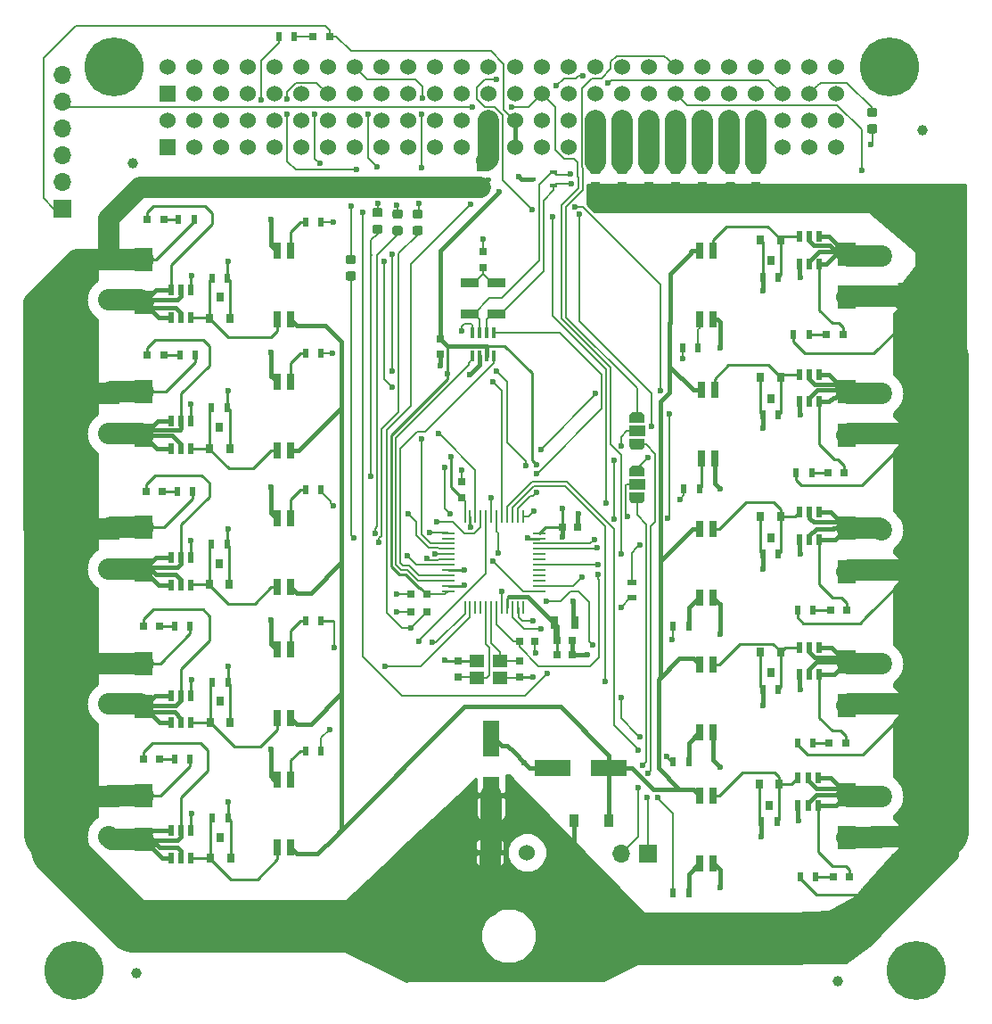
<source format=gbr>
G04 #@! TF.GenerationSoftware,KiCad,Pcbnew,(5.0.1-3-g963ef8bb5)*
G04 #@! TF.CreationDate,2019-01-02T15:44:33+01:00*
G04 #@! TF.ProjectId,OIBUS_MOSFET_driver_module,4F494255535F4D4F534645545F647269,rev?*
G04 #@! TF.SameCoordinates,Original*
G04 #@! TF.FileFunction,Copper,L1,Top,Signal*
G04 #@! TF.FilePolarity,Positive*
%FSLAX46Y46*%
G04 Gerber Fmt 4.6, Leading zero omitted, Abs format (unit mm)*
G04 Created by KiCad (PCBNEW (5.0.1-3-g963ef8bb5)) date 2019 January 02, Wednesday 15:44:33*
%MOMM*%
%LPD*%
G01*
G04 APERTURE LIST*
G04 #@! TA.AperFunction,SMDPad,CuDef*
%ADD10R,0.750000X0.800000*%
G04 #@! TD*
G04 #@! TA.AperFunction,SMDPad,CuDef*
%ADD11R,1.400000X1.200000*%
G04 #@! TD*
G04 #@! TA.AperFunction,SMDPad,CuDef*
%ADD12R,1.700000X2.250000*%
G04 #@! TD*
G04 #@! TA.AperFunction,SMDPad,CuDef*
%ADD13R,3.500000X1.600000*%
G04 #@! TD*
G04 #@! TA.AperFunction,SMDPad,CuDef*
%ADD14R,1.600000X3.500000*%
G04 #@! TD*
G04 #@! TA.AperFunction,SMDPad,CuDef*
%ADD15R,0.800000X0.750000*%
G04 #@! TD*
G04 #@! TA.AperFunction,SMDPad,CuDef*
%ADD16R,0.800000X0.900000*%
G04 #@! TD*
G04 #@! TA.AperFunction,SMDPad,CuDef*
%ADD17R,0.700000X0.450000*%
G04 #@! TD*
G04 #@! TA.AperFunction,SMDPad,CuDef*
%ADD18R,0.900000X1.200000*%
G04 #@! TD*
G04 #@! TA.AperFunction,ComponentPad*
%ADD19C,1.524000*%
G04 #@! TD*
G04 #@! TA.AperFunction,ComponentPad*
%ADD20R,1.524000X1.524000*%
G04 #@! TD*
G04 #@! TA.AperFunction,ComponentPad*
%ADD21C,5.600000*%
G04 #@! TD*
G04 #@! TA.AperFunction,ComponentPad*
%ADD22O,1.700000X1.700000*%
G04 #@! TD*
G04 #@! TA.AperFunction,ComponentPad*
%ADD23R,1.700000X1.700000*%
G04 #@! TD*
G04 #@! TA.AperFunction,ComponentPad*
%ADD24R,2.025000X2.025000*%
G04 #@! TD*
G04 #@! TA.AperFunction,ComponentPad*
%ADD25C,2.025000*%
G04 #@! TD*
G04 #@! TA.AperFunction,SMDPad,CuDef*
%ADD26R,1.500000X1.000000*%
G04 #@! TD*
G04 #@! TA.AperFunction,SMDPad,CuDef*
%ADD27C,0.500000*%
G04 #@! TD*
G04 #@! TA.AperFunction,Conductor*
%ADD28C,0.149860*%
G04 #@! TD*
G04 #@! TA.AperFunction,SMDPad,CuDef*
%ADD29R,0.900000X0.500000*%
G04 #@! TD*
G04 #@! TA.AperFunction,SMDPad,CuDef*
%ADD30R,0.700000X1.300000*%
G04 #@! TD*
G04 #@! TA.AperFunction,SMDPad,CuDef*
%ADD31R,0.800000X0.800000*%
G04 #@! TD*
G04 #@! TA.AperFunction,SMDPad,CuDef*
%ADD32R,0.500000X0.900000*%
G04 #@! TD*
G04 #@! TA.AperFunction,SMDPad,CuDef*
%ADD33R,1.700000X0.900000*%
G04 #@! TD*
G04 #@! TA.AperFunction,SMDPad,CuDef*
%ADD34R,0.550000X1.050000*%
G04 #@! TD*
G04 #@! TA.AperFunction,SMDPad,CuDef*
%ADD35R,0.400000X1.060000*%
G04 #@! TD*
G04 #@! TA.AperFunction,SMDPad,CuDef*
%ADD36R,0.250000X1.300000*%
G04 #@! TD*
G04 #@! TA.AperFunction,SMDPad,CuDef*
%ADD37R,1.300000X0.250000*%
G04 #@! TD*
G04 #@! TA.AperFunction,ComponentPad*
%ADD38R,1.530000X1.530000*%
G04 #@! TD*
G04 #@! TA.AperFunction,ComponentPad*
%ADD39C,1.530000*%
G04 #@! TD*
G04 #@! TA.AperFunction,SMDPad,CuDef*
%ADD40C,0.875000*%
G04 #@! TD*
G04 #@! TA.AperFunction,SMDPad,CuDef*
%ADD41R,0.650000X1.650000*%
G04 #@! TD*
G04 #@! TA.AperFunction,BGAPad,CuDef*
%ADD42C,1.000000*%
G04 #@! TD*
G04 #@! TA.AperFunction,ViaPad*
%ADD43C,0.600000*%
G04 #@! TD*
G04 #@! TA.AperFunction,Conductor*
%ADD44C,0.250000*%
G04 #@! TD*
G04 #@! TA.AperFunction,Conductor*
%ADD45C,0.400000*%
G04 #@! TD*
G04 #@! TA.AperFunction,Conductor*
%ADD46C,2.000000*%
G04 #@! TD*
G04 #@! TA.AperFunction,Conductor*
%ADD47C,5.000000*%
G04 #@! TD*
G04 #@! TA.AperFunction,Conductor*
%ADD48C,0.200000*%
G04 #@! TD*
G04 #@! TA.AperFunction,Conductor*
%ADD49C,0.254000*%
G04 #@! TD*
G04 APERTURE END LIST*
D10*
G04 #@! TO.P,C8,1*
G04 #@! TO.N,Net-(C8-Pad1)*
X89916000Y-106033000D03*
G04 #@! TO.P,C8,2*
G04 #@! TO.N,GND*
X89916000Y-104533000D03*
G04 #@! TD*
D11*
G04 #@! TO.P,Y1,4*
G04 #@! TO.N,GND*
X91737000Y-104483000D03*
G04 #@! TO.P,Y1,3*
G04 #@! TO.N,Net-(C7-Pad2)*
X93937000Y-104483000D03*
G04 #@! TO.P,Y1,2*
G04 #@! TO.N,GND*
X93937000Y-106083000D03*
G04 #@! TO.P,Y1,1*
G04 #@! TO.N,Net-(C8-Pad1)*
X91737000Y-106083000D03*
G04 #@! TD*
D12*
G04 #@! TO.P,D9,2*
G04 #@! TO.N,Net-(D9-Pad2)*
X60071000Y-70503000D03*
G04 #@! TO.P,D9,1*
G04 #@! TO.N,VBUS*
X60071000Y-66403000D03*
G04 #@! TD*
D13*
G04 #@! TO.P,C1,2*
G04 #@! TO.N,GNDPWR*
X98900000Y-114681000D03*
G04 #@! TO.P,C1,1*
G04 #@! TO.N,Vopto*
X104300000Y-114681000D03*
G04 #@! TD*
D14*
G04 #@! TO.P,C2,1*
G04 #@! TO.N,VBUS*
X93091000Y-117254000D03*
G04 #@! TO.P,C2,2*
G04 #@! TO.N,GNDPWR*
X93091000Y-111854000D03*
G04 #@! TD*
D10*
G04 #@! TO.P,C5,1*
G04 #@! TO.N,GND*
X92329000Y-65671000D03*
G04 #@! TO.P,C5,2*
G04 #@! TO.N,Net-(C5-Pad2)*
X92329000Y-67171000D03*
G04 #@! TD*
G04 #@! TO.P,C6,2*
G04 #@! TO.N,+3V3*
X88265000Y-73926000D03*
G04 #@! TO.P,C6,1*
G04 #@! TO.N,GND*
X88265000Y-75426000D03*
G04 #@! TD*
G04 #@! TO.P,C7,2*
G04 #@! TO.N,Net-(C7-Pad2)*
X95758000Y-104533000D03*
G04 #@! TO.P,C7,1*
G04 #@! TO.N,GND*
X95758000Y-106033000D03*
G04 #@! TD*
D15*
G04 #@! TO.P,C9,2*
G04 #@! TO.N,~RESET*
X95770000Y-102616000D03*
G04 #@! TO.P,C9,1*
G04 #@! TO.N,GND*
X97270000Y-102616000D03*
G04 #@! TD*
G04 #@! TO.P,C10,1*
G04 #@! TO.N,GND*
X85483000Y-99822000D03*
G04 #@! TO.P,C10,2*
G04 #@! TO.N,VBACKUP*
X86983000Y-99822000D03*
G04 #@! TD*
D10*
G04 #@! TO.P,C11,1*
G04 #@! TO.N,GND*
X90297000Y-87515000D03*
G04 #@! TO.P,C11,2*
G04 #@! TO.N,+3V3*
X90297000Y-89015000D03*
G04 #@! TD*
D15*
G04 #@! TO.P,C12,2*
G04 #@! TO.N,+3V3*
X86983000Y-98171000D03*
G04 #@! TO.P,C12,1*
G04 #@! TO.N,GND*
X85483000Y-98171000D03*
G04 #@! TD*
G04 #@! TO.P,C13,1*
G04 #@! TO.N,GND*
X101334000Y-91821000D03*
G04 #@! TO.P,C13,2*
G04 #@! TO.N,+3V3*
X99834000Y-91821000D03*
G04 #@! TD*
G04 #@! TO.P,C14,1*
G04 #@! TO.N,GND*
X100826000Y-102539800D03*
G04 #@! TO.P,C14,2*
G04 #@! TO.N,Net-(C14-Pad2)*
X99326000Y-102539800D03*
G04 #@! TD*
G04 #@! TO.P,C15,2*
G04 #@! TO.N,Net-(C14-Pad2)*
X99326000Y-103886000D03*
G04 #@! TO.P,C15,1*
G04 #@! TO.N,GND*
X100826000Y-103886000D03*
G04 #@! TD*
D12*
G04 #@! TO.P,D1,2*
G04 #@! TO.N,Net-(D1-Pad2)*
X126873000Y-104630000D03*
G04 #@! TO.P,D1,1*
G04 #@! TO.N,VBUS*
X126873000Y-108730000D03*
G04 #@! TD*
D16*
G04 #@! TO.P,D2,1*
G04 #@! TO.N,GateT1*
X120584000Y-103648000D03*
G04 #@! TO.P,D2,2*
G04 #@! TO.N,GNDPWR*
X118684000Y-103648000D03*
G04 #@! TO.P,D2,3*
G04 #@! TO.N,N/C*
X119634000Y-105648000D03*
G04 #@! TD*
D12*
G04 #@! TO.P,D3,1*
G04 #@! TO.N,VBUS*
X126873000Y-121303000D03*
G04 #@! TO.P,D3,2*
G04 #@! TO.N,Net-(D3-Pad2)*
X126873000Y-117203000D03*
G04 #@! TD*
D16*
G04 #@! TO.P,D4,3*
G04 #@! TO.N,N/C*
X119507000Y-118221000D03*
G04 #@! TO.P,D4,2*
G04 #@! TO.N,GNDPWR*
X118557000Y-116221000D03*
G04 #@! TO.P,D4,1*
G04 #@! TO.N,GateT2*
X120457000Y-116221000D03*
G04 #@! TD*
D12*
G04 #@! TO.P,D5,1*
G04 #@! TO.N,VBUS*
X126873000Y-69995000D03*
G04 #@! TO.P,D5,2*
G04 #@! TO.N,Net-(D5-Pad2)*
X126873000Y-65895000D03*
G04 #@! TD*
D16*
G04 #@! TO.P,D6,1*
G04 #@! TO.N,GateT3*
X120584000Y-64532000D03*
G04 #@! TO.P,D6,2*
G04 #@! TO.N,GNDPWR*
X118684000Y-64532000D03*
G04 #@! TO.P,D6,3*
G04 #@! TO.N,N/C*
X119634000Y-66532000D03*
G04 #@! TD*
D12*
G04 #@! TO.P,D7,1*
G04 #@! TO.N,VBUS*
X126873000Y-96030000D03*
G04 #@! TO.P,D7,2*
G04 #@! TO.N,Net-(D7-Pad2)*
X126873000Y-91930000D03*
G04 #@! TD*
D16*
G04 #@! TO.P,D8,3*
G04 #@! TO.N,N/C*
X119634000Y-92821000D03*
G04 #@! TO.P,D8,2*
G04 #@! TO.N,GNDPWR*
X118684000Y-90821000D03*
G04 #@! TO.P,D8,1*
G04 #@! TO.N,GateT4*
X120584000Y-90821000D03*
G04 #@! TD*
G04 #@! TO.P,D10,1*
G04 #@! TO.N,GateT5*
X66360000Y-71993000D03*
G04 #@! TO.P,D10,2*
G04 #@! TO.N,GNDPWR*
X68260000Y-71993000D03*
G04 #@! TO.P,D10,3*
G04 #@! TO.N,N/C*
X67310000Y-69993000D03*
G04 #@! TD*
D12*
G04 #@! TO.P,D11,1*
G04 #@! TO.N,VBUS*
X60071000Y-91803000D03*
G04 #@! TO.P,D11,2*
G04 #@! TO.N,Net-(D11-Pad2)*
X60071000Y-95903000D03*
G04 #@! TD*
D16*
G04 #@! TO.P,D12,3*
G04 #@! TO.N,N/C*
X67278238Y-95246488D03*
G04 #@! TO.P,D12,2*
G04 #@! TO.N,GNDPWR*
X68228238Y-97246488D03*
G04 #@! TO.P,D12,1*
G04 #@! TO.N,GateT6*
X66328238Y-97246488D03*
G04 #@! TD*
D12*
G04 #@! TO.P,D13,2*
G04 #@! TO.N,Net-(D13-Pad2)*
X60071000Y-121430000D03*
G04 #@! TO.P,D13,1*
G04 #@! TO.N,VBUS*
X60071000Y-117330000D03*
G04 #@! TD*
D16*
G04 #@! TO.P,D14,1*
G04 #@! TO.N,GateT7*
X66422620Y-123250583D03*
G04 #@! TO.P,D14,2*
G04 #@! TO.N,GNDPWR*
X68322620Y-123250583D03*
G04 #@! TO.P,D14,3*
G04 #@! TO.N,N/C*
X67372620Y-121250583D03*
G04 #@! TD*
D12*
G04 #@! TO.P,D15,2*
G04 #@! TO.N,Net-(D15-Pad2)*
X60071000Y-108857000D03*
G04 #@! TO.P,D15,1*
G04 #@! TO.N,VBUS*
X60071000Y-104757000D03*
G04 #@! TD*
D16*
G04 #@! TO.P,D16,3*
G04 #@! TO.N,N/C*
X67348866Y-108324810D03*
G04 #@! TO.P,D16,2*
G04 #@! TO.N,GNDPWR*
X68298866Y-110324810D03*
G04 #@! TO.P,D16,1*
G04 #@! TO.N,GateT8*
X66398866Y-110324810D03*
G04 #@! TD*
D17*
G04 #@! TO.P,D17,3*
G04 #@! TO.N,GND*
X97018600Y-58775600D03*
G04 #@! TO.P,D17,2*
G04 #@! TO.N,CANH*
X99018600Y-58125600D03*
G04 #@! TO.P,D17,1*
G04 #@! TO.N,CANL*
X99018600Y-59425600D03*
G04 #@! TD*
D18*
G04 #@! TO.P,D18,2*
G04 #@! TO.N,VBUS*
X100966000Y-119634000D03*
G04 #@! TO.P,D18,1*
G04 #@! TO.N,Vopto*
X104266000Y-119634000D03*
G04 #@! TD*
D12*
G04 #@! TO.P,D19,2*
G04 #@! TO.N,Net-(D19-Pad2)*
X126873000Y-78976000D03*
G04 #@! TO.P,D19,1*
G04 #@! TO.N,VBUS*
X126873000Y-83076000D03*
G04 #@! TD*
G04 #@! TO.P,D20,1*
G04 #@! TO.N,VBUS*
X60071000Y-78976000D03*
G04 #@! TO.P,D20,2*
G04 #@! TO.N,Net-(D20-Pad2)*
X60071000Y-83076000D03*
G04 #@! TD*
D16*
G04 #@! TO.P,D21,3*
G04 #@! TO.N,N/C*
X119634000Y-79613000D03*
G04 #@! TO.P,D21,2*
G04 #@! TO.N,GNDPWR*
X118684000Y-77613000D03*
G04 #@! TO.P,D21,1*
G04 #@! TO.N,GateT9*
X120584000Y-77613000D03*
G04 #@! TD*
G04 #@! TO.P,D22,1*
G04 #@! TO.N,GateT10*
X66337985Y-84360617D03*
G04 #@! TO.P,D22,2*
G04 #@! TO.N,GNDPWR*
X68237985Y-84360617D03*
G04 #@! TO.P,D22,3*
G04 #@! TO.N,N/C*
X67287985Y-82360617D03*
G04 #@! TD*
D19*
G04 #@! TO.P,H1,2*
G04 #@! TO.N,Net-(H1-Pad2)*
X62357000Y-48133001D03*
D20*
G04 #@! TO.P,H1,1*
G04 #@! TO.N,Net-(H1-Pad1)*
X62357000Y-50673001D03*
D19*
G04 #@! TO.P,H1,4*
G04 #@! TO.N,Net-(H1-Pad4)*
X64897000Y-48133001D03*
G04 #@! TO.P,H1,3*
G04 #@! TO.N,Net-(H1-Pad3)*
X64897000Y-50673001D03*
G04 #@! TO.P,H1,6*
G04 #@! TO.N,Net-(H1-Pad6)*
X67437000Y-48133001D03*
G04 #@! TO.P,H1,5*
G04 #@! TO.N,Net-(H1-Pad5)*
X67437000Y-50673001D03*
G04 #@! TO.P,H1,8*
G04 #@! TO.N,Net-(H1-Pad8)*
X69977000Y-48133001D03*
G04 #@! TO.P,H1,7*
G04 #@! TO.N,Net-(H1-Pad7)*
X69977000Y-50673001D03*
G04 #@! TO.P,H1,10*
G04 #@! TO.N,Net-(H1-Pad10)*
X72517000Y-48133001D03*
G04 #@! TO.P,H1,9*
G04 #@! TO.N,Net-(H1-Pad9)*
X72517000Y-50673001D03*
G04 #@! TO.P,H1,12*
G04 #@! TO.N,Net-(H1-Pad12)*
X75057000Y-48133001D03*
G04 #@! TO.P,H1,11*
G04 #@! TO.N,Net-(H1-Pad11)*
X75057000Y-50673001D03*
G04 #@! TO.P,H1,14*
G04 #@! TO.N,Net-(H1-Pad14)*
X77597000Y-48133001D03*
G04 #@! TO.P,H1,13*
G04 #@! TO.N,Net-(H1-Pad13)*
X77597000Y-50673001D03*
G04 #@! TO.P,H1,16*
G04 #@! TO.N,Net-(H1-Pad16)*
X80137000Y-48133001D03*
G04 #@! TO.P,H1,15*
G04 #@! TO.N,Net-(H1-Pad15)*
X80137000Y-50673001D03*
G04 #@! TO.P,H1,18*
G04 #@! TO.N,Net-(H1-Pad18)*
X82677000Y-48133001D03*
G04 #@! TO.P,H1,17*
G04 #@! TO.N,Net-(H1-Pad17)*
X82677000Y-50673001D03*
G04 #@! TO.P,H1,20*
G04 #@! TO.N,Net-(H1-Pad20)*
X85217000Y-48133001D03*
G04 #@! TO.P,H1,19*
G04 #@! TO.N,Net-(H1-Pad19)*
X85217000Y-50673001D03*
G04 #@! TO.P,H1,22*
G04 #@! TO.N,Net-(H1-Pad22)*
X87757000Y-48133001D03*
G04 #@! TO.P,H1,21*
G04 #@! TO.N,Net-(H1-Pad21)*
X87757000Y-50673001D03*
G04 #@! TO.P,H1,24*
G04 #@! TO.N,Net-(H1-Pad24)*
X90297000Y-48133001D03*
G04 #@! TO.P,H1,23*
G04 #@! TO.N,Net-(H1-Pad23)*
X90297000Y-50673001D03*
G04 #@! TO.P,H1,26*
G04 #@! TO.N,Net-(H1-Pad26)*
X92837000Y-48133001D03*
G04 #@! TO.P,H1,25*
G04 #@! TO.N,Net-(H1-Pad25)*
X92837000Y-50673001D03*
G04 #@! TO.P,H1,28*
G04 #@! TO.N,Net-(H1-Pad28)*
X95377000Y-48133001D03*
G04 #@! TO.P,H1,27*
G04 #@! TO.N,Net-(H1-Pad27)*
X95377000Y-50673001D03*
G04 #@! TO.P,H1,30*
G04 #@! TO.N,Net-(H1-Pad30)*
X97917000Y-48133001D03*
G04 #@! TO.P,H1,29*
G04 #@! TO.N,~RESET*
X97917000Y-50673001D03*
G04 #@! TO.P,H1,32*
G04 #@! TO.N,Net-(H1-Pad32)*
X100457000Y-48133001D03*
G04 #@! TO.P,H1,31*
G04 #@! TO.N,Net-(H1-Pad31)*
X100457000Y-50673001D03*
G04 #@! TO.P,H1,34*
G04 #@! TO.N,Net-(H1-Pad34)*
X102997000Y-48133001D03*
G04 #@! TO.P,H1,33*
G04 #@! TO.N,Net-(H1-Pad33)*
X102997000Y-50673001D03*
G04 #@! TO.P,H1,36*
G04 #@! TO.N,Net-(H1-Pad36)*
X105537000Y-48133001D03*
G04 #@! TO.P,H1,35*
G04 #@! TO.N,Net-(H1-Pad35)*
X105537000Y-50673001D03*
G04 #@! TO.P,H1,38*
G04 #@! TO.N,Net-(H1-Pad38)*
X108077000Y-48133001D03*
G04 #@! TO.P,H1,37*
G04 #@! TO.N,Net-(H1-Pad37)*
X108077000Y-50673001D03*
G04 #@! TO.P,H1,40*
G04 #@! TO.N,Net-(H1-Pad40)*
X110617000Y-48133001D03*
G04 #@! TO.P,H1,39*
G04 #@! TO.N,Net-(H1-Pad39)*
X110617000Y-50673001D03*
G04 #@! TO.P,H1,42*
G04 #@! TO.N,VBACKUP*
X113157000Y-48133001D03*
G04 #@! TO.P,H1,41*
G04 #@! TO.N,Net-(H1-Pad41)*
X113157000Y-50673001D03*
G04 #@! TO.P,H1,44*
G04 #@! TO.N,Net-(H1-Pad44)*
X115697000Y-48133001D03*
G04 #@! TO.P,H1,43*
G04 #@! TO.N,Net-(H1-Pad43)*
X115697000Y-50673001D03*
G04 #@! TO.P,H1,46*
G04 #@! TO.N,Net-(H1-Pad46)*
X118237000Y-48133001D03*
G04 #@! TO.P,H1,45*
G04 #@! TO.N,Net-(H1-Pad45)*
X118237000Y-50673001D03*
G04 #@! TO.P,H1,48*
G04 #@! TO.N,Net-(H1-Pad48)*
X120777000Y-48133001D03*
G04 #@! TO.P,H1,47*
G04 #@! TO.N,Net-(H1-Pad47)*
X120777000Y-50673001D03*
G04 #@! TO.P,H1,50*
G04 #@! TO.N,Net-(H1-Pad50)*
X123317000Y-48133001D03*
G04 #@! TO.P,H1,49*
G04 #@! TO.N,Net-(H1-Pad49)*
X123317000Y-50673001D03*
G04 #@! TO.P,H1,52*
G04 #@! TO.N,Net-(H1-Pad52)*
X125857000Y-48133001D03*
G04 #@! TO.P,H1,51*
G04 #@! TO.N,Net-(H1-Pad51)*
X125857000Y-50673001D03*
G04 #@! TD*
G04 #@! TO.P,H2,51*
G04 #@! TO.N,CANH*
X125857000Y-55753000D03*
G04 #@! TO.P,H2,52*
G04 #@! TO.N,CANL*
X125857000Y-53213000D03*
G04 #@! TO.P,H2,49*
G04 #@! TO.N,Net-(H2-Pad49)*
X123317000Y-55753000D03*
G04 #@! TO.P,H2,50*
G04 #@! TO.N,Net-(H2-Pad50)*
X123317000Y-53213000D03*
G04 #@! TO.P,H2,47*
G04 #@! TO.N,Net-(H2-Pad47)*
X120777000Y-55753000D03*
G04 #@! TO.P,H2,48*
G04 #@! TO.N,Net-(H2-Pad48)*
X120777000Y-53213000D03*
G04 #@! TO.P,H2,45*
G04 #@! TO.N,Net-(H2-Pad45)*
X118237000Y-55753000D03*
G04 #@! TO.P,H2,46*
X118237000Y-53213000D03*
G04 #@! TO.P,H2,43*
G04 #@! TO.N,Net-(H2-Pad43)*
X115697000Y-55753000D03*
G04 #@! TO.P,H2,44*
X115697000Y-53213000D03*
G04 #@! TO.P,H2,41*
G04 #@! TO.N,Net-(H2-Pad41)*
X113157000Y-55753000D03*
G04 #@! TO.P,H2,42*
X113157000Y-53213000D03*
G04 #@! TO.P,H2,39*
G04 #@! TO.N,Net-(H2-Pad39)*
X110617000Y-55753000D03*
G04 #@! TO.P,H2,40*
X110617000Y-53213000D03*
G04 #@! TO.P,H2,37*
G04 #@! TO.N,Net-(H2-Pad37)*
X108077000Y-55753000D03*
G04 #@! TO.P,H2,38*
X108077000Y-53213000D03*
G04 #@! TO.P,H2,35*
G04 #@! TO.N,Net-(H2-Pad35)*
X105537000Y-55753000D03*
G04 #@! TO.P,H2,36*
X105537000Y-53213000D03*
G04 #@! TO.P,H2,33*
G04 #@! TO.N,Net-(H2-Pad33)*
X102997000Y-55753000D03*
G04 #@! TO.P,H2,34*
X102997000Y-53213000D03*
G04 #@! TO.P,H2,31*
G04 #@! TO.N,GND*
X100457000Y-55753000D03*
G04 #@! TO.P,H2,32*
X100457000Y-53213000D03*
G04 #@! TO.P,H2,29*
X97917000Y-55753000D03*
G04 #@! TO.P,H2,30*
X97917000Y-53213000D03*
G04 #@! TO.P,H2,27*
G04 #@! TO.N,+3V3*
X95377000Y-55753000D03*
G04 #@! TO.P,H2,28*
X95377000Y-53213000D03*
G04 #@! TO.P,H2,25*
G04 #@! TO.N,Net-(H2-Pad25)*
X92837000Y-55753000D03*
G04 #@! TO.P,H2,26*
X92837000Y-53213000D03*
G04 #@! TO.P,H2,23*
G04 #@! TO.N,Net-(H2-Pad23)*
X90297000Y-55753000D03*
G04 #@! TO.P,H2,24*
G04 #@! TO.N,Net-(H2-Pad24)*
X90297000Y-53213000D03*
G04 #@! TO.P,H2,21*
G04 #@! TO.N,Net-(H2-Pad21)*
X87757000Y-55753000D03*
G04 #@! TO.P,H2,22*
G04 #@! TO.N,Net-(H2-Pad22)*
X87757000Y-53213000D03*
G04 #@! TO.P,H2,19*
G04 #@! TO.N,Net-(H2-Pad19)*
X85217000Y-55753000D03*
G04 #@! TO.P,H2,20*
G04 #@! TO.N,Net-(H2-Pad20)*
X85217000Y-53213000D03*
G04 #@! TO.P,H2,17*
G04 #@! TO.N,Net-(H2-Pad17)*
X82677000Y-55753000D03*
G04 #@! TO.P,H2,18*
G04 #@! TO.N,Net-(H2-Pad18)*
X82677000Y-53213000D03*
G04 #@! TO.P,H2,15*
G04 #@! TO.N,Net-(H2-Pad15)*
X80137000Y-55753000D03*
G04 #@! TO.P,H2,16*
G04 #@! TO.N,Net-(H2-Pad16)*
X80137000Y-53213000D03*
G04 #@! TO.P,H2,13*
G04 #@! TO.N,Net-(H2-Pad13)*
X77597000Y-55753000D03*
G04 #@! TO.P,H2,14*
G04 #@! TO.N,Net-(H2-Pad14)*
X77597000Y-53213000D03*
G04 #@! TO.P,H2,11*
G04 #@! TO.N,Net-(H2-Pad11)*
X75057000Y-55753000D03*
G04 #@! TO.P,H2,12*
G04 #@! TO.N,Net-(H2-Pad12)*
X75057000Y-53213000D03*
G04 #@! TO.P,H2,9*
G04 #@! TO.N,Net-(H2-Pad9)*
X72517000Y-55753000D03*
G04 #@! TO.P,H2,10*
G04 #@! TO.N,Net-(H2-Pad10)*
X72517000Y-53213000D03*
G04 #@! TO.P,H2,7*
G04 #@! TO.N,Net-(H2-Pad7)*
X69977000Y-55753000D03*
G04 #@! TO.P,H2,8*
G04 #@! TO.N,Net-(H2-Pad8)*
X69977000Y-53213000D03*
G04 #@! TO.P,H2,5*
G04 #@! TO.N,Net-(H2-Pad5)*
X67437000Y-55753000D03*
G04 #@! TO.P,H2,6*
G04 #@! TO.N,Net-(H2-Pad6)*
X67437000Y-53213000D03*
G04 #@! TO.P,H2,3*
G04 #@! TO.N,Net-(H2-Pad3)*
X64897000Y-55753000D03*
G04 #@! TO.P,H2,4*
G04 #@! TO.N,Net-(H2-Pad4)*
X64897000Y-53213000D03*
D20*
G04 #@! TO.P,H2,1*
G04 #@! TO.N,Net-(H2-Pad1)*
X62357000Y-55753000D03*
D19*
G04 #@! TO.P,H2,2*
G04 #@! TO.N,Net-(H2-Pad2)*
X62357000Y-53213000D03*
G04 #@! TD*
D21*
G04 #@! TO.P,H3,1*
G04 #@! TO.N,GND*
X57277000Y-48133000D03*
G04 #@! TD*
G04 #@! TO.P,H4,1*
G04 #@! TO.N,GND*
X133477000Y-133858000D03*
G04 #@! TD*
G04 #@! TO.P,H5,1*
G04 #@! TO.N,GND*
X53467000Y-133858000D03*
G04 #@! TD*
G04 #@! TO.P,H6,1*
G04 #@! TO.N,GND*
X130937000Y-48133000D03*
G04 #@! TD*
D22*
G04 #@! TO.P,J1,6*
G04 #@! TO.N,SWDSWO*
X52400200Y-48869600D03*
G04 #@! TO.P,J1,5*
G04 #@! TO.N,~RESET*
X52400200Y-51409600D03*
G04 #@! TO.P,J1,4*
G04 #@! TO.N,SWDIO*
X52400200Y-53949600D03*
G04 #@! TO.P,J1,3*
G04 #@! TO.N,SWDCLK*
X52400200Y-56489600D03*
G04 #@! TO.P,J1,2*
G04 #@! TO.N,GND*
X52400200Y-59029600D03*
D23*
G04 #@! TO.P,J1,1*
G04 #@! TO.N,+3V3*
X52400200Y-61569600D03*
G04 #@! TD*
D22*
G04 #@! TO.P,J2,2*
G04 #@! TO.N,Net-(J2-Pad2)*
X105410000Y-122809000D03*
D23*
G04 #@! TO.P,J2,1*
G04 #@! TO.N,Net-(J2-Pad1)*
X107950000Y-122809000D03*
G04 #@! TD*
D24*
G04 #@! TO.P,J4,1*
G04 #@! TO.N,VBUS*
X130175000Y-108585000D03*
D25*
G04 #@! TO.P,J4,2*
G04 #@! TO.N,Net-(D1-Pad2)*
X130175000Y-104775000D03*
G04 #@! TD*
G04 #@! TO.P,J5,2*
G04 #@! TO.N,Net-(D3-Pad2)*
X130175000Y-117348000D03*
D24*
G04 #@! TO.P,J5,1*
G04 #@! TO.N,VBUS*
X130175000Y-121158000D03*
G04 #@! TD*
G04 #@! TO.P,J6,1*
G04 #@! TO.N,VBUS*
X130175000Y-69850000D03*
D25*
G04 #@! TO.P,J6,2*
G04 #@! TO.N,Net-(D5-Pad2)*
X130175000Y-66040000D03*
G04 #@! TD*
G04 #@! TO.P,J7,2*
G04 #@! TO.N,Net-(D7-Pad2)*
X130175000Y-92075000D03*
D24*
G04 #@! TO.P,J7,1*
G04 #@! TO.N,VBUS*
X130175000Y-95885000D03*
G04 #@! TD*
G04 #@! TO.P,J8,1*
G04 #@! TO.N,VBUS*
X56769000Y-66421000D03*
D25*
G04 #@! TO.P,J8,2*
G04 #@! TO.N,Net-(D9-Pad2)*
X56769000Y-70231000D03*
G04 #@! TD*
G04 #@! TO.P,J9,2*
G04 #@! TO.N,Net-(D11-Pad2)*
X56769000Y-95758000D03*
D24*
G04 #@! TO.P,J9,1*
G04 #@! TO.N,VBUS*
X56769000Y-91948000D03*
G04 #@! TD*
G04 #@! TO.P,J10,1*
G04 #@! TO.N,VBUS*
X56769000Y-117348000D03*
D25*
G04 #@! TO.P,J10,2*
G04 #@! TO.N,Net-(D13-Pad2)*
X56769000Y-121158000D03*
G04 #@! TD*
G04 #@! TO.P,J11,2*
G04 #@! TO.N,Net-(D15-Pad2)*
X56769000Y-108585000D03*
D24*
G04 #@! TO.P,J11,1*
G04 #@! TO.N,VBUS*
X56769000Y-104775000D03*
G04 #@! TD*
D25*
G04 #@! TO.P,J12,2*
G04 #@! TO.N,Net-(D19-Pad2)*
X130175000Y-79121000D03*
D24*
G04 #@! TO.P,J12,1*
G04 #@! TO.N,VBUS*
X130175000Y-82931000D03*
G04 #@! TD*
G04 #@! TO.P,J13,1*
G04 #@! TO.N,VBUS*
X56769000Y-79121000D03*
D25*
G04 #@! TO.P,J13,2*
G04 #@! TO.N,Net-(D20-Pad2)*
X56769000Y-82931000D03*
G04 #@! TD*
D26*
G04 #@! TO.P,JP1,2*
G04 #@! TO.N,Tx*
X106934000Y-87757000D03*
D27*
G04 #@! TO.P,JP1,3*
G04 #@! TO.N,Net-(J2-Pad2)*
X106934000Y-89057000D03*
D28*
G04 #@! TD*
G04 #@! TO.N,Net-(J2-Pad2)*
G04 #@! TO.C,JP1*
G36*
X107683398Y-89057000D02*
X107683398Y-89081534D01*
X107678588Y-89130365D01*
X107669016Y-89178490D01*
X107654772Y-89225445D01*
X107635995Y-89270778D01*
X107612864Y-89314051D01*
X107585604Y-89354850D01*
X107554476Y-89392779D01*
X107519779Y-89427476D01*
X107481850Y-89458604D01*
X107441051Y-89485864D01*
X107397778Y-89508995D01*
X107352445Y-89527772D01*
X107305490Y-89542016D01*
X107257365Y-89551588D01*
X107208534Y-89556398D01*
X107184000Y-89556398D01*
X107184000Y-89557000D01*
X106684000Y-89557000D01*
X106684000Y-89556398D01*
X106659466Y-89556398D01*
X106610635Y-89551588D01*
X106562510Y-89542016D01*
X106515555Y-89527772D01*
X106470222Y-89508995D01*
X106426949Y-89485864D01*
X106386150Y-89458604D01*
X106348221Y-89427476D01*
X106313524Y-89392779D01*
X106282396Y-89354850D01*
X106255136Y-89314051D01*
X106232005Y-89270778D01*
X106213228Y-89225445D01*
X106198984Y-89178490D01*
X106189412Y-89130365D01*
X106184602Y-89081534D01*
X106184602Y-89057000D01*
X106184000Y-89057000D01*
X106184000Y-88507000D01*
X107684000Y-88507000D01*
X107684000Y-89057000D01*
X107683398Y-89057000D01*
X107683398Y-89057000D01*
G37*
D27*
G04 #@! TO.P,JP1,1*
G04 #@! TO.N,Net-(H1-Pad39)*
X106934000Y-86457000D03*
D28*
G04 #@! TD*
G04 #@! TO.N,Net-(H1-Pad39)*
G04 #@! TO.C,JP1*
G36*
X106184000Y-87007000D02*
X106184000Y-86457000D01*
X106184602Y-86457000D01*
X106184602Y-86432466D01*
X106189412Y-86383635D01*
X106198984Y-86335510D01*
X106213228Y-86288555D01*
X106232005Y-86243222D01*
X106255136Y-86199949D01*
X106282396Y-86159150D01*
X106313524Y-86121221D01*
X106348221Y-86086524D01*
X106386150Y-86055396D01*
X106426949Y-86028136D01*
X106470222Y-86005005D01*
X106515555Y-85986228D01*
X106562510Y-85971984D01*
X106610635Y-85962412D01*
X106659466Y-85957602D01*
X106684000Y-85957602D01*
X106684000Y-85957000D01*
X107184000Y-85957000D01*
X107184000Y-85957602D01*
X107208534Y-85957602D01*
X107257365Y-85962412D01*
X107305490Y-85971984D01*
X107352445Y-85986228D01*
X107397778Y-86005005D01*
X107441051Y-86028136D01*
X107481850Y-86055396D01*
X107519779Y-86086524D01*
X107554476Y-86121221D01*
X107585604Y-86159150D01*
X107612864Y-86199949D01*
X107635995Y-86243222D01*
X107654772Y-86288555D01*
X107669016Y-86335510D01*
X107678588Y-86383635D01*
X107683398Y-86432466D01*
X107683398Y-86457000D01*
X107684000Y-86457000D01*
X107684000Y-87007000D01*
X106184000Y-87007000D01*
X106184000Y-87007000D01*
G37*
D27*
G04 #@! TO.P,JP2,1*
G04 #@! TO.N,Net-(H1-Pad40)*
X106934000Y-81377000D03*
D28*
G04 #@! TD*
G04 #@! TO.N,Net-(H1-Pad40)*
G04 #@! TO.C,JP2*
G36*
X106184000Y-81927000D02*
X106184000Y-81377000D01*
X106184602Y-81377000D01*
X106184602Y-81352466D01*
X106189412Y-81303635D01*
X106198984Y-81255510D01*
X106213228Y-81208555D01*
X106232005Y-81163222D01*
X106255136Y-81119949D01*
X106282396Y-81079150D01*
X106313524Y-81041221D01*
X106348221Y-81006524D01*
X106386150Y-80975396D01*
X106426949Y-80948136D01*
X106470222Y-80925005D01*
X106515555Y-80906228D01*
X106562510Y-80891984D01*
X106610635Y-80882412D01*
X106659466Y-80877602D01*
X106684000Y-80877602D01*
X106684000Y-80877000D01*
X107184000Y-80877000D01*
X107184000Y-80877602D01*
X107208534Y-80877602D01*
X107257365Y-80882412D01*
X107305490Y-80891984D01*
X107352445Y-80906228D01*
X107397778Y-80925005D01*
X107441051Y-80948136D01*
X107481850Y-80975396D01*
X107519779Y-81006524D01*
X107554476Y-81041221D01*
X107585604Y-81079150D01*
X107612864Y-81119949D01*
X107635995Y-81163222D01*
X107654772Y-81208555D01*
X107669016Y-81255510D01*
X107678588Y-81303635D01*
X107683398Y-81352466D01*
X107683398Y-81377000D01*
X107684000Y-81377000D01*
X107684000Y-81927000D01*
X106184000Y-81927000D01*
X106184000Y-81927000D01*
G37*
D27*
G04 #@! TO.P,JP2,3*
G04 #@! TO.N,Net-(J2-Pad1)*
X106934000Y-83977000D03*
D28*
G04 #@! TD*
G04 #@! TO.N,Net-(J2-Pad1)*
G04 #@! TO.C,JP2*
G36*
X107683398Y-83977000D02*
X107683398Y-84001534D01*
X107678588Y-84050365D01*
X107669016Y-84098490D01*
X107654772Y-84145445D01*
X107635995Y-84190778D01*
X107612864Y-84234051D01*
X107585604Y-84274850D01*
X107554476Y-84312779D01*
X107519779Y-84347476D01*
X107481850Y-84378604D01*
X107441051Y-84405864D01*
X107397778Y-84428995D01*
X107352445Y-84447772D01*
X107305490Y-84462016D01*
X107257365Y-84471588D01*
X107208534Y-84476398D01*
X107184000Y-84476398D01*
X107184000Y-84477000D01*
X106684000Y-84477000D01*
X106684000Y-84476398D01*
X106659466Y-84476398D01*
X106610635Y-84471588D01*
X106562510Y-84462016D01*
X106515555Y-84447772D01*
X106470222Y-84428995D01*
X106426949Y-84405864D01*
X106386150Y-84378604D01*
X106348221Y-84347476D01*
X106313524Y-84312779D01*
X106282396Y-84274850D01*
X106255136Y-84234051D01*
X106232005Y-84190778D01*
X106213228Y-84145445D01*
X106198984Y-84098490D01*
X106189412Y-84050365D01*
X106184602Y-84001534D01*
X106184602Y-83977000D01*
X106184000Y-83977000D01*
X106184000Y-83427000D01*
X107684000Y-83427000D01*
X107684000Y-83977000D01*
X107683398Y-83977000D01*
X107683398Y-83977000D01*
G37*
D26*
G04 #@! TO.P,JP2,2*
G04 #@! TO.N,Rx*
X106934000Y-82677000D03*
G04 #@! TD*
D29*
G04 #@! TO.P,JP3,1*
G04 #@! TO.N,Net-(H1-Pad47)*
X106426000Y-97040000D03*
G04 #@! TO.P,JP3,2*
G04 #@! TO.N,ADC0*
X106426000Y-98540000D03*
G04 #@! TD*
D30*
G04 #@! TO.P,L1,2*
G04 #@! TO.N,Net-(C14-Pad2)*
X99126000Y-100838000D03*
G04 #@! TO.P,L1,1*
G04 #@! TO.N,+3V3*
X101026000Y-100838000D03*
G04 #@! TD*
D31*
G04 #@! TO.P,LED1,1*
G04 #@! TO.N,Net-(D1-Pad2)*
X126784000Y-112268000D03*
G04 #@! TO.P,LED1,2*
G04 #@! TO.N,Net-(LED1-Pad2)*
X125184000Y-112268000D03*
G04 #@! TD*
G04 #@! TO.P,LED2,2*
G04 #@! TO.N,Net-(LED2-Pad2)*
X125565000Y-124968000D03*
G04 #@! TO.P,LED2,1*
G04 #@! TO.N,Net-(D3-Pad2)*
X127165000Y-124968000D03*
G04 #@! TD*
G04 #@! TO.P,LED3,2*
G04 #@! TO.N,Net-(LED3-Pad2)*
X124930000Y-73533000D03*
G04 #@! TO.P,LED3,1*
G04 #@! TO.N,Net-(D5-Pad2)*
X126530000Y-73533000D03*
G04 #@! TD*
G04 #@! TO.P,LED4,2*
G04 #@! TO.N,Net-(LED4-Pad2)*
X125311000Y-99695000D03*
G04 #@! TO.P,LED4,1*
G04 #@! TO.N,Net-(D7-Pad2)*
X126911000Y-99695000D03*
G04 #@! TD*
G04 #@! TO.P,LED5,2*
G04 #@! TO.N,Net-(LED5-Pad2)*
X62014000Y-62611000D03*
G04 #@! TO.P,LED5,1*
G04 #@! TO.N,Net-(D9-Pad2)*
X60414000Y-62611000D03*
G04 #@! TD*
G04 #@! TO.P,LED6,2*
G04 #@! TO.N,Net-(LED6-Pad2)*
X61887000Y-88392000D03*
G04 #@! TO.P,LED6,1*
G04 #@! TO.N,Net-(D11-Pad2)*
X60287000Y-88392000D03*
G04 #@! TD*
G04 #@! TO.P,LED7,1*
G04 #@! TO.N,Net-(D13-Pad2)*
X60033000Y-113792000D03*
G04 #@! TO.P,LED7,2*
G04 #@! TO.N,Net-(LED7-Pad2)*
X61633000Y-113792000D03*
G04 #@! TD*
G04 #@! TO.P,LED8,1*
G04 #@! TO.N,Net-(D15-Pad2)*
X60033000Y-101219000D03*
G04 #@! TO.P,LED8,2*
G04 #@! TO.N,Net-(LED8-Pad2)*
X61633000Y-101219000D03*
G04 #@! TD*
G04 #@! TO.P,LED9,1*
G04 #@! TO.N,Net-(LED9-Pad1)*
X76162000Y-45212000D03*
G04 #@! TO.P,LED9,2*
G04 #@! TO.N,+3V3*
X77762000Y-45212000D03*
G04 #@! TD*
G04 #@! TO.P,LED10,1*
G04 #@! TO.N,Net-(D19-Pad2)*
X126657000Y-86614000D03*
G04 #@! TO.P,LED10,2*
G04 #@! TO.N,Net-(LED10-Pad2)*
X125057000Y-86614000D03*
G04 #@! TD*
G04 #@! TO.P,LED11,1*
G04 #@! TO.N,Net-(D20-Pad2)*
X60414000Y-75438000D03*
G04 #@! TO.P,LED11,2*
G04 #@! TO.N,Net-(LED11-Pad2)*
X62014000Y-75438000D03*
G04 #@! TD*
D32*
G04 #@! TO.P,R1,2*
G04 #@! TO.N,VBUS*
X122186000Y-112268000D03*
G04 #@! TO.P,R1,1*
G04 #@! TO.N,Net-(LED1-Pad2)*
X123686000Y-112268000D03*
G04 #@! TD*
G04 #@! TO.P,R2,1*
G04 #@! TO.N,GNDPWR*
X118884000Y-107188000D03*
G04 #@! TO.P,R2,2*
G04 #@! TO.N,GateT1*
X120384000Y-107188000D03*
G04 #@! TD*
G04 #@! TO.P,R3,1*
G04 #@! TO.N,Net-(LED2-Pad2)*
X123940000Y-124968000D03*
G04 #@! TO.P,R3,2*
G04 #@! TO.N,VBUS*
X122440000Y-124968000D03*
G04 #@! TD*
G04 #@! TO.P,R4,2*
G04 #@! TO.N,GateT2*
X120257000Y-119761000D03*
G04 #@! TO.P,R4,1*
G04 #@! TO.N,GNDPWR*
X118757000Y-119761000D03*
G04 #@! TD*
G04 #@! TO.P,R5,2*
G04 #@! TO.N,VBUS*
X121805000Y-73533000D03*
G04 #@! TO.P,R5,1*
G04 #@! TO.N,Net-(LED3-Pad2)*
X123305000Y-73533000D03*
G04 #@! TD*
G04 #@! TO.P,R6,1*
G04 #@! TO.N,GNDPWR*
X118884000Y-68072000D03*
G04 #@! TO.P,R6,2*
G04 #@! TO.N,GateT3*
X120384000Y-68072000D03*
G04 #@! TD*
G04 #@! TO.P,R7,1*
G04 #@! TO.N,Net-(LED4-Pad2)*
X123686000Y-99695000D03*
G04 #@! TO.P,R7,2*
G04 #@! TO.N,VBUS*
X122186000Y-99695000D03*
G04 #@! TD*
G04 #@! TO.P,R8,2*
G04 #@! TO.N,GateT4*
X120384000Y-94361000D03*
G04 #@! TO.P,R8,1*
G04 #@! TO.N,GNDPWR*
X118884000Y-94361000D03*
G04 #@! TD*
G04 #@! TO.P,R9,2*
G04 #@! TO.N,VBUS*
X64885000Y-62611000D03*
G04 #@! TO.P,R9,1*
G04 #@! TO.N,Net-(LED5-Pad2)*
X63385000Y-62611000D03*
G04 #@! TD*
G04 #@! TO.P,R10,1*
G04 #@! TO.N,GNDPWR*
X68060000Y-68199000D03*
G04 #@! TO.P,R10,2*
G04 #@! TO.N,GateT5*
X66560000Y-68199000D03*
G04 #@! TD*
G04 #@! TO.P,R11,1*
G04 #@! TO.N,Net-(LED6-Pad2)*
X63258000Y-88392000D03*
G04 #@! TO.P,R11,2*
G04 #@! TO.N,VBUS*
X64758000Y-88392000D03*
G04 #@! TD*
G04 #@! TO.P,R12,2*
G04 #@! TO.N,GateT6*
X66540238Y-93452488D03*
G04 #@! TO.P,R12,1*
G04 #@! TO.N,GNDPWR*
X68040238Y-93452488D03*
G04 #@! TD*
G04 #@! TO.P,R13,2*
G04 #@! TO.N,VBUS*
X64504000Y-113792000D03*
G04 #@! TO.P,R13,1*
G04 #@! TO.N,Net-(LED7-Pad2)*
X63004000Y-113792000D03*
G04 #@! TD*
G04 #@! TO.P,R14,1*
G04 #@! TO.N,GNDPWR*
X68122620Y-119456583D03*
G04 #@! TO.P,R14,2*
G04 #@! TO.N,GateT7*
X66622620Y-119456583D03*
G04 #@! TD*
G04 #@! TO.P,R15,1*
G04 #@! TO.N,Net-(LED8-Pad2)*
X63004000Y-101219000D03*
G04 #@! TO.P,R15,2*
G04 #@! TO.N,VBUS*
X64504000Y-101219000D03*
G04 #@! TD*
G04 #@! TO.P,R16,2*
G04 #@! TO.N,GateT8*
X66598866Y-106530810D03*
G04 #@! TO.P,R16,1*
G04 #@! TO.N,GNDPWR*
X68098866Y-106530810D03*
G04 #@! TD*
G04 #@! TO.P,R17,1*
G04 #@! TO.N,Net-(R17-Pad1)*
X111875000Y-114046000D03*
G04 #@! TO.P,R17,2*
G04 #@! TO.N,In1*
X110375000Y-114046000D03*
G04 #@! TD*
G04 #@! TO.P,R18,1*
G04 #@! TO.N,Net-(R18-Pad1)*
X111875000Y-126492000D03*
G04 #@! TO.P,R18,2*
G04 #@! TO.N,In2*
X110375000Y-126492000D03*
G04 #@! TD*
G04 #@! TO.P,R19,1*
G04 #@! TO.N,Net-(R19-Pad1)*
X112764000Y-74803000D03*
G04 #@! TO.P,R19,2*
G04 #@! TO.N,In3*
X111264000Y-74803000D03*
G04 #@! TD*
G04 #@! TO.P,R20,2*
G04 #@! TO.N,In4*
X110375000Y-101219000D03*
G04 #@! TO.P,R20,1*
G04 #@! TO.N,Net-(R20-Pad1)*
X111875000Y-101219000D03*
G04 #@! TD*
G04 #@! TO.P,R21,1*
G04 #@! TO.N,Net-(R21-Pad1)*
X75450000Y-62865000D03*
G04 #@! TO.P,R21,2*
G04 #@! TO.N,In5*
X76950000Y-62865000D03*
G04 #@! TD*
G04 #@! TO.P,R22,2*
G04 #@! TO.N,In6*
X76950000Y-88265000D03*
G04 #@! TO.P,R22,1*
G04 #@! TO.N,Net-(R22-Pad1)*
X75450000Y-88265000D03*
G04 #@! TD*
G04 #@! TO.P,R23,2*
G04 #@! TO.N,In7*
X76950000Y-113030000D03*
G04 #@! TO.P,R23,1*
G04 #@! TO.N,Net-(R23-Pad1)*
X75450000Y-113030000D03*
G04 #@! TD*
G04 #@! TO.P,R24,1*
G04 #@! TO.N,Net-(R24-Pad1)*
X75450000Y-100711000D03*
G04 #@! TO.P,R24,2*
G04 #@! TO.N,In8*
X76950000Y-100711000D03*
G04 #@! TD*
D33*
G04 #@! TO.P,R25,1*
G04 #@! TO.N,Net-(C5-Pad2)*
X91059000Y-68654000D03*
G04 #@! TO.P,R25,2*
G04 #@! TO.N,CANH*
X91059000Y-71554000D03*
G04 #@! TD*
G04 #@! TO.P,R26,2*
G04 #@! TO.N,Net-(C5-Pad2)*
X93599000Y-68654000D03*
G04 #@! TO.P,R26,1*
G04 #@! TO.N,CANL*
X93599000Y-71554000D03*
G04 #@! TD*
D32*
G04 #@! TO.P,R27,2*
G04 #@! TO.N,Net-(R27-Pad2)*
X72910000Y-45212000D03*
G04 #@! TO.P,R27,1*
G04 #@! TO.N,Net-(LED9-Pad1)*
X74410000Y-45212000D03*
G04 #@! TD*
G04 #@! TO.P,R28,2*
G04 #@! TO.N,VBUS*
X122059000Y-86614000D03*
G04 #@! TO.P,R28,1*
G04 #@! TO.N,Net-(LED10-Pad2)*
X123559000Y-86614000D03*
G04 #@! TD*
G04 #@! TO.P,R29,2*
G04 #@! TO.N,VBUS*
X65012000Y-75438000D03*
G04 #@! TO.P,R29,1*
G04 #@! TO.N,Net-(LED11-Pad2)*
X63512000Y-75438000D03*
G04 #@! TD*
G04 #@! TO.P,R30,1*
G04 #@! TO.N,GNDPWR*
X118872000Y-81153000D03*
G04 #@! TO.P,R30,2*
G04 #@! TO.N,GateT9*
X120372000Y-81153000D03*
G04 #@! TD*
G04 #@! TO.P,R31,1*
G04 #@! TO.N,GNDPWR*
X68037985Y-80439617D03*
G04 #@! TO.P,R31,2*
G04 #@! TO.N,GateT10*
X66537985Y-80439617D03*
G04 #@! TD*
G04 #@! TO.P,R32,2*
G04 #@! TO.N,In9*
X111391000Y-88138000D03*
G04 #@! TO.P,R32,1*
G04 #@! TO.N,Net-(R32-Pad1)*
X112891000Y-88138000D03*
G04 #@! TD*
G04 #@! TO.P,R33,1*
G04 #@! TO.N,Net-(R33-Pad1)*
X75450000Y-75311000D03*
G04 #@! TO.P,R33,2*
G04 #@! TO.N,In10*
X76950000Y-75311000D03*
G04 #@! TD*
D34*
G04 #@! TO.P,T1,6*
G04 #@! TO.N,Net-(D1-Pad2)*
X124267000Y-105821000D03*
G04 #@! TO.P,T1,5*
X123317000Y-105821000D03*
G04 #@! TO.P,T1,4*
G04 #@! TO.N,GNDPWR*
X122367000Y-105821000D03*
G04 #@! TO.P,T1,3*
G04 #@! TO.N,GateT1*
X122367000Y-103221000D03*
G04 #@! TO.P,T1,2*
G04 #@! TO.N,Net-(D1-Pad2)*
X123317000Y-103221000D03*
G04 #@! TO.P,T1,1*
X124267000Y-103221000D03*
G04 #@! TD*
G04 #@! TO.P,T2,1*
G04 #@! TO.N,Net-(D3-Pad2)*
X124140000Y-115637000D03*
G04 #@! TO.P,T2,2*
X123190000Y-115637000D03*
G04 #@! TO.P,T2,3*
G04 #@! TO.N,GateT2*
X122240000Y-115637000D03*
G04 #@! TO.P,T2,4*
G04 #@! TO.N,GNDPWR*
X122240000Y-118237000D03*
G04 #@! TO.P,T2,5*
G04 #@! TO.N,Net-(D3-Pad2)*
X123190000Y-118237000D03*
G04 #@! TO.P,T2,6*
X124140000Y-118237000D03*
G04 #@! TD*
G04 #@! TO.P,T3,1*
G04 #@! TO.N,Net-(D5-Pad2)*
X124267000Y-64232000D03*
G04 #@! TO.P,T3,2*
X123317000Y-64232000D03*
G04 #@! TO.P,T3,3*
G04 #@! TO.N,GateT3*
X122367000Y-64232000D03*
G04 #@! TO.P,T3,4*
G04 #@! TO.N,GNDPWR*
X122367000Y-66832000D03*
G04 #@! TO.P,T3,5*
G04 #@! TO.N,Net-(D5-Pad2)*
X123317000Y-66832000D03*
G04 #@! TO.P,T3,6*
X124267000Y-66832000D03*
G04 #@! TD*
G04 #@! TO.P,T4,6*
G04 #@! TO.N,Net-(D7-Pad2)*
X124267000Y-92994000D03*
G04 #@! TO.P,T4,5*
X123317000Y-92994000D03*
G04 #@! TO.P,T4,4*
G04 #@! TO.N,GNDPWR*
X122367000Y-92994000D03*
G04 #@! TO.P,T4,3*
G04 #@! TO.N,GateT4*
X122367000Y-90394000D03*
G04 #@! TO.P,T4,2*
G04 #@! TO.N,Net-(D7-Pad2)*
X123317000Y-90394000D03*
G04 #@! TO.P,T4,1*
X124267000Y-90394000D03*
G04 #@! TD*
G04 #@! TO.P,T5,6*
G04 #@! TO.N,Net-(D9-Pad2)*
X62677000Y-69312000D03*
G04 #@! TO.P,T5,5*
X63627000Y-69312000D03*
G04 #@! TO.P,T5,4*
G04 #@! TO.N,GNDPWR*
X64577000Y-69312000D03*
G04 #@! TO.P,T5,3*
G04 #@! TO.N,GateT5*
X64577000Y-71912000D03*
G04 #@! TO.P,T5,2*
G04 #@! TO.N,Net-(D9-Pad2)*
X63627000Y-71912000D03*
G04 #@! TO.P,T5,1*
X62677000Y-71912000D03*
G04 #@! TD*
G04 #@! TO.P,T6,1*
G04 #@! TO.N,Net-(D11-Pad2)*
X62677000Y-97312000D03*
G04 #@! TO.P,T6,2*
X63627000Y-97312000D03*
G04 #@! TO.P,T6,3*
G04 #@! TO.N,GateT6*
X64577000Y-97312000D03*
G04 #@! TO.P,T6,4*
G04 #@! TO.N,GNDPWR*
X64577000Y-94712000D03*
G04 #@! TO.P,T6,5*
G04 #@! TO.N,Net-(D11-Pad2)*
X63627000Y-94712000D03*
G04 #@! TO.P,T6,6*
X62677000Y-94712000D03*
G04 #@! TD*
G04 #@! TO.P,T7,1*
G04 #@! TO.N,Net-(D13-Pad2)*
X62677000Y-123220000D03*
G04 #@! TO.P,T7,2*
X63627000Y-123220000D03*
G04 #@! TO.P,T7,3*
G04 #@! TO.N,GateT7*
X64577000Y-123220000D03*
G04 #@! TO.P,T7,4*
G04 #@! TO.N,GNDPWR*
X64577000Y-120620000D03*
G04 #@! TO.P,T7,5*
G04 #@! TO.N,Net-(D13-Pad2)*
X63627000Y-120620000D03*
G04 #@! TO.P,T7,6*
X62677000Y-120620000D03*
G04 #@! TD*
G04 #@! TO.P,T8,6*
G04 #@! TO.N,Net-(D15-Pad2)*
X62677000Y-107793000D03*
G04 #@! TO.P,T8,5*
X63627000Y-107793000D03*
G04 #@! TO.P,T8,4*
G04 #@! TO.N,GNDPWR*
X64577000Y-107793000D03*
G04 #@! TO.P,T8,3*
G04 #@! TO.N,GateT8*
X64577000Y-110393000D03*
G04 #@! TO.P,T8,2*
G04 #@! TO.N,Net-(D15-Pad2)*
X63627000Y-110393000D03*
G04 #@! TO.P,T8,1*
X62677000Y-110393000D03*
G04 #@! TD*
G04 #@! TO.P,T9,1*
G04 #@! TO.N,Net-(D19-Pad2)*
X124267000Y-77313000D03*
G04 #@! TO.P,T9,2*
X123317000Y-77313000D03*
G04 #@! TO.P,T9,3*
G04 #@! TO.N,GateT9*
X122367000Y-77313000D03*
G04 #@! TO.P,T9,4*
G04 #@! TO.N,GNDPWR*
X122367000Y-79913000D03*
G04 #@! TO.P,T9,5*
G04 #@! TO.N,Net-(D19-Pad2)*
X123317000Y-79913000D03*
G04 #@! TO.P,T9,6*
X124267000Y-79913000D03*
G04 #@! TD*
G04 #@! TO.P,T10,6*
G04 #@! TO.N,Net-(D20-Pad2)*
X62677000Y-81758000D03*
G04 #@! TO.P,T10,5*
X63627000Y-81758000D03*
G04 #@! TO.P,T10,4*
G04 #@! TO.N,GNDPWR*
X64577000Y-81758000D03*
G04 #@! TO.P,T10,3*
G04 #@! TO.N,GateT10*
X64577000Y-84358000D03*
G04 #@! TO.P,T10,2*
G04 #@! TO.N,Net-(D20-Pad2)*
X63627000Y-84358000D03*
G04 #@! TO.P,T10,1*
X62677000Y-84358000D03*
G04 #@! TD*
D35*
G04 #@! TO.P,U9,8*
G04 #@! TO.N,Net-(U10-Pad25)*
X91349000Y-73322000D03*
G04 #@! TO.P,U9,7*
G04 #@! TO.N,CANH*
X91999000Y-73322000D03*
G04 #@! TO.P,U9,6*
G04 #@! TO.N,CANL*
X92659000Y-73322000D03*
G04 #@! TO.P,U9,5*
G04 #@! TO.N,Net-(U10-Pad26)*
X93309000Y-73322000D03*
G04 #@! TO.P,U9,4*
G04 #@! TO.N,Net-(U10-Pad45)*
X93309000Y-75522000D03*
G04 #@! TO.P,U9,3*
G04 #@! TO.N,+3V3*
X92659000Y-75522000D03*
G04 #@! TO.P,U9,2*
G04 #@! TO.N,GND*
X91999000Y-75522000D03*
G04 #@! TO.P,U9,1*
G04 #@! TO.N,Net-(U10-Pad46)*
X91349000Y-75522000D03*
G04 #@! TD*
D36*
G04 #@! TO.P,U10,1*
G04 #@! TO.N,VBACKUP*
X90595000Y-99473000D03*
G04 #@! TO.P,U10,2*
G04 #@! TO.N,In8*
X91095000Y-99473000D03*
G04 #@! TO.P,U10,3*
G04 #@! TO.N,Net-(U10-Pad3)*
X91595000Y-99473000D03*
G04 #@! TO.P,U10,4*
G04 #@! TO.N,Net-(U10-Pad4)*
X92095000Y-99473000D03*
G04 #@! TO.P,U10,5*
G04 #@! TO.N,Net-(C8-Pad1)*
X92595000Y-99473000D03*
G04 #@! TO.P,U10,6*
G04 #@! TO.N,Net-(C7-Pad2)*
X93095000Y-99473000D03*
G04 #@! TO.P,U10,7*
G04 #@! TO.N,~RESET*
X93595000Y-99473000D03*
G04 #@! TO.P,U10,8*
G04 #@! TO.N,GND*
X94095000Y-99473000D03*
G04 #@! TO.P,U10,9*
G04 #@! TO.N,Net-(C14-Pad2)*
X94595000Y-99473000D03*
G04 #@! TO.P,U10,10*
G04 #@! TO.N,Net-(R27-Pad2)*
X95095000Y-99473000D03*
G04 #@! TO.P,U10,11*
G04 #@! TO.N,ADC0*
X95595000Y-99473000D03*
G04 #@! TO.P,U10,12*
G04 #@! TO.N,Net-(U10-Pad12)*
X96095000Y-99473000D03*
D37*
G04 #@! TO.P,U10,13*
G04 #@! TO.N,In10*
X97695000Y-97873000D03*
G04 #@! TO.P,U10,14*
G04 #@! TO.N,ADC1*
X97695000Y-97373000D03*
G04 #@! TO.P,U10,15*
G04 #@! TO.N,Net-(U10-Pad15)*
X97695000Y-96873000D03*
G04 #@! TO.P,U10,16*
G04 #@! TO.N,Net-(U10-Pad16)*
X97695000Y-96373000D03*
G04 #@! TO.P,U10,17*
G04 #@! TO.N,Net-(U10-Pad17)*
X97695000Y-95873000D03*
G04 #@! TO.P,U10,18*
G04 #@! TO.N,In9*
X97695000Y-95373000D03*
G04 #@! TO.P,U10,19*
G04 #@! TO.N,Net-(U10-Pad19)*
X97695000Y-94873000D03*
G04 #@! TO.P,U10,20*
G04 #@! TO.N,Net-(U10-Pad20)*
X97695000Y-94373000D03*
G04 #@! TO.P,U10,21*
G04 #@! TO.N,Tx*
X97695000Y-93873000D03*
G04 #@! TO.P,U10,22*
G04 #@! TO.N,Rx*
X97695000Y-93373000D03*
G04 #@! TO.P,U10,23*
G04 #@! TO.N,GND*
X97695000Y-92873000D03*
G04 #@! TO.P,U10,24*
G04 #@! TO.N,+3V3*
X97695000Y-92373000D03*
D36*
G04 #@! TO.P,U10,25*
G04 #@! TO.N,Net-(U10-Pad25)*
X96095000Y-90773000D03*
G04 #@! TO.P,U10,26*
G04 #@! TO.N,Net-(U10-Pad26)*
X95595000Y-90773000D03*
G04 #@! TO.P,U10,27*
G04 #@! TO.N,In1*
X95095000Y-90773000D03*
G04 #@! TO.P,U10,28*
G04 #@! TO.N,In2*
X94595000Y-90773000D03*
G04 #@! TO.P,U10,29*
G04 #@! TO.N,In5*
X94095000Y-90773000D03*
G04 #@! TO.P,U10,30*
G04 #@! TO.N,In4*
X93595000Y-90773000D03*
G04 #@! TO.P,U10,31*
G04 #@! TO.N,In3*
X93095000Y-90773000D03*
G04 #@! TO.P,U10,32*
G04 #@! TO.N,In7*
X92595000Y-90773000D03*
G04 #@! TO.P,U10,33*
G04 #@! TO.N,In6*
X92095000Y-90773000D03*
G04 #@! TO.P,U10,34*
G04 #@! TO.N,SWDIO*
X91595000Y-90773000D03*
G04 #@! TO.P,U10,35*
G04 #@! TO.N,GND*
X91095000Y-90773000D03*
G04 #@! TO.P,U10,36*
G04 #@! TO.N,+3V3*
X90595000Y-90773000D03*
D37*
G04 #@! TO.P,U10,37*
G04 #@! TO.N,SWDCLK*
X88995000Y-92373000D03*
G04 #@! TO.P,U10,38*
G04 #@! TO.N,Net-(U10-Pad38)*
X88995000Y-92873000D03*
G04 #@! TO.P,U10,39*
G04 #@! TO.N,SWDSWO*
X88995000Y-93373000D03*
G04 #@! TO.P,U10,40*
G04 #@! TO.N,GPIO1*
X88995000Y-93873000D03*
G04 #@! TO.P,U10,41*
G04 #@! TO.N,GPIO2*
X88995000Y-94373000D03*
G04 #@! TO.P,U10,42*
G04 #@! TO.N,GPIO3*
X88995000Y-94873000D03*
G04 #@! TO.P,U10,43*
G04 #@! TO.N,GPIO4*
X88995000Y-95373000D03*
G04 #@! TO.P,U10,44*
G04 #@! TO.N,GND*
X88995000Y-95873000D03*
G04 #@! TO.P,U10,45*
G04 #@! TO.N,Net-(U10-Pad45)*
X88995000Y-96373000D03*
G04 #@! TO.P,U10,46*
G04 #@! TO.N,Net-(U10-Pad46)*
X88995000Y-96873000D03*
G04 #@! TO.P,U10,47*
G04 #@! TO.N,GND*
X88995000Y-97373000D03*
G04 #@! TO.P,U10,48*
G04 #@! TO.N,+3V3*
X88995000Y-97873000D03*
G04 #@! TD*
D38*
G04 #@! TO.P,J3,1*
G04 #@! TO.N,VBUS*
X92992000Y-122682000D03*
D39*
G04 #@! TO.P,J3,2*
G04 #@! TO.N,GNDPWR*
X96492000Y-122682000D03*
G04 #@! TD*
D28*
G04 #@! TO.N,ADC1*
G04 #@! TO.C,JP5*
G36*
X129563691Y-53564053D02*
X129584926Y-53567203D01*
X129605750Y-53572419D01*
X129625962Y-53579651D01*
X129645368Y-53588830D01*
X129663781Y-53599866D01*
X129681024Y-53612654D01*
X129696930Y-53627070D01*
X129711346Y-53642976D01*
X129724134Y-53660219D01*
X129735170Y-53678632D01*
X129744349Y-53698038D01*
X129751581Y-53718250D01*
X129756797Y-53739074D01*
X129759947Y-53760309D01*
X129761000Y-53781750D01*
X129761000Y-54219250D01*
X129759947Y-54240691D01*
X129756797Y-54261926D01*
X129751581Y-54282750D01*
X129744349Y-54302962D01*
X129735170Y-54322368D01*
X129724134Y-54340781D01*
X129711346Y-54358024D01*
X129696930Y-54373930D01*
X129681024Y-54388346D01*
X129663781Y-54401134D01*
X129645368Y-54412170D01*
X129625962Y-54421349D01*
X129605750Y-54428581D01*
X129584926Y-54433797D01*
X129563691Y-54436947D01*
X129542250Y-54438000D01*
X129029750Y-54438000D01*
X129008309Y-54436947D01*
X128987074Y-54433797D01*
X128966250Y-54428581D01*
X128946038Y-54421349D01*
X128926632Y-54412170D01*
X128908219Y-54401134D01*
X128890976Y-54388346D01*
X128875070Y-54373930D01*
X128860654Y-54358024D01*
X128847866Y-54340781D01*
X128836830Y-54322368D01*
X128827651Y-54302962D01*
X128820419Y-54282750D01*
X128815203Y-54261926D01*
X128812053Y-54240691D01*
X128811000Y-54219250D01*
X128811000Y-53781750D01*
X128812053Y-53760309D01*
X128815203Y-53739074D01*
X128820419Y-53718250D01*
X128827651Y-53698038D01*
X128836830Y-53678632D01*
X128847866Y-53660219D01*
X128860654Y-53642976D01*
X128875070Y-53627070D01*
X128890976Y-53612654D01*
X128908219Y-53599866D01*
X128926632Y-53588830D01*
X128946038Y-53579651D01*
X128966250Y-53572419D01*
X128987074Y-53567203D01*
X129008309Y-53564053D01*
X129029750Y-53563000D01*
X129542250Y-53563000D01*
X129563691Y-53564053D01*
X129563691Y-53564053D01*
G37*
D40*
G04 #@! TD*
G04 #@! TO.P,JP5,2*
G04 #@! TO.N,ADC1*
X129286000Y-54000500D03*
D28*
G04 #@! TO.N,Net-(H1-Pad49)*
G04 #@! TO.C,JP5*
G36*
X129563691Y-51989053D02*
X129584926Y-51992203D01*
X129605750Y-51997419D01*
X129625962Y-52004651D01*
X129645368Y-52013830D01*
X129663781Y-52024866D01*
X129681024Y-52037654D01*
X129696930Y-52052070D01*
X129711346Y-52067976D01*
X129724134Y-52085219D01*
X129735170Y-52103632D01*
X129744349Y-52123038D01*
X129751581Y-52143250D01*
X129756797Y-52164074D01*
X129759947Y-52185309D01*
X129761000Y-52206750D01*
X129761000Y-52644250D01*
X129759947Y-52665691D01*
X129756797Y-52686926D01*
X129751581Y-52707750D01*
X129744349Y-52727962D01*
X129735170Y-52747368D01*
X129724134Y-52765781D01*
X129711346Y-52783024D01*
X129696930Y-52798930D01*
X129681024Y-52813346D01*
X129663781Y-52826134D01*
X129645368Y-52837170D01*
X129625962Y-52846349D01*
X129605750Y-52853581D01*
X129584926Y-52858797D01*
X129563691Y-52861947D01*
X129542250Y-52863000D01*
X129029750Y-52863000D01*
X129008309Y-52861947D01*
X128987074Y-52858797D01*
X128966250Y-52853581D01*
X128946038Y-52846349D01*
X128926632Y-52837170D01*
X128908219Y-52826134D01*
X128890976Y-52813346D01*
X128875070Y-52798930D01*
X128860654Y-52783024D01*
X128847866Y-52765781D01*
X128836830Y-52747368D01*
X128827651Y-52727962D01*
X128820419Y-52707750D01*
X128815203Y-52686926D01*
X128812053Y-52665691D01*
X128811000Y-52644250D01*
X128811000Y-52206750D01*
X128812053Y-52185309D01*
X128815203Y-52164074D01*
X128820419Y-52143250D01*
X128827651Y-52123038D01*
X128836830Y-52103632D01*
X128847866Y-52085219D01*
X128860654Y-52067976D01*
X128875070Y-52052070D01*
X128890976Y-52037654D01*
X128908219Y-52024866D01*
X128926632Y-52013830D01*
X128946038Y-52004651D01*
X128966250Y-51997419D01*
X128987074Y-51992203D01*
X129008309Y-51989053D01*
X129029750Y-51988000D01*
X129542250Y-51988000D01*
X129563691Y-51989053D01*
X129563691Y-51989053D01*
G37*
D40*
G04 #@! TD*
G04 #@! TO.P,JP5,1*
G04 #@! TO.N,Net-(H1-Pad49)*
X129286000Y-52425500D03*
D28*
G04 #@! TO.N,Net-(H1-Pad13)*
G04 #@! TO.C,JP9*
G36*
X82573691Y-61514053D02*
X82594926Y-61517203D01*
X82615750Y-61522419D01*
X82635962Y-61529651D01*
X82655368Y-61538830D01*
X82673781Y-61549866D01*
X82691024Y-61562654D01*
X82706930Y-61577070D01*
X82721346Y-61592976D01*
X82734134Y-61610219D01*
X82745170Y-61628632D01*
X82754349Y-61648038D01*
X82761581Y-61668250D01*
X82766797Y-61689074D01*
X82769947Y-61710309D01*
X82771000Y-61731750D01*
X82771000Y-62169250D01*
X82769947Y-62190691D01*
X82766797Y-62211926D01*
X82761581Y-62232750D01*
X82754349Y-62252962D01*
X82745170Y-62272368D01*
X82734134Y-62290781D01*
X82721346Y-62308024D01*
X82706930Y-62323930D01*
X82691024Y-62338346D01*
X82673781Y-62351134D01*
X82655368Y-62362170D01*
X82635962Y-62371349D01*
X82615750Y-62378581D01*
X82594926Y-62383797D01*
X82573691Y-62386947D01*
X82552250Y-62388000D01*
X82039750Y-62388000D01*
X82018309Y-62386947D01*
X81997074Y-62383797D01*
X81976250Y-62378581D01*
X81956038Y-62371349D01*
X81936632Y-62362170D01*
X81918219Y-62351134D01*
X81900976Y-62338346D01*
X81885070Y-62323930D01*
X81870654Y-62308024D01*
X81857866Y-62290781D01*
X81846830Y-62272368D01*
X81837651Y-62252962D01*
X81830419Y-62232750D01*
X81825203Y-62211926D01*
X81822053Y-62190691D01*
X81821000Y-62169250D01*
X81821000Y-61731750D01*
X81822053Y-61710309D01*
X81825203Y-61689074D01*
X81830419Y-61668250D01*
X81837651Y-61648038D01*
X81846830Y-61628632D01*
X81857866Y-61610219D01*
X81870654Y-61592976D01*
X81885070Y-61577070D01*
X81900976Y-61562654D01*
X81918219Y-61549866D01*
X81936632Y-61538830D01*
X81956038Y-61529651D01*
X81976250Y-61522419D01*
X81997074Y-61517203D01*
X82018309Y-61514053D01*
X82039750Y-61513000D01*
X82552250Y-61513000D01*
X82573691Y-61514053D01*
X82573691Y-61514053D01*
G37*
D40*
G04 #@! TD*
G04 #@! TO.P,JP9,1*
G04 #@! TO.N,Net-(H1-Pad13)*
X82296000Y-61950500D03*
D28*
G04 #@! TO.N,GPIO1*
G04 #@! TO.C,JP9*
G36*
X82573691Y-63089053D02*
X82594926Y-63092203D01*
X82615750Y-63097419D01*
X82635962Y-63104651D01*
X82655368Y-63113830D01*
X82673781Y-63124866D01*
X82691024Y-63137654D01*
X82706930Y-63152070D01*
X82721346Y-63167976D01*
X82734134Y-63185219D01*
X82745170Y-63203632D01*
X82754349Y-63223038D01*
X82761581Y-63243250D01*
X82766797Y-63264074D01*
X82769947Y-63285309D01*
X82771000Y-63306750D01*
X82771000Y-63744250D01*
X82769947Y-63765691D01*
X82766797Y-63786926D01*
X82761581Y-63807750D01*
X82754349Y-63827962D01*
X82745170Y-63847368D01*
X82734134Y-63865781D01*
X82721346Y-63883024D01*
X82706930Y-63898930D01*
X82691024Y-63913346D01*
X82673781Y-63926134D01*
X82655368Y-63937170D01*
X82635962Y-63946349D01*
X82615750Y-63953581D01*
X82594926Y-63958797D01*
X82573691Y-63961947D01*
X82552250Y-63963000D01*
X82039750Y-63963000D01*
X82018309Y-63961947D01*
X81997074Y-63958797D01*
X81976250Y-63953581D01*
X81956038Y-63946349D01*
X81936632Y-63937170D01*
X81918219Y-63926134D01*
X81900976Y-63913346D01*
X81885070Y-63898930D01*
X81870654Y-63883024D01*
X81857866Y-63865781D01*
X81846830Y-63847368D01*
X81837651Y-63827962D01*
X81830419Y-63807750D01*
X81825203Y-63786926D01*
X81822053Y-63765691D01*
X81821000Y-63744250D01*
X81821000Y-63306750D01*
X81822053Y-63285309D01*
X81825203Y-63264074D01*
X81830419Y-63243250D01*
X81837651Y-63223038D01*
X81846830Y-63203632D01*
X81857866Y-63185219D01*
X81870654Y-63167976D01*
X81885070Y-63152070D01*
X81900976Y-63137654D01*
X81918219Y-63124866D01*
X81936632Y-63113830D01*
X81956038Y-63104651D01*
X81976250Y-63097419D01*
X81997074Y-63092203D01*
X82018309Y-63089053D01*
X82039750Y-63088000D01*
X82552250Y-63088000D01*
X82573691Y-63089053D01*
X82573691Y-63089053D01*
G37*
D40*
G04 #@! TD*
G04 #@! TO.P,JP9,2*
G04 #@! TO.N,GPIO1*
X82296000Y-63525500D03*
D28*
G04 #@! TO.N,GPIO2*
G04 #@! TO.C,JP10*
G36*
X80033691Y-67534053D02*
X80054926Y-67537203D01*
X80075750Y-67542419D01*
X80095962Y-67549651D01*
X80115368Y-67558830D01*
X80133781Y-67569866D01*
X80151024Y-67582654D01*
X80166930Y-67597070D01*
X80181346Y-67612976D01*
X80194134Y-67630219D01*
X80205170Y-67648632D01*
X80214349Y-67668038D01*
X80221581Y-67688250D01*
X80226797Y-67709074D01*
X80229947Y-67730309D01*
X80231000Y-67751750D01*
X80231000Y-68189250D01*
X80229947Y-68210691D01*
X80226797Y-68231926D01*
X80221581Y-68252750D01*
X80214349Y-68272962D01*
X80205170Y-68292368D01*
X80194134Y-68310781D01*
X80181346Y-68328024D01*
X80166930Y-68343930D01*
X80151024Y-68358346D01*
X80133781Y-68371134D01*
X80115368Y-68382170D01*
X80095962Y-68391349D01*
X80075750Y-68398581D01*
X80054926Y-68403797D01*
X80033691Y-68406947D01*
X80012250Y-68408000D01*
X79499750Y-68408000D01*
X79478309Y-68406947D01*
X79457074Y-68403797D01*
X79436250Y-68398581D01*
X79416038Y-68391349D01*
X79396632Y-68382170D01*
X79378219Y-68371134D01*
X79360976Y-68358346D01*
X79345070Y-68343930D01*
X79330654Y-68328024D01*
X79317866Y-68310781D01*
X79306830Y-68292368D01*
X79297651Y-68272962D01*
X79290419Y-68252750D01*
X79285203Y-68231926D01*
X79282053Y-68210691D01*
X79281000Y-68189250D01*
X79281000Y-67751750D01*
X79282053Y-67730309D01*
X79285203Y-67709074D01*
X79290419Y-67688250D01*
X79297651Y-67668038D01*
X79306830Y-67648632D01*
X79317866Y-67630219D01*
X79330654Y-67612976D01*
X79345070Y-67597070D01*
X79360976Y-67582654D01*
X79378219Y-67569866D01*
X79396632Y-67558830D01*
X79416038Y-67549651D01*
X79436250Y-67542419D01*
X79457074Y-67537203D01*
X79478309Y-67534053D01*
X79499750Y-67533000D01*
X80012250Y-67533000D01*
X80033691Y-67534053D01*
X80033691Y-67534053D01*
G37*
D40*
G04 #@! TD*
G04 #@! TO.P,JP10,2*
G04 #@! TO.N,GPIO2*
X79756000Y-67970500D03*
D28*
G04 #@! TO.N,Net-(H1-Pad14)*
G04 #@! TO.C,JP10*
G36*
X80033691Y-65959053D02*
X80054926Y-65962203D01*
X80075750Y-65967419D01*
X80095962Y-65974651D01*
X80115368Y-65983830D01*
X80133781Y-65994866D01*
X80151024Y-66007654D01*
X80166930Y-66022070D01*
X80181346Y-66037976D01*
X80194134Y-66055219D01*
X80205170Y-66073632D01*
X80214349Y-66093038D01*
X80221581Y-66113250D01*
X80226797Y-66134074D01*
X80229947Y-66155309D01*
X80231000Y-66176750D01*
X80231000Y-66614250D01*
X80229947Y-66635691D01*
X80226797Y-66656926D01*
X80221581Y-66677750D01*
X80214349Y-66697962D01*
X80205170Y-66717368D01*
X80194134Y-66735781D01*
X80181346Y-66753024D01*
X80166930Y-66768930D01*
X80151024Y-66783346D01*
X80133781Y-66796134D01*
X80115368Y-66807170D01*
X80095962Y-66816349D01*
X80075750Y-66823581D01*
X80054926Y-66828797D01*
X80033691Y-66831947D01*
X80012250Y-66833000D01*
X79499750Y-66833000D01*
X79478309Y-66831947D01*
X79457074Y-66828797D01*
X79436250Y-66823581D01*
X79416038Y-66816349D01*
X79396632Y-66807170D01*
X79378219Y-66796134D01*
X79360976Y-66783346D01*
X79345070Y-66768930D01*
X79330654Y-66753024D01*
X79317866Y-66735781D01*
X79306830Y-66717368D01*
X79297651Y-66697962D01*
X79290419Y-66677750D01*
X79285203Y-66656926D01*
X79282053Y-66635691D01*
X79281000Y-66614250D01*
X79281000Y-66176750D01*
X79282053Y-66155309D01*
X79285203Y-66134074D01*
X79290419Y-66113250D01*
X79297651Y-66093038D01*
X79306830Y-66073632D01*
X79317866Y-66055219D01*
X79330654Y-66037976D01*
X79345070Y-66022070D01*
X79360976Y-66007654D01*
X79378219Y-65994866D01*
X79396632Y-65983830D01*
X79416038Y-65974651D01*
X79436250Y-65967419D01*
X79457074Y-65962203D01*
X79478309Y-65959053D01*
X79499750Y-65958000D01*
X80012250Y-65958000D01*
X80033691Y-65959053D01*
X80033691Y-65959053D01*
G37*
D40*
G04 #@! TD*
G04 #@! TO.P,JP10,1*
G04 #@! TO.N,Net-(H1-Pad14)*
X79756000Y-66395500D03*
D28*
G04 #@! TO.N,Net-(H1-Pad15)*
G04 #@! TO.C,JP11*
G36*
X84478691Y-61641053D02*
X84499926Y-61644203D01*
X84520750Y-61649419D01*
X84540962Y-61656651D01*
X84560368Y-61665830D01*
X84578781Y-61676866D01*
X84596024Y-61689654D01*
X84611930Y-61704070D01*
X84626346Y-61719976D01*
X84639134Y-61737219D01*
X84650170Y-61755632D01*
X84659349Y-61775038D01*
X84666581Y-61795250D01*
X84671797Y-61816074D01*
X84674947Y-61837309D01*
X84676000Y-61858750D01*
X84676000Y-62296250D01*
X84674947Y-62317691D01*
X84671797Y-62338926D01*
X84666581Y-62359750D01*
X84659349Y-62379962D01*
X84650170Y-62399368D01*
X84639134Y-62417781D01*
X84626346Y-62435024D01*
X84611930Y-62450930D01*
X84596024Y-62465346D01*
X84578781Y-62478134D01*
X84560368Y-62489170D01*
X84540962Y-62498349D01*
X84520750Y-62505581D01*
X84499926Y-62510797D01*
X84478691Y-62513947D01*
X84457250Y-62515000D01*
X83944750Y-62515000D01*
X83923309Y-62513947D01*
X83902074Y-62510797D01*
X83881250Y-62505581D01*
X83861038Y-62498349D01*
X83841632Y-62489170D01*
X83823219Y-62478134D01*
X83805976Y-62465346D01*
X83790070Y-62450930D01*
X83775654Y-62435024D01*
X83762866Y-62417781D01*
X83751830Y-62399368D01*
X83742651Y-62379962D01*
X83735419Y-62359750D01*
X83730203Y-62338926D01*
X83727053Y-62317691D01*
X83726000Y-62296250D01*
X83726000Y-61858750D01*
X83727053Y-61837309D01*
X83730203Y-61816074D01*
X83735419Y-61795250D01*
X83742651Y-61775038D01*
X83751830Y-61755632D01*
X83762866Y-61737219D01*
X83775654Y-61719976D01*
X83790070Y-61704070D01*
X83805976Y-61689654D01*
X83823219Y-61676866D01*
X83841632Y-61665830D01*
X83861038Y-61656651D01*
X83881250Y-61649419D01*
X83902074Y-61644203D01*
X83923309Y-61641053D01*
X83944750Y-61640000D01*
X84457250Y-61640000D01*
X84478691Y-61641053D01*
X84478691Y-61641053D01*
G37*
D40*
G04 #@! TD*
G04 #@! TO.P,JP11,1*
G04 #@! TO.N,Net-(H1-Pad15)*
X84201000Y-62077500D03*
D28*
G04 #@! TO.N,GPIO3*
G04 #@! TO.C,JP11*
G36*
X84478691Y-63216053D02*
X84499926Y-63219203D01*
X84520750Y-63224419D01*
X84540962Y-63231651D01*
X84560368Y-63240830D01*
X84578781Y-63251866D01*
X84596024Y-63264654D01*
X84611930Y-63279070D01*
X84626346Y-63294976D01*
X84639134Y-63312219D01*
X84650170Y-63330632D01*
X84659349Y-63350038D01*
X84666581Y-63370250D01*
X84671797Y-63391074D01*
X84674947Y-63412309D01*
X84676000Y-63433750D01*
X84676000Y-63871250D01*
X84674947Y-63892691D01*
X84671797Y-63913926D01*
X84666581Y-63934750D01*
X84659349Y-63954962D01*
X84650170Y-63974368D01*
X84639134Y-63992781D01*
X84626346Y-64010024D01*
X84611930Y-64025930D01*
X84596024Y-64040346D01*
X84578781Y-64053134D01*
X84560368Y-64064170D01*
X84540962Y-64073349D01*
X84520750Y-64080581D01*
X84499926Y-64085797D01*
X84478691Y-64088947D01*
X84457250Y-64090000D01*
X83944750Y-64090000D01*
X83923309Y-64088947D01*
X83902074Y-64085797D01*
X83881250Y-64080581D01*
X83861038Y-64073349D01*
X83841632Y-64064170D01*
X83823219Y-64053134D01*
X83805976Y-64040346D01*
X83790070Y-64025930D01*
X83775654Y-64010024D01*
X83762866Y-63992781D01*
X83751830Y-63974368D01*
X83742651Y-63954962D01*
X83735419Y-63934750D01*
X83730203Y-63913926D01*
X83727053Y-63892691D01*
X83726000Y-63871250D01*
X83726000Y-63433750D01*
X83727053Y-63412309D01*
X83730203Y-63391074D01*
X83735419Y-63370250D01*
X83742651Y-63350038D01*
X83751830Y-63330632D01*
X83762866Y-63312219D01*
X83775654Y-63294976D01*
X83790070Y-63279070D01*
X83805976Y-63264654D01*
X83823219Y-63251866D01*
X83841632Y-63240830D01*
X83861038Y-63231651D01*
X83881250Y-63224419D01*
X83902074Y-63219203D01*
X83923309Y-63216053D01*
X83944750Y-63215000D01*
X84457250Y-63215000D01*
X84478691Y-63216053D01*
X84478691Y-63216053D01*
G37*
D40*
G04 #@! TD*
G04 #@! TO.P,JP11,2*
G04 #@! TO.N,GPIO3*
X84201000Y-63652500D03*
D28*
G04 #@! TO.N,GPIO4*
G04 #@! TO.C,JP12*
G36*
X86383691Y-63216053D02*
X86404926Y-63219203D01*
X86425750Y-63224419D01*
X86445962Y-63231651D01*
X86465368Y-63240830D01*
X86483781Y-63251866D01*
X86501024Y-63264654D01*
X86516930Y-63279070D01*
X86531346Y-63294976D01*
X86544134Y-63312219D01*
X86555170Y-63330632D01*
X86564349Y-63350038D01*
X86571581Y-63370250D01*
X86576797Y-63391074D01*
X86579947Y-63412309D01*
X86581000Y-63433750D01*
X86581000Y-63871250D01*
X86579947Y-63892691D01*
X86576797Y-63913926D01*
X86571581Y-63934750D01*
X86564349Y-63954962D01*
X86555170Y-63974368D01*
X86544134Y-63992781D01*
X86531346Y-64010024D01*
X86516930Y-64025930D01*
X86501024Y-64040346D01*
X86483781Y-64053134D01*
X86465368Y-64064170D01*
X86445962Y-64073349D01*
X86425750Y-64080581D01*
X86404926Y-64085797D01*
X86383691Y-64088947D01*
X86362250Y-64090000D01*
X85849750Y-64090000D01*
X85828309Y-64088947D01*
X85807074Y-64085797D01*
X85786250Y-64080581D01*
X85766038Y-64073349D01*
X85746632Y-64064170D01*
X85728219Y-64053134D01*
X85710976Y-64040346D01*
X85695070Y-64025930D01*
X85680654Y-64010024D01*
X85667866Y-63992781D01*
X85656830Y-63974368D01*
X85647651Y-63954962D01*
X85640419Y-63934750D01*
X85635203Y-63913926D01*
X85632053Y-63892691D01*
X85631000Y-63871250D01*
X85631000Y-63433750D01*
X85632053Y-63412309D01*
X85635203Y-63391074D01*
X85640419Y-63370250D01*
X85647651Y-63350038D01*
X85656830Y-63330632D01*
X85667866Y-63312219D01*
X85680654Y-63294976D01*
X85695070Y-63279070D01*
X85710976Y-63264654D01*
X85728219Y-63251866D01*
X85746632Y-63240830D01*
X85766038Y-63231651D01*
X85786250Y-63224419D01*
X85807074Y-63219203D01*
X85828309Y-63216053D01*
X85849750Y-63215000D01*
X86362250Y-63215000D01*
X86383691Y-63216053D01*
X86383691Y-63216053D01*
G37*
D40*
G04 #@! TD*
G04 #@! TO.P,JP12,2*
G04 #@! TO.N,GPIO4*
X86106000Y-63652500D03*
D28*
G04 #@! TO.N,Net-(H1-Pad16)*
G04 #@! TO.C,JP12*
G36*
X86383691Y-61641053D02*
X86404926Y-61644203D01*
X86425750Y-61649419D01*
X86445962Y-61656651D01*
X86465368Y-61665830D01*
X86483781Y-61676866D01*
X86501024Y-61689654D01*
X86516930Y-61704070D01*
X86531346Y-61719976D01*
X86544134Y-61737219D01*
X86555170Y-61755632D01*
X86564349Y-61775038D01*
X86571581Y-61795250D01*
X86576797Y-61816074D01*
X86579947Y-61837309D01*
X86581000Y-61858750D01*
X86581000Y-62296250D01*
X86579947Y-62317691D01*
X86576797Y-62338926D01*
X86571581Y-62359750D01*
X86564349Y-62379962D01*
X86555170Y-62399368D01*
X86544134Y-62417781D01*
X86531346Y-62435024D01*
X86516930Y-62450930D01*
X86501024Y-62465346D01*
X86483781Y-62478134D01*
X86465368Y-62489170D01*
X86445962Y-62498349D01*
X86425750Y-62505581D01*
X86404926Y-62510797D01*
X86383691Y-62513947D01*
X86362250Y-62515000D01*
X85849750Y-62515000D01*
X85828309Y-62513947D01*
X85807074Y-62510797D01*
X85786250Y-62505581D01*
X85766038Y-62498349D01*
X85746632Y-62489170D01*
X85728219Y-62478134D01*
X85710976Y-62465346D01*
X85695070Y-62450930D01*
X85680654Y-62435024D01*
X85667866Y-62417781D01*
X85656830Y-62399368D01*
X85647651Y-62379962D01*
X85640419Y-62359750D01*
X85635203Y-62338926D01*
X85632053Y-62317691D01*
X85631000Y-62296250D01*
X85631000Y-61858750D01*
X85632053Y-61837309D01*
X85635203Y-61816074D01*
X85640419Y-61795250D01*
X85647651Y-61775038D01*
X85656830Y-61755632D01*
X85667866Y-61737219D01*
X85680654Y-61719976D01*
X85695070Y-61704070D01*
X85710976Y-61689654D01*
X85728219Y-61676866D01*
X85746632Y-61665830D01*
X85766038Y-61656651D01*
X85786250Y-61649419D01*
X85807074Y-61644203D01*
X85828309Y-61641053D01*
X85849750Y-61640000D01*
X86362250Y-61640000D01*
X86383691Y-61641053D01*
X86383691Y-61641053D01*
G37*
D40*
G04 #@! TD*
G04 #@! TO.P,JP12,1*
G04 #@! TO.N,Net-(H1-Pad16)*
X86106000Y-62077500D03*
D28*
G04 #@! TO.N,Net-(H2-Pad33)*
G04 #@! TO.C,JP21*
G36*
X103274691Y-57450053D02*
X103295926Y-57453203D01*
X103316750Y-57458419D01*
X103336962Y-57465651D01*
X103356368Y-57474830D01*
X103374781Y-57485866D01*
X103392024Y-57498654D01*
X103407930Y-57513070D01*
X103422346Y-57528976D01*
X103435134Y-57546219D01*
X103446170Y-57564632D01*
X103455349Y-57584038D01*
X103462581Y-57604250D01*
X103467797Y-57625074D01*
X103470947Y-57646309D01*
X103472000Y-57667750D01*
X103472000Y-58105250D01*
X103470947Y-58126691D01*
X103467797Y-58147926D01*
X103462581Y-58168750D01*
X103455349Y-58188962D01*
X103446170Y-58208368D01*
X103435134Y-58226781D01*
X103422346Y-58244024D01*
X103407930Y-58259930D01*
X103392024Y-58274346D01*
X103374781Y-58287134D01*
X103356368Y-58298170D01*
X103336962Y-58307349D01*
X103316750Y-58314581D01*
X103295926Y-58319797D01*
X103274691Y-58322947D01*
X103253250Y-58324000D01*
X102740750Y-58324000D01*
X102719309Y-58322947D01*
X102698074Y-58319797D01*
X102677250Y-58314581D01*
X102657038Y-58307349D01*
X102637632Y-58298170D01*
X102619219Y-58287134D01*
X102601976Y-58274346D01*
X102586070Y-58259930D01*
X102571654Y-58244024D01*
X102558866Y-58226781D01*
X102547830Y-58208368D01*
X102538651Y-58188962D01*
X102531419Y-58168750D01*
X102526203Y-58147926D01*
X102523053Y-58126691D01*
X102522000Y-58105250D01*
X102522000Y-57667750D01*
X102523053Y-57646309D01*
X102526203Y-57625074D01*
X102531419Y-57604250D01*
X102538651Y-57584038D01*
X102547830Y-57564632D01*
X102558866Y-57546219D01*
X102571654Y-57528976D01*
X102586070Y-57513070D01*
X102601976Y-57498654D01*
X102619219Y-57485866D01*
X102637632Y-57474830D01*
X102657038Y-57465651D01*
X102677250Y-57458419D01*
X102698074Y-57453203D01*
X102719309Y-57450053D01*
X102740750Y-57449000D01*
X103253250Y-57449000D01*
X103274691Y-57450053D01*
X103274691Y-57450053D01*
G37*
D40*
G04 #@! TD*
G04 #@! TO.P,JP21,1*
G04 #@! TO.N,Net-(H2-Pad33)*
X102997000Y-57886500D03*
D28*
G04 #@! TO.N,VBUS*
G04 #@! TO.C,JP21*
G36*
X103274691Y-59025053D02*
X103295926Y-59028203D01*
X103316750Y-59033419D01*
X103336962Y-59040651D01*
X103356368Y-59049830D01*
X103374781Y-59060866D01*
X103392024Y-59073654D01*
X103407930Y-59088070D01*
X103422346Y-59103976D01*
X103435134Y-59121219D01*
X103446170Y-59139632D01*
X103455349Y-59159038D01*
X103462581Y-59179250D01*
X103467797Y-59200074D01*
X103470947Y-59221309D01*
X103472000Y-59242750D01*
X103472000Y-59680250D01*
X103470947Y-59701691D01*
X103467797Y-59722926D01*
X103462581Y-59743750D01*
X103455349Y-59763962D01*
X103446170Y-59783368D01*
X103435134Y-59801781D01*
X103422346Y-59819024D01*
X103407930Y-59834930D01*
X103392024Y-59849346D01*
X103374781Y-59862134D01*
X103356368Y-59873170D01*
X103336962Y-59882349D01*
X103316750Y-59889581D01*
X103295926Y-59894797D01*
X103274691Y-59897947D01*
X103253250Y-59899000D01*
X102740750Y-59899000D01*
X102719309Y-59897947D01*
X102698074Y-59894797D01*
X102677250Y-59889581D01*
X102657038Y-59882349D01*
X102637632Y-59873170D01*
X102619219Y-59862134D01*
X102601976Y-59849346D01*
X102586070Y-59834930D01*
X102571654Y-59819024D01*
X102558866Y-59801781D01*
X102547830Y-59783368D01*
X102538651Y-59763962D01*
X102531419Y-59743750D01*
X102526203Y-59722926D01*
X102523053Y-59701691D01*
X102522000Y-59680250D01*
X102522000Y-59242750D01*
X102523053Y-59221309D01*
X102526203Y-59200074D01*
X102531419Y-59179250D01*
X102538651Y-59159038D01*
X102547830Y-59139632D01*
X102558866Y-59121219D01*
X102571654Y-59103976D01*
X102586070Y-59088070D01*
X102601976Y-59073654D01*
X102619219Y-59060866D01*
X102637632Y-59049830D01*
X102657038Y-59040651D01*
X102677250Y-59033419D01*
X102698074Y-59028203D01*
X102719309Y-59025053D01*
X102740750Y-59024000D01*
X103253250Y-59024000D01*
X103274691Y-59025053D01*
X103274691Y-59025053D01*
G37*
D40*
G04 #@! TD*
G04 #@! TO.P,JP21,2*
G04 #@! TO.N,VBUS*
X102997000Y-59461500D03*
D28*
G04 #@! TO.N,VBUS*
G04 #@! TO.C,JP22*
G36*
X105814691Y-59025053D02*
X105835926Y-59028203D01*
X105856750Y-59033419D01*
X105876962Y-59040651D01*
X105896368Y-59049830D01*
X105914781Y-59060866D01*
X105932024Y-59073654D01*
X105947930Y-59088070D01*
X105962346Y-59103976D01*
X105975134Y-59121219D01*
X105986170Y-59139632D01*
X105995349Y-59159038D01*
X106002581Y-59179250D01*
X106007797Y-59200074D01*
X106010947Y-59221309D01*
X106012000Y-59242750D01*
X106012000Y-59680250D01*
X106010947Y-59701691D01*
X106007797Y-59722926D01*
X106002581Y-59743750D01*
X105995349Y-59763962D01*
X105986170Y-59783368D01*
X105975134Y-59801781D01*
X105962346Y-59819024D01*
X105947930Y-59834930D01*
X105932024Y-59849346D01*
X105914781Y-59862134D01*
X105896368Y-59873170D01*
X105876962Y-59882349D01*
X105856750Y-59889581D01*
X105835926Y-59894797D01*
X105814691Y-59897947D01*
X105793250Y-59899000D01*
X105280750Y-59899000D01*
X105259309Y-59897947D01*
X105238074Y-59894797D01*
X105217250Y-59889581D01*
X105197038Y-59882349D01*
X105177632Y-59873170D01*
X105159219Y-59862134D01*
X105141976Y-59849346D01*
X105126070Y-59834930D01*
X105111654Y-59819024D01*
X105098866Y-59801781D01*
X105087830Y-59783368D01*
X105078651Y-59763962D01*
X105071419Y-59743750D01*
X105066203Y-59722926D01*
X105063053Y-59701691D01*
X105062000Y-59680250D01*
X105062000Y-59242750D01*
X105063053Y-59221309D01*
X105066203Y-59200074D01*
X105071419Y-59179250D01*
X105078651Y-59159038D01*
X105087830Y-59139632D01*
X105098866Y-59121219D01*
X105111654Y-59103976D01*
X105126070Y-59088070D01*
X105141976Y-59073654D01*
X105159219Y-59060866D01*
X105177632Y-59049830D01*
X105197038Y-59040651D01*
X105217250Y-59033419D01*
X105238074Y-59028203D01*
X105259309Y-59025053D01*
X105280750Y-59024000D01*
X105793250Y-59024000D01*
X105814691Y-59025053D01*
X105814691Y-59025053D01*
G37*
D40*
G04 #@! TD*
G04 #@! TO.P,JP22,2*
G04 #@! TO.N,VBUS*
X105537000Y-59461500D03*
D28*
G04 #@! TO.N,Net-(H2-Pad35)*
G04 #@! TO.C,JP22*
G36*
X105814691Y-57450053D02*
X105835926Y-57453203D01*
X105856750Y-57458419D01*
X105876962Y-57465651D01*
X105896368Y-57474830D01*
X105914781Y-57485866D01*
X105932024Y-57498654D01*
X105947930Y-57513070D01*
X105962346Y-57528976D01*
X105975134Y-57546219D01*
X105986170Y-57564632D01*
X105995349Y-57584038D01*
X106002581Y-57604250D01*
X106007797Y-57625074D01*
X106010947Y-57646309D01*
X106012000Y-57667750D01*
X106012000Y-58105250D01*
X106010947Y-58126691D01*
X106007797Y-58147926D01*
X106002581Y-58168750D01*
X105995349Y-58188962D01*
X105986170Y-58208368D01*
X105975134Y-58226781D01*
X105962346Y-58244024D01*
X105947930Y-58259930D01*
X105932024Y-58274346D01*
X105914781Y-58287134D01*
X105896368Y-58298170D01*
X105876962Y-58307349D01*
X105856750Y-58314581D01*
X105835926Y-58319797D01*
X105814691Y-58322947D01*
X105793250Y-58324000D01*
X105280750Y-58324000D01*
X105259309Y-58322947D01*
X105238074Y-58319797D01*
X105217250Y-58314581D01*
X105197038Y-58307349D01*
X105177632Y-58298170D01*
X105159219Y-58287134D01*
X105141976Y-58274346D01*
X105126070Y-58259930D01*
X105111654Y-58244024D01*
X105098866Y-58226781D01*
X105087830Y-58208368D01*
X105078651Y-58188962D01*
X105071419Y-58168750D01*
X105066203Y-58147926D01*
X105063053Y-58126691D01*
X105062000Y-58105250D01*
X105062000Y-57667750D01*
X105063053Y-57646309D01*
X105066203Y-57625074D01*
X105071419Y-57604250D01*
X105078651Y-57584038D01*
X105087830Y-57564632D01*
X105098866Y-57546219D01*
X105111654Y-57528976D01*
X105126070Y-57513070D01*
X105141976Y-57498654D01*
X105159219Y-57485866D01*
X105177632Y-57474830D01*
X105197038Y-57465651D01*
X105217250Y-57458419D01*
X105238074Y-57453203D01*
X105259309Y-57450053D01*
X105280750Y-57449000D01*
X105793250Y-57449000D01*
X105814691Y-57450053D01*
X105814691Y-57450053D01*
G37*
D40*
G04 #@! TD*
G04 #@! TO.P,JP22,1*
G04 #@! TO.N,Net-(H2-Pad35)*
X105537000Y-57886500D03*
D28*
G04 #@! TO.N,Net-(H2-Pad37)*
G04 #@! TO.C,JP23*
G36*
X108354691Y-57450053D02*
X108375926Y-57453203D01*
X108396750Y-57458419D01*
X108416962Y-57465651D01*
X108436368Y-57474830D01*
X108454781Y-57485866D01*
X108472024Y-57498654D01*
X108487930Y-57513070D01*
X108502346Y-57528976D01*
X108515134Y-57546219D01*
X108526170Y-57564632D01*
X108535349Y-57584038D01*
X108542581Y-57604250D01*
X108547797Y-57625074D01*
X108550947Y-57646309D01*
X108552000Y-57667750D01*
X108552000Y-58105250D01*
X108550947Y-58126691D01*
X108547797Y-58147926D01*
X108542581Y-58168750D01*
X108535349Y-58188962D01*
X108526170Y-58208368D01*
X108515134Y-58226781D01*
X108502346Y-58244024D01*
X108487930Y-58259930D01*
X108472024Y-58274346D01*
X108454781Y-58287134D01*
X108436368Y-58298170D01*
X108416962Y-58307349D01*
X108396750Y-58314581D01*
X108375926Y-58319797D01*
X108354691Y-58322947D01*
X108333250Y-58324000D01*
X107820750Y-58324000D01*
X107799309Y-58322947D01*
X107778074Y-58319797D01*
X107757250Y-58314581D01*
X107737038Y-58307349D01*
X107717632Y-58298170D01*
X107699219Y-58287134D01*
X107681976Y-58274346D01*
X107666070Y-58259930D01*
X107651654Y-58244024D01*
X107638866Y-58226781D01*
X107627830Y-58208368D01*
X107618651Y-58188962D01*
X107611419Y-58168750D01*
X107606203Y-58147926D01*
X107603053Y-58126691D01*
X107602000Y-58105250D01*
X107602000Y-57667750D01*
X107603053Y-57646309D01*
X107606203Y-57625074D01*
X107611419Y-57604250D01*
X107618651Y-57584038D01*
X107627830Y-57564632D01*
X107638866Y-57546219D01*
X107651654Y-57528976D01*
X107666070Y-57513070D01*
X107681976Y-57498654D01*
X107699219Y-57485866D01*
X107717632Y-57474830D01*
X107737038Y-57465651D01*
X107757250Y-57458419D01*
X107778074Y-57453203D01*
X107799309Y-57450053D01*
X107820750Y-57449000D01*
X108333250Y-57449000D01*
X108354691Y-57450053D01*
X108354691Y-57450053D01*
G37*
D40*
G04 #@! TD*
G04 #@! TO.P,JP23,1*
G04 #@! TO.N,Net-(H2-Pad37)*
X108077000Y-57886500D03*
D28*
G04 #@! TO.N,VBUS*
G04 #@! TO.C,JP23*
G36*
X108354691Y-59025053D02*
X108375926Y-59028203D01*
X108396750Y-59033419D01*
X108416962Y-59040651D01*
X108436368Y-59049830D01*
X108454781Y-59060866D01*
X108472024Y-59073654D01*
X108487930Y-59088070D01*
X108502346Y-59103976D01*
X108515134Y-59121219D01*
X108526170Y-59139632D01*
X108535349Y-59159038D01*
X108542581Y-59179250D01*
X108547797Y-59200074D01*
X108550947Y-59221309D01*
X108552000Y-59242750D01*
X108552000Y-59680250D01*
X108550947Y-59701691D01*
X108547797Y-59722926D01*
X108542581Y-59743750D01*
X108535349Y-59763962D01*
X108526170Y-59783368D01*
X108515134Y-59801781D01*
X108502346Y-59819024D01*
X108487930Y-59834930D01*
X108472024Y-59849346D01*
X108454781Y-59862134D01*
X108436368Y-59873170D01*
X108416962Y-59882349D01*
X108396750Y-59889581D01*
X108375926Y-59894797D01*
X108354691Y-59897947D01*
X108333250Y-59899000D01*
X107820750Y-59899000D01*
X107799309Y-59897947D01*
X107778074Y-59894797D01*
X107757250Y-59889581D01*
X107737038Y-59882349D01*
X107717632Y-59873170D01*
X107699219Y-59862134D01*
X107681976Y-59849346D01*
X107666070Y-59834930D01*
X107651654Y-59819024D01*
X107638866Y-59801781D01*
X107627830Y-59783368D01*
X107618651Y-59763962D01*
X107611419Y-59743750D01*
X107606203Y-59722926D01*
X107603053Y-59701691D01*
X107602000Y-59680250D01*
X107602000Y-59242750D01*
X107603053Y-59221309D01*
X107606203Y-59200074D01*
X107611419Y-59179250D01*
X107618651Y-59159038D01*
X107627830Y-59139632D01*
X107638866Y-59121219D01*
X107651654Y-59103976D01*
X107666070Y-59088070D01*
X107681976Y-59073654D01*
X107699219Y-59060866D01*
X107717632Y-59049830D01*
X107737038Y-59040651D01*
X107757250Y-59033419D01*
X107778074Y-59028203D01*
X107799309Y-59025053D01*
X107820750Y-59024000D01*
X108333250Y-59024000D01*
X108354691Y-59025053D01*
X108354691Y-59025053D01*
G37*
D40*
G04 #@! TD*
G04 #@! TO.P,JP23,2*
G04 #@! TO.N,VBUS*
X108077000Y-59461500D03*
D28*
G04 #@! TO.N,Net-(H2-Pad39)*
G04 #@! TO.C,JP24*
G36*
X110894691Y-57450053D02*
X110915926Y-57453203D01*
X110936750Y-57458419D01*
X110956962Y-57465651D01*
X110976368Y-57474830D01*
X110994781Y-57485866D01*
X111012024Y-57498654D01*
X111027930Y-57513070D01*
X111042346Y-57528976D01*
X111055134Y-57546219D01*
X111066170Y-57564632D01*
X111075349Y-57584038D01*
X111082581Y-57604250D01*
X111087797Y-57625074D01*
X111090947Y-57646309D01*
X111092000Y-57667750D01*
X111092000Y-58105250D01*
X111090947Y-58126691D01*
X111087797Y-58147926D01*
X111082581Y-58168750D01*
X111075349Y-58188962D01*
X111066170Y-58208368D01*
X111055134Y-58226781D01*
X111042346Y-58244024D01*
X111027930Y-58259930D01*
X111012024Y-58274346D01*
X110994781Y-58287134D01*
X110976368Y-58298170D01*
X110956962Y-58307349D01*
X110936750Y-58314581D01*
X110915926Y-58319797D01*
X110894691Y-58322947D01*
X110873250Y-58324000D01*
X110360750Y-58324000D01*
X110339309Y-58322947D01*
X110318074Y-58319797D01*
X110297250Y-58314581D01*
X110277038Y-58307349D01*
X110257632Y-58298170D01*
X110239219Y-58287134D01*
X110221976Y-58274346D01*
X110206070Y-58259930D01*
X110191654Y-58244024D01*
X110178866Y-58226781D01*
X110167830Y-58208368D01*
X110158651Y-58188962D01*
X110151419Y-58168750D01*
X110146203Y-58147926D01*
X110143053Y-58126691D01*
X110142000Y-58105250D01*
X110142000Y-57667750D01*
X110143053Y-57646309D01*
X110146203Y-57625074D01*
X110151419Y-57604250D01*
X110158651Y-57584038D01*
X110167830Y-57564632D01*
X110178866Y-57546219D01*
X110191654Y-57528976D01*
X110206070Y-57513070D01*
X110221976Y-57498654D01*
X110239219Y-57485866D01*
X110257632Y-57474830D01*
X110277038Y-57465651D01*
X110297250Y-57458419D01*
X110318074Y-57453203D01*
X110339309Y-57450053D01*
X110360750Y-57449000D01*
X110873250Y-57449000D01*
X110894691Y-57450053D01*
X110894691Y-57450053D01*
G37*
D40*
G04 #@! TD*
G04 #@! TO.P,JP24,1*
G04 #@! TO.N,Net-(H2-Pad39)*
X110617000Y-57886500D03*
D28*
G04 #@! TO.N,VBUS*
G04 #@! TO.C,JP24*
G36*
X110894691Y-59025053D02*
X110915926Y-59028203D01*
X110936750Y-59033419D01*
X110956962Y-59040651D01*
X110976368Y-59049830D01*
X110994781Y-59060866D01*
X111012024Y-59073654D01*
X111027930Y-59088070D01*
X111042346Y-59103976D01*
X111055134Y-59121219D01*
X111066170Y-59139632D01*
X111075349Y-59159038D01*
X111082581Y-59179250D01*
X111087797Y-59200074D01*
X111090947Y-59221309D01*
X111092000Y-59242750D01*
X111092000Y-59680250D01*
X111090947Y-59701691D01*
X111087797Y-59722926D01*
X111082581Y-59743750D01*
X111075349Y-59763962D01*
X111066170Y-59783368D01*
X111055134Y-59801781D01*
X111042346Y-59819024D01*
X111027930Y-59834930D01*
X111012024Y-59849346D01*
X110994781Y-59862134D01*
X110976368Y-59873170D01*
X110956962Y-59882349D01*
X110936750Y-59889581D01*
X110915926Y-59894797D01*
X110894691Y-59897947D01*
X110873250Y-59899000D01*
X110360750Y-59899000D01*
X110339309Y-59897947D01*
X110318074Y-59894797D01*
X110297250Y-59889581D01*
X110277038Y-59882349D01*
X110257632Y-59873170D01*
X110239219Y-59862134D01*
X110221976Y-59849346D01*
X110206070Y-59834930D01*
X110191654Y-59819024D01*
X110178866Y-59801781D01*
X110167830Y-59783368D01*
X110158651Y-59763962D01*
X110151419Y-59743750D01*
X110146203Y-59722926D01*
X110143053Y-59701691D01*
X110142000Y-59680250D01*
X110142000Y-59242750D01*
X110143053Y-59221309D01*
X110146203Y-59200074D01*
X110151419Y-59179250D01*
X110158651Y-59159038D01*
X110167830Y-59139632D01*
X110178866Y-59121219D01*
X110191654Y-59103976D01*
X110206070Y-59088070D01*
X110221976Y-59073654D01*
X110239219Y-59060866D01*
X110257632Y-59049830D01*
X110277038Y-59040651D01*
X110297250Y-59033419D01*
X110318074Y-59028203D01*
X110339309Y-59025053D01*
X110360750Y-59024000D01*
X110873250Y-59024000D01*
X110894691Y-59025053D01*
X110894691Y-59025053D01*
G37*
D40*
G04 #@! TD*
G04 #@! TO.P,JP24,2*
G04 #@! TO.N,VBUS*
X110617000Y-59461500D03*
D28*
G04 #@! TO.N,VBUS*
G04 #@! TO.C,JP25*
G36*
X113434691Y-59025053D02*
X113455926Y-59028203D01*
X113476750Y-59033419D01*
X113496962Y-59040651D01*
X113516368Y-59049830D01*
X113534781Y-59060866D01*
X113552024Y-59073654D01*
X113567930Y-59088070D01*
X113582346Y-59103976D01*
X113595134Y-59121219D01*
X113606170Y-59139632D01*
X113615349Y-59159038D01*
X113622581Y-59179250D01*
X113627797Y-59200074D01*
X113630947Y-59221309D01*
X113632000Y-59242750D01*
X113632000Y-59680250D01*
X113630947Y-59701691D01*
X113627797Y-59722926D01*
X113622581Y-59743750D01*
X113615349Y-59763962D01*
X113606170Y-59783368D01*
X113595134Y-59801781D01*
X113582346Y-59819024D01*
X113567930Y-59834930D01*
X113552024Y-59849346D01*
X113534781Y-59862134D01*
X113516368Y-59873170D01*
X113496962Y-59882349D01*
X113476750Y-59889581D01*
X113455926Y-59894797D01*
X113434691Y-59897947D01*
X113413250Y-59899000D01*
X112900750Y-59899000D01*
X112879309Y-59897947D01*
X112858074Y-59894797D01*
X112837250Y-59889581D01*
X112817038Y-59882349D01*
X112797632Y-59873170D01*
X112779219Y-59862134D01*
X112761976Y-59849346D01*
X112746070Y-59834930D01*
X112731654Y-59819024D01*
X112718866Y-59801781D01*
X112707830Y-59783368D01*
X112698651Y-59763962D01*
X112691419Y-59743750D01*
X112686203Y-59722926D01*
X112683053Y-59701691D01*
X112682000Y-59680250D01*
X112682000Y-59242750D01*
X112683053Y-59221309D01*
X112686203Y-59200074D01*
X112691419Y-59179250D01*
X112698651Y-59159038D01*
X112707830Y-59139632D01*
X112718866Y-59121219D01*
X112731654Y-59103976D01*
X112746070Y-59088070D01*
X112761976Y-59073654D01*
X112779219Y-59060866D01*
X112797632Y-59049830D01*
X112817038Y-59040651D01*
X112837250Y-59033419D01*
X112858074Y-59028203D01*
X112879309Y-59025053D01*
X112900750Y-59024000D01*
X113413250Y-59024000D01*
X113434691Y-59025053D01*
X113434691Y-59025053D01*
G37*
D40*
G04 #@! TD*
G04 #@! TO.P,JP25,2*
G04 #@! TO.N,VBUS*
X113157000Y-59461500D03*
D28*
G04 #@! TO.N,Net-(H2-Pad41)*
G04 #@! TO.C,JP25*
G36*
X113434691Y-57450053D02*
X113455926Y-57453203D01*
X113476750Y-57458419D01*
X113496962Y-57465651D01*
X113516368Y-57474830D01*
X113534781Y-57485866D01*
X113552024Y-57498654D01*
X113567930Y-57513070D01*
X113582346Y-57528976D01*
X113595134Y-57546219D01*
X113606170Y-57564632D01*
X113615349Y-57584038D01*
X113622581Y-57604250D01*
X113627797Y-57625074D01*
X113630947Y-57646309D01*
X113632000Y-57667750D01*
X113632000Y-58105250D01*
X113630947Y-58126691D01*
X113627797Y-58147926D01*
X113622581Y-58168750D01*
X113615349Y-58188962D01*
X113606170Y-58208368D01*
X113595134Y-58226781D01*
X113582346Y-58244024D01*
X113567930Y-58259930D01*
X113552024Y-58274346D01*
X113534781Y-58287134D01*
X113516368Y-58298170D01*
X113496962Y-58307349D01*
X113476750Y-58314581D01*
X113455926Y-58319797D01*
X113434691Y-58322947D01*
X113413250Y-58324000D01*
X112900750Y-58324000D01*
X112879309Y-58322947D01*
X112858074Y-58319797D01*
X112837250Y-58314581D01*
X112817038Y-58307349D01*
X112797632Y-58298170D01*
X112779219Y-58287134D01*
X112761976Y-58274346D01*
X112746070Y-58259930D01*
X112731654Y-58244024D01*
X112718866Y-58226781D01*
X112707830Y-58208368D01*
X112698651Y-58188962D01*
X112691419Y-58168750D01*
X112686203Y-58147926D01*
X112683053Y-58126691D01*
X112682000Y-58105250D01*
X112682000Y-57667750D01*
X112683053Y-57646309D01*
X112686203Y-57625074D01*
X112691419Y-57604250D01*
X112698651Y-57584038D01*
X112707830Y-57564632D01*
X112718866Y-57546219D01*
X112731654Y-57528976D01*
X112746070Y-57513070D01*
X112761976Y-57498654D01*
X112779219Y-57485866D01*
X112797632Y-57474830D01*
X112817038Y-57465651D01*
X112837250Y-57458419D01*
X112858074Y-57453203D01*
X112879309Y-57450053D01*
X112900750Y-57449000D01*
X113413250Y-57449000D01*
X113434691Y-57450053D01*
X113434691Y-57450053D01*
G37*
D40*
G04 #@! TD*
G04 #@! TO.P,JP25,1*
G04 #@! TO.N,Net-(H2-Pad41)*
X113157000Y-57886500D03*
D28*
G04 #@! TO.N,Net-(H2-Pad43)*
G04 #@! TO.C,JP26*
G36*
X116101691Y-57450053D02*
X116122926Y-57453203D01*
X116143750Y-57458419D01*
X116163962Y-57465651D01*
X116183368Y-57474830D01*
X116201781Y-57485866D01*
X116219024Y-57498654D01*
X116234930Y-57513070D01*
X116249346Y-57528976D01*
X116262134Y-57546219D01*
X116273170Y-57564632D01*
X116282349Y-57584038D01*
X116289581Y-57604250D01*
X116294797Y-57625074D01*
X116297947Y-57646309D01*
X116299000Y-57667750D01*
X116299000Y-58105250D01*
X116297947Y-58126691D01*
X116294797Y-58147926D01*
X116289581Y-58168750D01*
X116282349Y-58188962D01*
X116273170Y-58208368D01*
X116262134Y-58226781D01*
X116249346Y-58244024D01*
X116234930Y-58259930D01*
X116219024Y-58274346D01*
X116201781Y-58287134D01*
X116183368Y-58298170D01*
X116163962Y-58307349D01*
X116143750Y-58314581D01*
X116122926Y-58319797D01*
X116101691Y-58322947D01*
X116080250Y-58324000D01*
X115567750Y-58324000D01*
X115546309Y-58322947D01*
X115525074Y-58319797D01*
X115504250Y-58314581D01*
X115484038Y-58307349D01*
X115464632Y-58298170D01*
X115446219Y-58287134D01*
X115428976Y-58274346D01*
X115413070Y-58259930D01*
X115398654Y-58244024D01*
X115385866Y-58226781D01*
X115374830Y-58208368D01*
X115365651Y-58188962D01*
X115358419Y-58168750D01*
X115353203Y-58147926D01*
X115350053Y-58126691D01*
X115349000Y-58105250D01*
X115349000Y-57667750D01*
X115350053Y-57646309D01*
X115353203Y-57625074D01*
X115358419Y-57604250D01*
X115365651Y-57584038D01*
X115374830Y-57564632D01*
X115385866Y-57546219D01*
X115398654Y-57528976D01*
X115413070Y-57513070D01*
X115428976Y-57498654D01*
X115446219Y-57485866D01*
X115464632Y-57474830D01*
X115484038Y-57465651D01*
X115504250Y-57458419D01*
X115525074Y-57453203D01*
X115546309Y-57450053D01*
X115567750Y-57449000D01*
X116080250Y-57449000D01*
X116101691Y-57450053D01*
X116101691Y-57450053D01*
G37*
D40*
G04 #@! TD*
G04 #@! TO.P,JP26,1*
G04 #@! TO.N,Net-(H2-Pad43)*
X115824000Y-57886500D03*
D28*
G04 #@! TO.N,VBUS*
G04 #@! TO.C,JP26*
G36*
X116101691Y-59025053D02*
X116122926Y-59028203D01*
X116143750Y-59033419D01*
X116163962Y-59040651D01*
X116183368Y-59049830D01*
X116201781Y-59060866D01*
X116219024Y-59073654D01*
X116234930Y-59088070D01*
X116249346Y-59103976D01*
X116262134Y-59121219D01*
X116273170Y-59139632D01*
X116282349Y-59159038D01*
X116289581Y-59179250D01*
X116294797Y-59200074D01*
X116297947Y-59221309D01*
X116299000Y-59242750D01*
X116299000Y-59680250D01*
X116297947Y-59701691D01*
X116294797Y-59722926D01*
X116289581Y-59743750D01*
X116282349Y-59763962D01*
X116273170Y-59783368D01*
X116262134Y-59801781D01*
X116249346Y-59819024D01*
X116234930Y-59834930D01*
X116219024Y-59849346D01*
X116201781Y-59862134D01*
X116183368Y-59873170D01*
X116163962Y-59882349D01*
X116143750Y-59889581D01*
X116122926Y-59894797D01*
X116101691Y-59897947D01*
X116080250Y-59899000D01*
X115567750Y-59899000D01*
X115546309Y-59897947D01*
X115525074Y-59894797D01*
X115504250Y-59889581D01*
X115484038Y-59882349D01*
X115464632Y-59873170D01*
X115446219Y-59862134D01*
X115428976Y-59849346D01*
X115413070Y-59834930D01*
X115398654Y-59819024D01*
X115385866Y-59801781D01*
X115374830Y-59783368D01*
X115365651Y-59763962D01*
X115358419Y-59743750D01*
X115353203Y-59722926D01*
X115350053Y-59701691D01*
X115349000Y-59680250D01*
X115349000Y-59242750D01*
X115350053Y-59221309D01*
X115353203Y-59200074D01*
X115358419Y-59179250D01*
X115365651Y-59159038D01*
X115374830Y-59139632D01*
X115385866Y-59121219D01*
X115398654Y-59103976D01*
X115413070Y-59088070D01*
X115428976Y-59073654D01*
X115446219Y-59060866D01*
X115464632Y-59049830D01*
X115484038Y-59040651D01*
X115504250Y-59033419D01*
X115525074Y-59028203D01*
X115546309Y-59025053D01*
X115567750Y-59024000D01*
X116080250Y-59024000D01*
X116101691Y-59025053D01*
X116101691Y-59025053D01*
G37*
D40*
G04 #@! TD*
G04 #@! TO.P,JP26,2*
G04 #@! TO.N,VBUS*
X115824000Y-59461500D03*
D28*
G04 #@! TO.N,VBUS*
G04 #@! TO.C,JP27*
G36*
X118514691Y-59025053D02*
X118535926Y-59028203D01*
X118556750Y-59033419D01*
X118576962Y-59040651D01*
X118596368Y-59049830D01*
X118614781Y-59060866D01*
X118632024Y-59073654D01*
X118647930Y-59088070D01*
X118662346Y-59103976D01*
X118675134Y-59121219D01*
X118686170Y-59139632D01*
X118695349Y-59159038D01*
X118702581Y-59179250D01*
X118707797Y-59200074D01*
X118710947Y-59221309D01*
X118712000Y-59242750D01*
X118712000Y-59680250D01*
X118710947Y-59701691D01*
X118707797Y-59722926D01*
X118702581Y-59743750D01*
X118695349Y-59763962D01*
X118686170Y-59783368D01*
X118675134Y-59801781D01*
X118662346Y-59819024D01*
X118647930Y-59834930D01*
X118632024Y-59849346D01*
X118614781Y-59862134D01*
X118596368Y-59873170D01*
X118576962Y-59882349D01*
X118556750Y-59889581D01*
X118535926Y-59894797D01*
X118514691Y-59897947D01*
X118493250Y-59899000D01*
X117980750Y-59899000D01*
X117959309Y-59897947D01*
X117938074Y-59894797D01*
X117917250Y-59889581D01*
X117897038Y-59882349D01*
X117877632Y-59873170D01*
X117859219Y-59862134D01*
X117841976Y-59849346D01*
X117826070Y-59834930D01*
X117811654Y-59819024D01*
X117798866Y-59801781D01*
X117787830Y-59783368D01*
X117778651Y-59763962D01*
X117771419Y-59743750D01*
X117766203Y-59722926D01*
X117763053Y-59701691D01*
X117762000Y-59680250D01*
X117762000Y-59242750D01*
X117763053Y-59221309D01*
X117766203Y-59200074D01*
X117771419Y-59179250D01*
X117778651Y-59159038D01*
X117787830Y-59139632D01*
X117798866Y-59121219D01*
X117811654Y-59103976D01*
X117826070Y-59088070D01*
X117841976Y-59073654D01*
X117859219Y-59060866D01*
X117877632Y-59049830D01*
X117897038Y-59040651D01*
X117917250Y-59033419D01*
X117938074Y-59028203D01*
X117959309Y-59025053D01*
X117980750Y-59024000D01*
X118493250Y-59024000D01*
X118514691Y-59025053D01*
X118514691Y-59025053D01*
G37*
D40*
G04 #@! TD*
G04 #@! TO.P,JP27,2*
G04 #@! TO.N,VBUS*
X118237000Y-59461500D03*
D28*
G04 #@! TO.N,Net-(H2-Pad45)*
G04 #@! TO.C,JP27*
G36*
X118514691Y-57450053D02*
X118535926Y-57453203D01*
X118556750Y-57458419D01*
X118576962Y-57465651D01*
X118596368Y-57474830D01*
X118614781Y-57485866D01*
X118632024Y-57498654D01*
X118647930Y-57513070D01*
X118662346Y-57528976D01*
X118675134Y-57546219D01*
X118686170Y-57564632D01*
X118695349Y-57584038D01*
X118702581Y-57604250D01*
X118707797Y-57625074D01*
X118710947Y-57646309D01*
X118712000Y-57667750D01*
X118712000Y-58105250D01*
X118710947Y-58126691D01*
X118707797Y-58147926D01*
X118702581Y-58168750D01*
X118695349Y-58188962D01*
X118686170Y-58208368D01*
X118675134Y-58226781D01*
X118662346Y-58244024D01*
X118647930Y-58259930D01*
X118632024Y-58274346D01*
X118614781Y-58287134D01*
X118596368Y-58298170D01*
X118576962Y-58307349D01*
X118556750Y-58314581D01*
X118535926Y-58319797D01*
X118514691Y-58322947D01*
X118493250Y-58324000D01*
X117980750Y-58324000D01*
X117959309Y-58322947D01*
X117938074Y-58319797D01*
X117917250Y-58314581D01*
X117897038Y-58307349D01*
X117877632Y-58298170D01*
X117859219Y-58287134D01*
X117841976Y-58274346D01*
X117826070Y-58259930D01*
X117811654Y-58244024D01*
X117798866Y-58226781D01*
X117787830Y-58208368D01*
X117778651Y-58188962D01*
X117771419Y-58168750D01*
X117766203Y-58147926D01*
X117763053Y-58126691D01*
X117762000Y-58105250D01*
X117762000Y-57667750D01*
X117763053Y-57646309D01*
X117766203Y-57625074D01*
X117771419Y-57604250D01*
X117778651Y-57584038D01*
X117787830Y-57564632D01*
X117798866Y-57546219D01*
X117811654Y-57528976D01*
X117826070Y-57513070D01*
X117841976Y-57498654D01*
X117859219Y-57485866D01*
X117877632Y-57474830D01*
X117897038Y-57465651D01*
X117917250Y-57458419D01*
X117938074Y-57453203D01*
X117959309Y-57450053D01*
X117980750Y-57449000D01*
X118493250Y-57449000D01*
X118514691Y-57450053D01*
X118514691Y-57450053D01*
G37*
D40*
G04 #@! TD*
G04 #@! TO.P,JP27,1*
G04 #@! TO.N,Net-(H2-Pad45)*
X118237000Y-57886500D03*
D28*
G04 #@! TO.N,VBUS*
G04 #@! TO.C,JP29*
G36*
X92479691Y-58771053D02*
X92500926Y-58774203D01*
X92521750Y-58779419D01*
X92541962Y-58786651D01*
X92561368Y-58795830D01*
X92579781Y-58806866D01*
X92597024Y-58819654D01*
X92612930Y-58834070D01*
X92627346Y-58849976D01*
X92640134Y-58867219D01*
X92651170Y-58885632D01*
X92660349Y-58905038D01*
X92667581Y-58925250D01*
X92672797Y-58946074D01*
X92675947Y-58967309D01*
X92677000Y-58988750D01*
X92677000Y-59426250D01*
X92675947Y-59447691D01*
X92672797Y-59468926D01*
X92667581Y-59489750D01*
X92660349Y-59509962D01*
X92651170Y-59529368D01*
X92640134Y-59547781D01*
X92627346Y-59565024D01*
X92612930Y-59580930D01*
X92597024Y-59595346D01*
X92579781Y-59608134D01*
X92561368Y-59619170D01*
X92541962Y-59628349D01*
X92521750Y-59635581D01*
X92500926Y-59640797D01*
X92479691Y-59643947D01*
X92458250Y-59645000D01*
X91945750Y-59645000D01*
X91924309Y-59643947D01*
X91903074Y-59640797D01*
X91882250Y-59635581D01*
X91862038Y-59628349D01*
X91842632Y-59619170D01*
X91824219Y-59608134D01*
X91806976Y-59595346D01*
X91791070Y-59580930D01*
X91776654Y-59565024D01*
X91763866Y-59547781D01*
X91752830Y-59529368D01*
X91743651Y-59509962D01*
X91736419Y-59489750D01*
X91731203Y-59468926D01*
X91728053Y-59447691D01*
X91727000Y-59426250D01*
X91727000Y-58988750D01*
X91728053Y-58967309D01*
X91731203Y-58946074D01*
X91736419Y-58925250D01*
X91743651Y-58905038D01*
X91752830Y-58885632D01*
X91763866Y-58867219D01*
X91776654Y-58849976D01*
X91791070Y-58834070D01*
X91806976Y-58819654D01*
X91824219Y-58806866D01*
X91842632Y-58795830D01*
X91862038Y-58786651D01*
X91882250Y-58779419D01*
X91903074Y-58774203D01*
X91924309Y-58771053D01*
X91945750Y-58770000D01*
X92458250Y-58770000D01*
X92479691Y-58771053D01*
X92479691Y-58771053D01*
G37*
D40*
G04 #@! TD*
G04 #@! TO.P,JP29,2*
G04 #@! TO.N,VBUS*
X92202000Y-59207500D03*
D28*
G04 #@! TO.N,Net-(H2-Pad25)*
G04 #@! TO.C,JP29*
G36*
X92479691Y-57196053D02*
X92500926Y-57199203D01*
X92521750Y-57204419D01*
X92541962Y-57211651D01*
X92561368Y-57220830D01*
X92579781Y-57231866D01*
X92597024Y-57244654D01*
X92612930Y-57259070D01*
X92627346Y-57274976D01*
X92640134Y-57292219D01*
X92651170Y-57310632D01*
X92660349Y-57330038D01*
X92667581Y-57350250D01*
X92672797Y-57371074D01*
X92675947Y-57392309D01*
X92677000Y-57413750D01*
X92677000Y-57851250D01*
X92675947Y-57872691D01*
X92672797Y-57893926D01*
X92667581Y-57914750D01*
X92660349Y-57934962D01*
X92651170Y-57954368D01*
X92640134Y-57972781D01*
X92627346Y-57990024D01*
X92612930Y-58005930D01*
X92597024Y-58020346D01*
X92579781Y-58033134D01*
X92561368Y-58044170D01*
X92541962Y-58053349D01*
X92521750Y-58060581D01*
X92500926Y-58065797D01*
X92479691Y-58068947D01*
X92458250Y-58070000D01*
X91945750Y-58070000D01*
X91924309Y-58068947D01*
X91903074Y-58065797D01*
X91882250Y-58060581D01*
X91862038Y-58053349D01*
X91842632Y-58044170D01*
X91824219Y-58033134D01*
X91806976Y-58020346D01*
X91791070Y-58005930D01*
X91776654Y-57990024D01*
X91763866Y-57972781D01*
X91752830Y-57954368D01*
X91743651Y-57934962D01*
X91736419Y-57914750D01*
X91731203Y-57893926D01*
X91728053Y-57872691D01*
X91727000Y-57851250D01*
X91727000Y-57413750D01*
X91728053Y-57392309D01*
X91731203Y-57371074D01*
X91736419Y-57350250D01*
X91743651Y-57330038D01*
X91752830Y-57310632D01*
X91763866Y-57292219D01*
X91776654Y-57274976D01*
X91791070Y-57259070D01*
X91806976Y-57244654D01*
X91824219Y-57231866D01*
X91842632Y-57220830D01*
X91862038Y-57211651D01*
X91882250Y-57204419D01*
X91903074Y-57199203D01*
X91924309Y-57196053D01*
X91945750Y-57195000D01*
X92458250Y-57195000D01*
X92479691Y-57196053D01*
X92479691Y-57196053D01*
G37*
D40*
G04 #@! TD*
G04 #@! TO.P,JP29,1*
G04 #@! TO.N,Net-(H2-Pad25)*
X92202000Y-57632500D03*
D41*
G04 #@! TO.P,U1,1*
G04 #@! TO.N,Net-(R17-Pad1)*
X112903000Y-111327000D03*
G04 #@! TO.P,U1,2*
G04 #@! TO.N,GND*
X114173000Y-111327000D03*
G04 #@! TO.P,U1,3*
G04 #@! TO.N,GateT1*
X114173000Y-104827000D03*
G04 #@! TO.P,U1,4*
G04 #@! TO.N,Vopto*
X112903000Y-104827000D03*
G04 #@! TD*
G04 #@! TO.P,U2,1*
G04 #@! TO.N,Net-(R18-Pad1)*
X112903000Y-123773000D03*
G04 #@! TO.P,U2,2*
G04 #@! TO.N,GND*
X114173000Y-123773000D03*
G04 #@! TO.P,U2,3*
G04 #@! TO.N,GateT2*
X114173000Y-117273000D03*
G04 #@! TO.P,U2,4*
G04 #@! TO.N,Vopto*
X112903000Y-117273000D03*
G04 #@! TD*
G04 #@! TO.P,U3,4*
G04 #@! TO.N,Vopto*
X112903000Y-65584000D03*
G04 #@! TO.P,U3,3*
G04 #@! TO.N,GateT3*
X114173000Y-65584000D03*
G04 #@! TO.P,U3,2*
G04 #@! TO.N,GND*
X114173000Y-72084000D03*
G04 #@! TO.P,U3,1*
G04 #@! TO.N,Net-(R19-Pad1)*
X112903000Y-72084000D03*
G04 #@! TD*
G04 #@! TO.P,U4,1*
G04 #@! TO.N,Net-(R20-Pad1)*
X112903000Y-98500000D03*
G04 #@! TO.P,U4,2*
G04 #@! TO.N,GND*
X114173000Y-98500000D03*
G04 #@! TO.P,U4,3*
G04 #@! TO.N,GateT4*
X114173000Y-92000000D03*
G04 #@! TO.P,U4,4*
G04 #@! TO.N,Vopto*
X112903000Y-92000000D03*
G04 #@! TD*
G04 #@! TO.P,U5,4*
G04 #@! TO.N,Vopto*
X74041000Y-72084000D03*
G04 #@! TO.P,U5,3*
G04 #@! TO.N,GateT5*
X72771000Y-72084000D03*
G04 #@! TO.P,U5,2*
G04 #@! TO.N,GND*
X72771000Y-65584000D03*
G04 #@! TO.P,U5,1*
G04 #@! TO.N,Net-(R21-Pad1)*
X74041000Y-65584000D03*
G04 #@! TD*
G04 #@! TO.P,U6,4*
G04 #@! TO.N,Vopto*
X74041000Y-97484000D03*
G04 #@! TO.P,U6,3*
G04 #@! TO.N,GateT6*
X72771000Y-97484000D03*
G04 #@! TO.P,U6,2*
G04 #@! TO.N,GND*
X72771000Y-90984000D03*
G04 #@! TO.P,U6,1*
G04 #@! TO.N,Net-(R22-Pad1)*
X74041000Y-90984000D03*
G04 #@! TD*
G04 #@! TO.P,U7,4*
G04 #@! TO.N,Vopto*
X74041000Y-122249000D03*
G04 #@! TO.P,U7,3*
G04 #@! TO.N,GateT7*
X72771000Y-122249000D03*
G04 #@! TO.P,U7,2*
G04 #@! TO.N,GND*
X72771000Y-115749000D03*
G04 #@! TO.P,U7,1*
G04 #@! TO.N,Net-(R23-Pad1)*
X74041000Y-115749000D03*
G04 #@! TD*
G04 #@! TO.P,U8,1*
G04 #@! TO.N,Net-(R24-Pad1)*
X74041000Y-103430000D03*
G04 #@! TO.P,U8,2*
G04 #@! TO.N,GND*
X72771000Y-103430000D03*
G04 #@! TO.P,U8,3*
G04 #@! TO.N,GateT8*
X72771000Y-109930000D03*
G04 #@! TO.P,U8,4*
G04 #@! TO.N,Vopto*
X74041000Y-109930000D03*
G04 #@! TD*
G04 #@! TO.P,U11,4*
G04 #@! TO.N,Vopto*
X113030000Y-78792000D03*
G04 #@! TO.P,U11,3*
G04 #@! TO.N,GateT9*
X114300000Y-78792000D03*
G04 #@! TO.P,U11,2*
G04 #@! TO.N,GND*
X114300000Y-85292000D03*
G04 #@! TO.P,U11,1*
G04 #@! TO.N,Net-(R32-Pad1)*
X113030000Y-85292000D03*
G04 #@! TD*
G04 #@! TO.P,U12,1*
G04 #@! TO.N,Net-(R33-Pad1)*
X74041000Y-78030000D03*
G04 #@! TO.P,U12,2*
G04 #@! TO.N,GND*
X72771000Y-78030000D03*
G04 #@! TO.P,U12,3*
G04 #@! TO.N,GateT10*
X72771000Y-84530000D03*
G04 #@! TO.P,U12,4*
G04 #@! TO.N,Vopto*
X74041000Y-84530000D03*
G04 #@! TD*
D42*
G04 #@! TO.P,FID1,~*
G04 #@! TO.N,N/C*
X59385200Y-134162800D03*
G04 #@! TD*
G04 #@! TO.P,FID2,~*
G04 #@! TO.N,N/C*
X134086600Y-54152800D03*
G04 #@! TD*
G04 #@! TO.P,FID3,~*
G04 #@! TO.N,N/C*
X125984000Y-134874000D03*
G04 #@! TD*
G04 #@! TO.P,FID4,~*
G04 #@! TO.N,N/C*
X59055000Y-57277000D03*
G04 #@! TD*
D43*
G04 #@! TO.N,GNDPWR*
X96242000Y-114173000D03*
X118872000Y-108712000D03*
X122428000Y-107188000D03*
X122428000Y-68072000D03*
X118872000Y-69342000D03*
X118872000Y-82423000D03*
X122428000Y-81153000D03*
X118872000Y-95758000D03*
X122428000Y-94361000D03*
X122301000Y-119634000D03*
X118745000Y-121158000D03*
X64643000Y-67945000D03*
X68072000Y-66548000D03*
X64516000Y-80137000D03*
X68072000Y-78867000D03*
X68072000Y-91948000D03*
X64516000Y-93091000D03*
X64643000Y-106299000D03*
X68072000Y-105029000D03*
X68072000Y-117856000D03*
X64643000Y-118999000D03*
G04 #@! TO.N,GND*
X72136000Y-62611000D03*
X72136000Y-75184000D03*
X72136000Y-88011000D03*
X72136000Y-100584000D03*
X72136000Y-112903000D03*
X114808000Y-114554000D03*
X114808000Y-88138000D03*
X114808000Y-74803000D03*
X88646000Y-104394000D03*
X97028000Y-106045000D03*
X90551000Y-97282000D03*
X90551000Y-95885000D03*
X91179573Y-91830007D03*
X96520000Y-92837000D03*
X102235000Y-103886000D03*
X94107000Y-97917000D03*
X84074000Y-98171000D03*
X84074000Y-99822000D03*
X88265000Y-76454000D03*
X91059000Y-77343000D03*
X101346000Y-90551000D03*
X97282000Y-103759000D03*
X90297000Y-86360000D03*
X114808617Y-101966977D03*
X114808000Y-125983999D03*
X95701391Y-58542481D03*
X92341700Y-64452500D03*
G04 #@! TO.N,+3V3*
X99834000Y-90043002D03*
X97409000Y-85852000D03*
X89281000Y-85090000D03*
X88965001Y-77277999D03*
X99822000Y-92710000D03*
X100838000Y-98806000D03*
X93853000Y-60020176D03*
G04 #@! TO.N,~RESET*
X105410000Y-94361000D03*
X91313000Y-51943000D03*
X103285990Y-96266000D03*
X95072198Y-51943000D03*
G04 #@! TO.N,VBACKUP*
X87503000Y-102743000D03*
X85433984Y-101346000D03*
X91109800Y-61188600D03*
X99288602Y-49926810D03*
X101777800Y-49010990D03*
G04 #@! TO.N,CANH*
X100660200Y-58318400D03*
G04 #@! TO.N,CANL*
X100685600Y-59182000D03*
G04 #@! TO.N,Net-(H1-Pad14)*
X79756000Y-61341000D03*
X76796206Y-57286594D03*
X76326999Y-52603400D03*
G04 #@! TO.N,Net-(H1-Pad13)*
X80289396Y-57886604D03*
X73710800Y-52578002D03*
X73670245Y-51185547D03*
X82296000Y-61074300D03*
G04 #@! TO.N,Net-(H1-Pad16)*
X86487000Y-57658000D03*
X86233000Y-61087000D03*
X86487000Y-52628800D03*
X86537800Y-51054000D03*
G04 #@! TO.N,Net-(H1-Pad15)*
X82268018Y-57637666D03*
X81381600Y-52603400D03*
X84150200Y-61277500D03*
G04 #@! TO.N,Net-(H1-Pad39)*
X107950000Y-85217000D03*
X128270000Y-57912000D03*
X101505180Y-62062223D03*
X108356400Y-82245200D03*
G04 #@! TO.N,Net-(H1-Pad47)*
X109982000Y-81026000D03*
X101032363Y-61416883D03*
X107188000Y-93497400D03*
X97002600Y-61671200D03*
X93624400Y-49326800D03*
X104190800Y-49657002D03*
X109866503Y-90932000D03*
X109201268Y-78848268D03*
G04 #@! TO.N,SWDSWO*
X83693000Y-65913000D03*
X83693000Y-76962000D03*
X86487008Y-83439000D03*
G04 #@! TO.N,SWDIO*
X88108270Y-82901270D03*
X82931000Y-66548000D03*
X83693000Y-78486000D03*
G04 #@! TO.N,SWDCLK*
X87249000Y-92329000D03*
G04 #@! TO.N,Net-(J2-Pad2)*
X107442000Y-114427000D03*
X107061000Y-116522500D03*
G04 #@! TO.N,Net-(J2-Pad1)*
X107950000Y-115189000D03*
X107886500Y-117475000D03*
G04 #@! TO.N,Tx*
X103124000Y-93726000D03*
X106045000Y-90805000D03*
G04 #@! TO.N,Rx*
X102870000Y-92964000D03*
X104775000Y-91059000D03*
X104775000Y-85470998D03*
X105410000Y-84074000D03*
G04 #@! TO.N,ADC0*
X97028000Y-100711000D03*
X105410000Y-99441000D03*
G04 #@! TO.N,ADC1*
X101727000Y-96520000D03*
X104013000Y-89535000D03*
X129159000Y-55499000D03*
X98907600Y-62331600D03*
G04 #@! TO.N,GPIO1*
X85217000Y-90551000D03*
X81657968Y-86995000D03*
G04 #@! TO.N,GPIO2*
X80010000Y-92837006D03*
X87757000Y-94361000D03*
G04 #@! TO.N,GPIO3*
X86952290Y-94741430D03*
X82057987Y-92370791D03*
G04 #@! TO.N,GPIO4*
X85090000Y-94503979D03*
X82457990Y-93267822D03*
G04 #@! TO.N,In1*
X105410000Y-107950000D03*
X103886000Y-106426000D03*
X109728000Y-113550000D03*
X107188000Y-111734600D03*
G04 #@! TO.N,In2*
X108889800Y-117500400D03*
X107086404Y-112953800D03*
G04 #@! TO.N,In3*
X93091000Y-89027000D03*
X103012979Y-79121000D03*
X97789999Y-84454997D03*
X111252000Y-75844400D03*
G04 #@! TO.N,In4*
X93726000Y-94234000D03*
X98298000Y-98806000D03*
X102743000Y-102997000D03*
X110235999Y-102515924D03*
G04 #@! TO.N,In5*
X78105000Y-62865000D03*
X93218000Y-77978000D03*
G04 #@! TO.N,In6*
X78117000Y-89777000D03*
X87884000Y-91313000D03*
G04 #@! TO.N,In7*
X77724000Y-110998000D03*
X86187608Y-102616000D03*
G04 #@! TO.N,In8*
X78167000Y-103251000D03*
X83023010Y-105029002D03*
G04 #@! TO.N,Net-(R27-Pad2)*
X97790000Y-101473000D03*
X98425000Y-105664000D03*
X80856056Y-61920032D03*
X71246998Y-51282600D03*
G04 #@! TO.N,In9*
X103285990Y-95377000D03*
X110998000Y-89154000D03*
G04 #@! TO.N,In10*
X77978000Y-75311000D03*
X89154000Y-90551000D03*
X93218000Y-94996000D03*
X88655990Y-86106004D03*
G04 #@! TO.N,Net-(U10-Pad25)*
X97155000Y-90297000D03*
X96393000Y-85979000D03*
X93599000Y-76962000D03*
X90297000Y-73152000D03*
G04 #@! TO.N,Net-(U10-Pad26)*
X97409000Y-86741000D03*
X97408994Y-88519000D03*
G04 #@! TD*
D44*
G04 #@! TO.N,GNDPWR*
X68260000Y-68399000D02*
X68060000Y-68199000D01*
X68260000Y-71993000D02*
X68260000Y-68399000D01*
X68322620Y-119656583D02*
X68122620Y-119456583D01*
X68322620Y-123250583D02*
X68322620Y-119656583D01*
X68298866Y-106730810D02*
X68098866Y-106530810D01*
X68298866Y-110324810D02*
X68298866Y-106730810D01*
X68228238Y-93640488D02*
X68040238Y-93452488D01*
X68228238Y-97246488D02*
X68228238Y-93640488D01*
X68237985Y-80639617D02*
X68037985Y-80439617D01*
X68237985Y-84360617D02*
X68237985Y-80639617D01*
X118884000Y-64732000D02*
X118684000Y-64532000D01*
X118884000Y-68072000D02*
X118884000Y-64732000D01*
X118684000Y-80965000D02*
X118872000Y-81153000D01*
X118684000Y-77613000D02*
X118684000Y-80965000D01*
X118684000Y-94161000D02*
X118884000Y-94361000D01*
X118684000Y-90821000D02*
X118684000Y-94161000D01*
X118684000Y-106988000D02*
X118884000Y-107188000D01*
X118684000Y-103648000D02*
X118684000Y-106988000D01*
X118557000Y-119561000D02*
X118757000Y-119761000D01*
X118557000Y-116221000D02*
X118557000Y-119561000D01*
D45*
X95250000Y-113181000D02*
X95250000Y-113157000D01*
X95250000Y-113157000D02*
X94615000Y-112522000D01*
X94615000Y-112522000D02*
X94107000Y-112522000D01*
X93439000Y-111854000D02*
X93091000Y-111854000D01*
X94107000Y-112522000D02*
X93439000Y-111854000D01*
X96750000Y-114681000D02*
X96242000Y-114173000D01*
X98900000Y-114681000D02*
X96750000Y-114681000D01*
X96242000Y-114173000D02*
X95250000Y-113181000D01*
X118884000Y-107188000D02*
X118884000Y-108700000D01*
X118884000Y-108700000D02*
X118872000Y-108712000D01*
X122367000Y-105821000D02*
X122367000Y-107127000D01*
X122367000Y-107127000D02*
X122428000Y-107188000D01*
X122367000Y-66832000D02*
X122367000Y-68011000D01*
X122367000Y-68011000D02*
X122428000Y-68072000D01*
X118884000Y-68072000D02*
X118884000Y-69330000D01*
X118884000Y-69330000D02*
X118872000Y-69342000D01*
X118872000Y-81153000D02*
X118872000Y-82423000D01*
X122367000Y-79913000D02*
X122367000Y-81092000D01*
X122367000Y-81092000D02*
X122428000Y-81153000D01*
X118884000Y-94361000D02*
X118884000Y-95746000D01*
X118884000Y-95746000D02*
X118872000Y-95758000D01*
X122367000Y-92994000D02*
X122367000Y-94300000D01*
X122367000Y-94300000D02*
X122428000Y-94361000D01*
X122240000Y-118237000D02*
X122240000Y-119573000D01*
X122240000Y-119573000D02*
X122301000Y-119634000D01*
X118757000Y-119761000D02*
X118757000Y-121146000D01*
X118757000Y-121146000D02*
X118745000Y-121158000D01*
D44*
X64577000Y-69312000D02*
X64577000Y-68011000D01*
X64577000Y-68011000D02*
X64643000Y-67945000D01*
X68060000Y-68199000D02*
X68060000Y-66560000D01*
X68060000Y-66560000D02*
X68072000Y-66548000D01*
X64577000Y-81758000D02*
X64577000Y-80198000D01*
X64577000Y-80198000D02*
X64516000Y-80137000D01*
X68037985Y-80439617D02*
X68037985Y-78901015D01*
X68037985Y-78901015D02*
X68072000Y-78867000D01*
X68040238Y-93452488D02*
X68040238Y-91979762D01*
X68040238Y-91979762D02*
X68072000Y-91948000D01*
X64577000Y-94712000D02*
X64577000Y-93152000D01*
X64577000Y-93152000D02*
X64516000Y-93091000D01*
X64577000Y-107793000D02*
X64577000Y-106365000D01*
X64577000Y-106365000D02*
X64643000Y-106299000D01*
X68098866Y-106530810D02*
X68098866Y-105055866D01*
X68098866Y-105055866D02*
X68072000Y-105029000D01*
X68122620Y-119456583D02*
X68122620Y-117906620D01*
X68122620Y-117906620D02*
X68072000Y-117856000D01*
X64577000Y-120620000D02*
X64577000Y-119065000D01*
X64577000Y-119065000D02*
X64643000Y-118999000D01*
D45*
G04 #@! TO.N,Vopto*
X78867000Y-93345000D02*
X78867000Y-106807000D01*
X78867000Y-106807000D02*
X78867000Y-120523000D01*
X104300000Y-119600000D02*
X104266000Y-119634000D01*
X104300000Y-114681000D02*
X104300000Y-119600000D01*
X104300000Y-113481000D02*
X99658000Y-108839000D01*
X104300000Y-114681000D02*
X104300000Y-113481000D01*
X90551000Y-108839000D02*
X78232000Y-121158000D01*
X99658000Y-108839000D02*
X90551000Y-108839000D01*
X78867000Y-120523000D02*
X78232000Y-121158000D01*
X78867000Y-81280000D02*
X78867000Y-93345000D01*
X108966000Y-114701000D02*
X110978000Y-116713000D01*
X108966000Y-106279000D02*
X108966000Y-114701000D01*
X109151566Y-94488000D02*
X109151566Y-95377000D01*
X112903000Y-92000000D02*
X112834566Y-92000000D01*
X112204500Y-91948000D02*
X109156500Y-94996000D01*
X109151566Y-80730478D02*
X109165022Y-80717022D01*
X109151566Y-80899000D02*
X109151566Y-80730478D01*
X108482000Y-116713000D02*
X110978000Y-116713000D01*
X104300000Y-114681000D02*
X106450000Y-114681000D01*
X106450000Y-114681000D02*
X108482000Y-116713000D01*
X109166492Y-106078508D02*
X109166492Y-80913926D01*
X108966000Y-106279000D02*
X109166492Y-106078508D01*
X109166492Y-80913926D02*
X109151566Y-80899000D01*
X74601000Y-72644000D02*
X74041000Y-72084000D01*
X77343000Y-72644000D02*
X74601000Y-72644000D01*
X78867000Y-74168000D02*
X77343000Y-72644000D01*
X74601000Y-98044000D02*
X74041000Y-97484000D01*
X75966000Y-98044000D02*
X74601000Y-98044000D01*
X78867000Y-95143000D02*
X75966000Y-98044000D01*
X78867000Y-93345000D02*
X78867000Y-95143000D01*
X75966000Y-110490000D02*
X74601000Y-110490000D01*
X74601000Y-110490000D02*
X74041000Y-109930000D01*
X78867000Y-107589000D02*
X75966000Y-110490000D01*
X78867000Y-106807000D02*
X78867000Y-107589000D01*
X74601000Y-122809000D02*
X74041000Y-122249000D01*
X76581000Y-122809000D02*
X74601000Y-122809000D01*
X78232000Y-121158000D02*
X76581000Y-122809000D01*
X112343000Y-116713000D02*
X112903000Y-117273000D01*
X110978000Y-116713000D02*
X112343000Y-116713000D01*
X112343000Y-104267000D02*
X112903000Y-104827000D01*
X110978000Y-104267000D02*
X112343000Y-104267000D01*
X108966000Y-106279000D02*
X110978000Y-104267000D01*
X112851000Y-91948000D02*
X112903000Y-92000000D01*
X112204500Y-91948000D02*
X112851000Y-91948000D01*
X78867000Y-80429000D02*
X78867000Y-79629000D01*
X74766000Y-84530000D02*
X78867000Y-80429000D01*
X74041000Y-84530000D02*
X74766000Y-84530000D01*
X78867000Y-79629000D02*
X78867000Y-74168000D01*
X78867000Y-81280000D02*
X78867000Y-79629000D01*
X109151566Y-79887934D02*
X109151566Y-80899000D01*
X110045500Y-78994000D02*
X109151566Y-79887934D01*
X110045500Y-77175502D02*
X110045500Y-78994000D01*
X110097801Y-72395801D02*
X110047001Y-72446601D01*
X110097801Y-67765699D02*
X110097801Y-72395801D01*
X112077500Y-65786000D02*
X110097801Y-67765699D01*
X112077500Y-65684500D02*
X112077500Y-65786000D01*
X112178000Y-65584000D02*
X112077500Y-65684500D01*
X110047001Y-77174001D02*
X110045500Y-77175502D01*
X112903000Y-65584000D02*
X112178000Y-65584000D01*
X110047001Y-76534001D02*
X110047001Y-76009500D01*
X110047001Y-76009500D02*
X110047001Y-77174001D01*
X112305000Y-78792000D02*
X110047001Y-76534001D01*
X113030000Y-78792000D02*
X112305000Y-78792000D01*
X110047001Y-72446601D02*
X110047001Y-76009500D01*
D46*
G04 #@! TO.N,VBUS*
X56787000Y-66403000D02*
X56769000Y-66421000D01*
X60071000Y-66403000D02*
X56787000Y-66403000D01*
X56914000Y-78976000D02*
X56769000Y-79121000D01*
X60071000Y-78976000D02*
X56914000Y-78976000D01*
X56914000Y-91803000D02*
X56769000Y-91948000D01*
X60071000Y-91803000D02*
X56914000Y-91803000D01*
X56787000Y-104757000D02*
X56769000Y-104775000D01*
X60071000Y-104757000D02*
X56787000Y-104757000D01*
X56787000Y-117330000D02*
X56769000Y-117348000D01*
X60071000Y-117330000D02*
X56787000Y-117330000D01*
X56769000Y-66421000D02*
X53756500Y-66421000D01*
X53756500Y-66421000D02*
X49687009Y-70490491D01*
X49687009Y-70490491D02*
X49687009Y-79121000D01*
X49687009Y-79121000D02*
X56769000Y-79121000D01*
X49687009Y-79121000D02*
X49687009Y-91917991D01*
X49717018Y-91948000D02*
X49687009Y-91917991D01*
X56769000Y-91948000D02*
X49717018Y-91948000D01*
X49717018Y-100735518D02*
X49717018Y-91948000D01*
X56769000Y-104775000D02*
X53756500Y-104775000D01*
X53756500Y-104775000D02*
X49717018Y-100735518D01*
X49717018Y-113308518D02*
X49717018Y-100735518D01*
X56769000Y-117348000D02*
X53756500Y-117348000D01*
X53756500Y-117348000D02*
X51851500Y-115443000D01*
X51851500Y-115443000D02*
X49717018Y-113308518D01*
D47*
X51181000Y-120939500D02*
X51181000Y-113919000D01*
X59055000Y-129667000D02*
X51851500Y-122463500D01*
D46*
X93091000Y-122583000D02*
X92992000Y-122682000D01*
X93091000Y-117254000D02*
X93091000Y-122583000D01*
D47*
X88519000Y-129667000D02*
X59055000Y-129667000D01*
X88519000Y-129667000D02*
X88519000Y-129540000D01*
X88519000Y-129540000D02*
X91567000Y-126492000D01*
D46*
X91947000Y-126492000D02*
X91567000Y-126492000D01*
X92992000Y-125447000D02*
X91947000Y-126492000D01*
X92992000Y-122682000D02*
X92992000Y-125447000D01*
D47*
X91947000Y-126492000D02*
X92072001Y-126366999D01*
X98934999Y-126366999D02*
X103378000Y-130810000D01*
D46*
X130030000Y-121303000D02*
X130175000Y-121158000D01*
X126873000Y-121303000D02*
X130030000Y-121303000D01*
X127018000Y-108585000D02*
X126873000Y-108730000D01*
X130175000Y-108585000D02*
X127018000Y-108585000D01*
X127018000Y-95885000D02*
X126873000Y-96030000D01*
X130175000Y-95885000D02*
X127018000Y-95885000D01*
X127018000Y-82931000D02*
X126873000Y-83076000D01*
X130175000Y-82931000D02*
X127018000Y-82931000D01*
X127018000Y-69850000D02*
X126873000Y-69995000D01*
X130175000Y-69850000D02*
X127018000Y-69850000D01*
X133187500Y-121158000D02*
X134747000Y-119598500D01*
X130175000Y-121158000D02*
X133187500Y-121158000D01*
X135750001Y-98447501D02*
X133187500Y-95885000D01*
X135750001Y-106022499D02*
X135750001Y-98447501D01*
X133187500Y-108585000D02*
X135750001Y-106022499D01*
X130175000Y-108585000D02*
X133187500Y-108585000D01*
X133187500Y-82931000D02*
X130175000Y-82931000D01*
X135623001Y-85366501D02*
X133187500Y-82931000D01*
X135623001Y-93449499D02*
X135623001Y-85366501D01*
X133187500Y-95885000D02*
X135623001Y-93449499D01*
X130175000Y-95885000D02*
X133187500Y-95885000D01*
X133187500Y-82931000D02*
X135496001Y-80622499D01*
X131826000Y-69850000D02*
X130175000Y-69850000D01*
D44*
X116713000Y-130195000D02*
X116713000Y-130810000D01*
D47*
X116713000Y-130810000D02*
X121539000Y-130810000D01*
D46*
X121539000Y-130810000D02*
X128270000Y-130810000D01*
X128270000Y-130810000D02*
X134747000Y-124333000D01*
X134747000Y-118618000D02*
X134747000Y-116169500D01*
X134747000Y-119598500D02*
X134747000Y-118618000D01*
D44*
X133096000Y-125984000D02*
X134747000Y-124333000D01*
X122186000Y-112468000D02*
X122186000Y-112268000D01*
X123129000Y-113411000D02*
X122186000Y-112468000D01*
X128361500Y-113411000D02*
X123129000Y-113411000D01*
X128361500Y-113411000D02*
X133187500Y-108585000D01*
X122186000Y-100395000D02*
X122756000Y-100965000D01*
X122186000Y-99695000D02*
X122186000Y-100395000D01*
X128107500Y-100965000D02*
X128841500Y-100231000D01*
X122756000Y-100965000D02*
X128107500Y-100965000D01*
X128841500Y-100231000D02*
X133187500Y-95885000D01*
X128602499Y-100470001D02*
X128841500Y-100231000D01*
X122059000Y-87314000D02*
X122565500Y-87820500D01*
X122059000Y-86614000D02*
X122059000Y-87314000D01*
X128298000Y-87820500D02*
X133187500Y-82931000D01*
X122565500Y-87820500D02*
X128298000Y-87820500D01*
X122440000Y-125168000D02*
X123954500Y-126682500D01*
X122440000Y-124968000D02*
X122440000Y-125168000D01*
X121805000Y-74233000D02*
X122883000Y-75311000D01*
X121805000Y-73533000D02*
X121805000Y-74233000D01*
X129413000Y-75311000D02*
X133350000Y-71374000D01*
X122883000Y-75311000D02*
X129413000Y-75311000D01*
D46*
X133350000Y-71374000D02*
X131826000Y-69850000D01*
X135496001Y-73520001D02*
X133350000Y-71374000D01*
D47*
X135496001Y-120789999D02*
X134747000Y-121539000D01*
X135953500Y-75628500D02*
X135953500Y-120726499D01*
D45*
X134227000Y-59805000D02*
X138049000Y-63627000D01*
X138049000Y-63627000D02*
X138049000Y-72517000D01*
X135953500Y-74612500D02*
X135953500Y-75628500D01*
X138049000Y-72517000D02*
X135953500Y-74612500D01*
D46*
X134747000Y-124333000D02*
X134747000Y-121539000D01*
X135496001Y-80622499D02*
X135496001Y-75692000D01*
X134747000Y-121539000D02*
X134747000Y-118618000D01*
X135496001Y-75692000D02*
X135496001Y-73520001D01*
D44*
X123954500Y-126682500D02*
X128714500Y-126682500D01*
X134607001Y-120789999D02*
X135496001Y-120789999D01*
X128714500Y-126682500D02*
X134607001Y-120789999D01*
X61171000Y-66403000D02*
X60071000Y-66403000D01*
X61293000Y-66403000D02*
X61171000Y-66403000D01*
X64885000Y-62811000D02*
X61293000Y-66403000D01*
X64885000Y-62611000D02*
X64885000Y-62811000D01*
X61171000Y-78976000D02*
X60071000Y-78976000D01*
X62174000Y-78976000D02*
X61171000Y-78976000D01*
X65012000Y-76138000D02*
X62174000Y-78976000D01*
X65012000Y-75438000D02*
X65012000Y-76138000D01*
X61171000Y-91803000D02*
X60071000Y-91803000D01*
X62047000Y-91803000D02*
X61171000Y-91803000D01*
X64758000Y-89092000D02*
X62047000Y-91803000D01*
X64758000Y-88392000D02*
X64758000Y-89092000D01*
X61666000Y-104757000D02*
X60071000Y-104757000D01*
X64504000Y-101919000D02*
X61666000Y-104757000D01*
X64504000Y-101219000D02*
X64504000Y-101919000D01*
X61666000Y-117330000D02*
X60071000Y-117330000D01*
X64504000Y-114492000D02*
X61666000Y-117330000D01*
X64504000Y-113792000D02*
X64504000Y-114492000D01*
D46*
X121285000Y-60579000D02*
X134620000Y-60579000D01*
D45*
X121285000Y-60579000D02*
X121539000Y-60579000D01*
D46*
X134620000Y-60579000D02*
X134716990Y-60579000D01*
X134716990Y-60579000D02*
X137256990Y-63119000D01*
D47*
X103378000Y-130810000D02*
X109728000Y-130810000D01*
X109728000Y-130810000D02*
X116713000Y-130810000D01*
D45*
X100966000Y-124335998D02*
X98934999Y-126366999D01*
X100966000Y-119634000D02*
X100966000Y-124335998D01*
X92837000Y-58789000D02*
X92637000Y-58789000D01*
X104847106Y-61341000D02*
X104140000Y-61341000D01*
X102997000Y-59805000D02*
X102997000Y-60198000D01*
X120523000Y-61341000D02*
X104847106Y-61341000D01*
X103640001Y-60841001D02*
X104140000Y-61341000D01*
X121285000Y-60579000D02*
X120523000Y-61341000D01*
X102997000Y-60198000D02*
X103640001Y-60841001D01*
D46*
X56769000Y-66421000D02*
X56769000Y-62484000D01*
X56769000Y-62484000D02*
X59731999Y-59521001D01*
X59731999Y-59521001D02*
X92084380Y-59521001D01*
X92084380Y-59521001D02*
X92100400Y-59537021D01*
D45*
G04 #@! TO.N,GND*
X72136000Y-65024000D02*
X72136000Y-62611000D01*
X72136000Y-88011000D02*
X72136000Y-90424000D01*
X72136000Y-100584000D02*
X72136000Y-102870000D01*
D48*
X91687000Y-104533000D02*
X91737000Y-104483000D01*
X89916000Y-104533000D02*
X91687000Y-104533000D01*
X95708000Y-106083000D02*
X95758000Y-106033000D01*
X93937000Y-106083000D02*
X95708000Y-106083000D01*
D44*
X91737000Y-104483000D02*
X88735000Y-104483000D01*
X95758000Y-106033000D02*
X97016000Y-106033000D01*
X88995000Y-97373000D02*
X90460000Y-97373000D01*
X90460000Y-97373000D02*
X90551000Y-97282000D01*
X88995000Y-95873000D02*
X90539000Y-95873000D01*
X90539000Y-95873000D02*
X90551000Y-95885000D01*
X91095000Y-90773000D02*
X91095000Y-91745434D01*
X91095000Y-91745434D02*
X91179573Y-91830007D01*
X97695000Y-92873000D02*
X96556000Y-92873000D01*
X96556000Y-92873000D02*
X96520000Y-92837000D01*
D45*
X100826000Y-102616000D02*
X100826000Y-103886000D01*
X100826000Y-103886000D02*
X102235000Y-103886000D01*
D48*
X94095000Y-99473000D02*
X94095000Y-97929000D01*
X94095000Y-97929000D02*
X94107000Y-97917000D01*
X85483000Y-98171000D02*
X84074000Y-98171000D01*
X85483000Y-99822000D02*
X84074000Y-99822000D01*
D45*
X88265000Y-75426000D02*
X88265000Y-76454000D01*
X91999000Y-75522000D02*
X91999000Y-76403000D01*
X91999000Y-76403000D02*
X91059000Y-77343000D01*
X101334000Y-91821000D02*
X101334000Y-90563000D01*
X101334000Y-90563000D02*
X101346000Y-90551000D01*
D48*
X97270000Y-103747000D02*
X97282000Y-103759000D01*
X97270000Y-102616000D02*
X97270000Y-103747000D01*
X90297000Y-87515000D02*
X90297000Y-86360000D01*
D45*
X114808000Y-99060000D02*
X114808000Y-101966360D01*
X114808000Y-101966360D02*
X114808617Y-101966977D01*
X114808000Y-124333000D02*
X114808000Y-125983999D01*
X97018600Y-58775600D02*
X95934510Y-58775600D01*
X95934510Y-58775600D02*
X95701391Y-58542481D01*
D48*
X92329000Y-64465200D02*
X92341700Y-64452500D01*
X92329000Y-65671000D02*
X92329000Y-64465200D01*
D45*
X72696000Y-65584000D02*
X72136000Y-65024000D01*
X72771000Y-65584000D02*
X72696000Y-65584000D01*
X72696000Y-90984000D02*
X72136000Y-90424000D01*
X72771000Y-90984000D02*
X72696000Y-90984000D01*
X72696000Y-103430000D02*
X72136000Y-102870000D01*
X72771000Y-103430000D02*
X72696000Y-103430000D01*
X72136000Y-115443000D02*
X72442000Y-115749000D01*
X72442000Y-115749000D02*
X72771000Y-115749000D01*
X72136000Y-112903000D02*
X72136000Y-115443000D01*
X114248000Y-123773000D02*
X114808000Y-124333000D01*
X114173000Y-123773000D02*
X114248000Y-123773000D01*
X114808000Y-72326500D02*
X114565500Y-72084000D01*
X114565500Y-72084000D02*
X114173000Y-72084000D01*
X114808000Y-74803000D02*
X114808000Y-72326500D01*
X72136000Y-77395000D02*
X72771000Y-78030000D01*
X72136000Y-77089000D02*
X72136000Y-77395000D01*
X72136000Y-75184000D02*
X72136000Y-77089000D01*
X72136000Y-77089000D02*
X72136000Y-77470000D01*
X114173000Y-113919000D02*
X114808000Y-114554000D01*
X114173000Y-111327000D02*
X114173000Y-113919000D01*
X114733000Y-99060000D02*
X114173000Y-98500000D01*
X114808000Y-99060000D02*
X114733000Y-99060000D01*
X114300000Y-87630000D02*
X114808000Y-88138000D01*
X114300000Y-85292000D02*
X114300000Y-87630000D01*
D48*
G04 #@! TO.N,Net-(C5-Pad2)*
X91459000Y-68654000D02*
X92329000Y-67784000D01*
X91059000Y-68654000D02*
X91459000Y-68654000D01*
X92329000Y-67771000D02*
X92329000Y-67171000D01*
X92329000Y-67784000D02*
X92329000Y-67771000D01*
X93199000Y-68654000D02*
X92329000Y-67784000D01*
X93599000Y-68654000D02*
X93199000Y-68654000D01*
G04 #@! TO.N,+3V3*
X88697000Y-98171000D02*
X88995000Y-97873000D01*
X86983000Y-98171000D02*
X88697000Y-98171000D01*
X90595000Y-89313000D02*
X90297000Y-89015000D01*
X90595000Y-90773000D02*
X90595000Y-89313000D01*
D45*
X95377000Y-53213000D02*
X95377000Y-55753000D01*
D48*
X51528000Y-61595000D02*
X50546000Y-60613000D01*
X52578000Y-61595000D02*
X51528000Y-61595000D01*
X50546000Y-60613000D02*
X50546000Y-47244000D01*
X50546000Y-47244000D02*
X53594000Y-44196000D01*
X77762000Y-44612000D02*
X77762000Y-45212000D01*
X77346000Y-44196000D02*
X77762000Y-44612000D01*
X53594000Y-44196000D02*
X77346000Y-44196000D01*
D45*
X92658999Y-74591999D02*
X88930999Y-74591999D01*
X92659000Y-75522000D02*
X92658999Y-74591999D01*
D44*
X96981999Y-85424999D02*
X97109001Y-85552001D01*
X96981999Y-77181409D02*
X96981999Y-85424999D01*
X94392589Y-74591999D02*
X96981999Y-77181409D01*
X92658999Y-74591999D02*
X94392589Y-74591999D01*
X97109001Y-85552001D02*
X97409000Y-85852000D01*
X88965001Y-74626001D02*
X88773000Y-74434000D01*
D45*
X88930999Y-74591999D02*
X88773000Y-74434000D01*
D44*
X88965001Y-77277999D02*
X88965001Y-74626001D01*
D45*
X88773000Y-74434000D02*
X88265000Y-73926000D01*
D44*
X90297000Y-89015000D02*
X90297000Y-88990000D01*
X90297000Y-88990000D02*
X89281000Y-87974000D01*
X89281000Y-87974000D02*
X89281000Y-85090000D01*
X98247000Y-91821000D02*
X97695000Y-92373000D01*
X99834000Y-90043002D02*
X99834000Y-91821000D01*
X99834000Y-91821000D02*
X98247000Y-91821000D01*
D45*
X99834000Y-91821000D02*
X99834000Y-92698000D01*
X99834000Y-92698000D02*
X99822000Y-92710000D01*
X100838000Y-100650000D02*
X101026000Y-100838000D01*
X100838000Y-98806000D02*
X100838000Y-100650000D01*
D44*
X84333264Y-96294024D02*
X83610011Y-95570771D01*
X83610011Y-95570771D02*
X83610011Y-83107045D01*
X86333000Y-97546000D02*
X86220240Y-97546000D01*
X86983000Y-98171000D02*
X86958000Y-98171000D01*
X88965001Y-77702263D02*
X88965001Y-77277999D01*
X88965001Y-77752055D02*
X88965001Y-77702263D01*
X83610011Y-83107045D02*
X88965001Y-77752055D01*
X84968264Y-96294024D02*
X84333264Y-96294024D01*
X86220240Y-97546000D02*
X84968264Y-96294024D01*
X86958000Y-98171000D02*
X86333000Y-97546000D01*
D45*
X88265000Y-73926000D02*
X88265000Y-65608200D01*
X93853000Y-60020200D02*
X93853000Y-60020176D01*
X88265000Y-65608200D02*
X93853000Y-60020200D01*
D48*
X94314999Y-52200801D02*
X95327198Y-53213000D01*
X78362000Y-45212000D02*
X79759000Y-46609000D01*
X77762000Y-45212000D02*
X78362000Y-45212000D01*
X79759000Y-46609000D02*
X93091000Y-46609000D01*
X94314999Y-47832999D02*
X94314999Y-52200801D01*
X95327198Y-53213000D02*
X95377000Y-53213000D01*
X93091000Y-46609000D02*
X94314999Y-47832999D01*
G04 #@! TO.N,Net-(C7-Pad2)*
X95708000Y-104483000D02*
X95758000Y-104533000D01*
X93937000Y-104483000D02*
X95708000Y-104483000D01*
X93937000Y-103633000D02*
X93095000Y-102791000D01*
X93095000Y-102791000D02*
X93095000Y-99473000D01*
X93937000Y-104483000D02*
X93937000Y-103633000D01*
G04 #@! TO.N,Net-(C8-Pad1)*
X91687000Y-106033000D02*
X91737000Y-106083000D01*
X89916000Y-106033000D02*
X91687000Y-106033000D01*
X92911999Y-105858001D02*
X92911999Y-103244409D01*
X92911999Y-103244409D02*
X92595000Y-102927410D01*
X92595000Y-102927410D02*
X92595000Y-99473000D01*
X91737000Y-106083000D02*
X92687000Y-106083000D01*
X92687000Y-106083000D02*
X92911999Y-105858001D01*
G04 #@! TO.N,~RESET*
X93595000Y-100323000D02*
X93595000Y-99473000D01*
X93595000Y-101041000D02*
X93595000Y-100323000D01*
X95170000Y-102616000D02*
X93595000Y-101041000D01*
X95770000Y-102616000D02*
X95170000Y-102616000D01*
X53086000Y-51943000D02*
X90888736Y-51943000D01*
X90888736Y-51943000D02*
X91313000Y-51943000D01*
X52578000Y-51435000D02*
X53086000Y-51943000D01*
X95770000Y-102616000D02*
X95770000Y-103191000D01*
X103343002Y-96747276D02*
X103285990Y-96690264D01*
X103285990Y-96690264D02*
X103285990Y-96266000D01*
X102489000Y-105029000D02*
X103343002Y-104174998D01*
X97608000Y-105029000D02*
X102489000Y-105029000D01*
X103343002Y-104174998D02*
X103343002Y-96747276D01*
X95770000Y-103191000D02*
X97608000Y-105029000D01*
X95496462Y-51943000D02*
X95072198Y-51943000D01*
X96647001Y-51943000D02*
X95496462Y-51943000D01*
X97917000Y-50673001D02*
X96647001Y-51943000D01*
X99152998Y-51908999D02*
X97917000Y-50673001D01*
X99152998Y-55973994D02*
X99152998Y-51908999D01*
X101295201Y-57143441D02*
X100966761Y-56815001D01*
X101387204Y-59647798D02*
X101387204Y-58639998D01*
X99787001Y-61248001D02*
X101387204Y-59647798D01*
X99787001Y-72043300D02*
X99787001Y-61248001D01*
X104413011Y-76669310D02*
X99787001Y-72043300D01*
X105410000Y-94361000D02*
X105410000Y-84962002D01*
X101295201Y-58547995D02*
X101295201Y-57143441D01*
X105410000Y-84962002D02*
X104413011Y-83965013D01*
X101387204Y-58639998D02*
X101295201Y-58547995D01*
X99994005Y-56815001D02*
X99152998Y-55973994D01*
X100966761Y-56815001D02*
X99994005Y-56815001D01*
X104413011Y-83965013D02*
X104413011Y-76669310D01*
G04 #@! TO.N,VBACKUP*
X87850000Y-102743000D02*
X87503000Y-102743000D01*
X90595000Y-99473000D02*
X90595000Y-99998000D01*
X90595000Y-99998000D02*
X87850000Y-102743000D01*
X86958000Y-99822000D02*
X85434000Y-101346000D01*
X86983000Y-99822000D02*
X86958000Y-99822000D01*
X85434000Y-101346000D02*
X85433984Y-101346000D01*
X84582000Y-101346000D02*
X83185000Y-99949000D01*
X83185000Y-99949000D02*
X83185000Y-82550000D01*
X83185000Y-82550000D02*
X85471000Y-80264000D01*
X85471000Y-80264000D02*
X85471000Y-66827400D01*
X90809801Y-61488599D02*
X91109800Y-61188600D01*
X85471000Y-66827400D02*
X90809801Y-61488599D01*
X85434000Y-101346000D02*
X84582000Y-101346000D01*
X101353536Y-49010990D02*
X101777800Y-49010990D01*
X100006022Y-49209390D02*
X101155136Y-49209390D01*
X99288602Y-49926810D02*
X100006022Y-49209390D01*
X101155136Y-49209390D02*
X101353536Y-49010990D01*
D44*
G04 #@! TO.N,Net-(C14-Pad2)*
X99326000Y-103886000D02*
X99326000Y-102616000D01*
X99126000Y-102416000D02*
X99326000Y-102616000D01*
X99126000Y-100838000D02*
X99126000Y-102416000D01*
D45*
X96540001Y-98422999D02*
X94744001Y-98422999D01*
X99326000Y-102616000D02*
X99326000Y-101208998D01*
X99326000Y-101208998D02*
X96540001Y-98422999D01*
D44*
X94595000Y-98572000D02*
X94744001Y-98422999D01*
X94595000Y-99473000D02*
X94595000Y-98572000D01*
G04 #@! TO.N,Net-(D1-Pad2)*
X126784000Y-111618000D02*
X126291000Y-111125000D01*
X126784000Y-112268000D02*
X126784000Y-111618000D01*
X126291000Y-111125000D02*
X125476000Y-111125000D01*
X124267000Y-109916000D02*
X124267000Y-105821000D01*
X125476000Y-111125000D02*
X124267000Y-109916000D01*
D46*
X127018000Y-104775000D02*
X126873000Y-104630000D01*
X130175000Y-104775000D02*
X127018000Y-104775000D01*
D45*
X125682000Y-105821000D02*
X126873000Y-104630000D01*
X124267000Y-105821000D02*
X125682000Y-105821000D01*
X125464000Y-103221000D02*
X126873000Y-104630000D01*
X124267000Y-103221000D02*
X125464000Y-103221000D01*
X126383000Y-104140000D02*
X126873000Y-104630000D01*
X123825000Y-104140000D02*
X126383000Y-104140000D01*
X123317000Y-103221000D02*
X123317000Y-103632000D01*
X123317000Y-103632000D02*
X123825000Y-104140000D01*
X125712000Y-104630000D02*
X126873000Y-104630000D01*
X123970000Y-104630000D02*
X125712000Y-104630000D01*
X123317000Y-105821000D02*
X123317000Y-105283000D01*
X123317000Y-105283000D02*
X123970000Y-104630000D01*
D44*
G04 #@! TO.N,GateT1*
X120584000Y-106988000D02*
X120384000Y-107188000D01*
X120584000Y-103648000D02*
X120584000Y-106988000D01*
X121011000Y-103221000D02*
X120584000Y-103648000D01*
X122367000Y-103221000D02*
X121011000Y-103221000D01*
X114748000Y-104827000D02*
X114173000Y-104827000D01*
X116702001Y-102872999D02*
X114748000Y-104827000D01*
X119858999Y-102872999D02*
X116702001Y-102872999D01*
X120584000Y-103598000D02*
X119858999Y-102872999D01*
X120584000Y-103648000D02*
X120584000Y-103598000D01*
G04 #@! TO.N,Net-(D3-Pad2)*
X127165000Y-124318000D02*
X126799000Y-123952000D01*
X127165000Y-124968000D02*
X127165000Y-124318000D01*
X126799000Y-123952000D02*
X125476000Y-123952000D01*
X124140000Y-122616000D02*
X124140000Y-118237000D01*
X125476000Y-123952000D02*
X124140000Y-122616000D01*
D46*
X127018000Y-117348000D02*
X126873000Y-117203000D01*
X130175000Y-117348000D02*
X127018000Y-117348000D01*
D45*
X125307000Y-115637000D02*
X126873000Y-117203000D01*
X124140000Y-115637000D02*
X125307000Y-115637000D01*
X125839000Y-118237000D02*
X126873000Y-117203000D01*
X124140000Y-118237000D02*
X125839000Y-118237000D01*
X126256000Y-116586000D02*
X126873000Y-117203000D01*
X123190000Y-115637000D02*
X123190000Y-115824000D01*
X123952000Y-116586000D02*
X126256000Y-116586000D01*
X123190000Y-115824000D02*
X123952000Y-116586000D01*
X124986000Y-117203000D02*
X126873000Y-117203000D01*
X123190000Y-118237000D02*
X123190000Y-117983000D01*
X124968000Y-117221000D02*
X124986000Y-117203000D01*
X123952000Y-117221000D02*
X124968000Y-117221000D01*
X123190000Y-117983000D02*
X123952000Y-117221000D01*
D44*
G04 #@! TO.N,GateT2*
X120457000Y-119561000D02*
X120257000Y-119761000D01*
X120457000Y-116221000D02*
X120457000Y-119561000D01*
X121656000Y-116221000D02*
X122240000Y-115637000D01*
X120457000Y-116221000D02*
X121656000Y-116221000D01*
X120457000Y-115521000D02*
X119998000Y-115062000D01*
X120457000Y-116221000D02*
X120457000Y-115521000D01*
X116959000Y-115062000D02*
X114748000Y-117273000D01*
X114748000Y-117273000D02*
X114173000Y-117273000D01*
X119998000Y-115062000D02*
X116959000Y-115062000D01*
G04 #@! TO.N,Net-(D5-Pad2)*
X126530000Y-72883000D02*
X126100500Y-72453500D01*
X126530000Y-73533000D02*
X126530000Y-72883000D01*
X126100500Y-72453500D02*
X125476000Y-72453500D01*
X124267000Y-71244500D02*
X124267000Y-66832000D01*
X125476000Y-72453500D02*
X124267000Y-71244500D01*
D46*
X127018000Y-66040000D02*
X126873000Y-65895000D01*
X130175000Y-66040000D02*
X127018000Y-66040000D01*
D45*
X124267000Y-64232000D02*
X125210000Y-64232000D01*
X125875000Y-65895000D02*
X126873000Y-65895000D01*
X125607000Y-66163000D02*
X125875000Y-65895000D01*
X125607000Y-66167000D02*
X125607000Y-66163000D01*
X124267000Y-66832000D02*
X124942000Y-66832000D01*
X124942000Y-66832000D02*
X125607000Y-66167000D01*
X126637000Y-65659000D02*
X126873000Y-65895000D01*
X124206000Y-65659000D02*
X126637000Y-65659000D01*
X123317000Y-66832000D02*
X123317000Y-66548000D01*
X123317000Y-66548000D02*
X124206000Y-65659000D01*
X125857000Y-65278000D02*
X126256000Y-65278000D01*
X126256000Y-65278000D02*
X126873000Y-65895000D01*
X125210000Y-64232000D02*
X126256000Y-65278000D01*
X123317000Y-64232000D02*
X123317000Y-64643000D01*
X125730000Y-65405000D02*
X125857000Y-65278000D01*
X123317000Y-64643000D02*
X123698000Y-65024000D01*
X123698000Y-65024000D02*
X125222000Y-65024000D01*
X125603000Y-65405000D02*
X125730000Y-65405000D01*
X125222000Y-65024000D02*
X125603000Y-65405000D01*
D44*
G04 #@! TO.N,GateT3*
X120884000Y-64232000D02*
X120584000Y-64532000D01*
X122367000Y-64232000D02*
X120884000Y-64232000D01*
X120584000Y-67872000D02*
X120384000Y-68072000D01*
X120584000Y-64532000D02*
X120584000Y-67872000D01*
X114173000Y-64509000D02*
X115436000Y-63246000D01*
X114173000Y-65584000D02*
X114173000Y-64509000D01*
X120584000Y-64482000D02*
X120584000Y-64532000D01*
X119348000Y-63246000D02*
X120584000Y-64482000D01*
X115436000Y-63246000D02*
X119348000Y-63246000D01*
G04 #@! TO.N,Net-(D7-Pad2)*
X126911000Y-99045000D02*
X126354500Y-98488500D01*
X126911000Y-99695000D02*
X126911000Y-99045000D01*
X126354500Y-98488500D02*
X125539500Y-98488500D01*
X124267000Y-97216000D02*
X124267000Y-92994000D01*
X125539500Y-98488500D02*
X124267000Y-97216000D01*
D46*
X130030000Y-91930000D02*
X130175000Y-92075000D01*
X126873000Y-91930000D02*
X130030000Y-91930000D01*
D45*
X125337000Y-90394000D02*
X126873000Y-91930000D01*
X124267000Y-90394000D02*
X125337000Y-90394000D01*
X125809000Y-92994000D02*
X126873000Y-91930000D01*
X124267000Y-92994000D02*
X125809000Y-92994000D01*
X126256000Y-91313000D02*
X126873000Y-91930000D01*
X123698000Y-91313000D02*
X126256000Y-91313000D01*
X123317000Y-90394000D02*
X123317000Y-90932000D01*
X123317000Y-90932000D02*
X123698000Y-91313000D01*
X125621000Y-91930000D02*
X126873000Y-91930000D01*
X125603000Y-91948000D02*
X125621000Y-91930000D01*
X123952000Y-91948000D02*
X125603000Y-91948000D01*
X123317000Y-92994000D02*
X123317000Y-92583000D01*
X123317000Y-92583000D02*
X123952000Y-91948000D01*
D44*
G04 #@! TO.N,GateT4*
X120584000Y-94161000D02*
X120384000Y-94361000D01*
X120584000Y-90821000D02*
X120584000Y-94161000D01*
X121940000Y-90821000D02*
X122367000Y-90394000D01*
X120584000Y-90821000D02*
X121940000Y-90821000D01*
X120584000Y-90121000D02*
X119934500Y-89471500D01*
X120584000Y-90821000D02*
X120584000Y-90121000D01*
X114748000Y-92000000D02*
X114173000Y-92000000D01*
X117276500Y-89471500D02*
X114748000Y-92000000D01*
X119934500Y-89471500D02*
X117276500Y-89471500D01*
D45*
G04 #@! TO.N,Net-(D9-Pad2)*
X57041000Y-70503000D02*
X56769000Y-70231000D01*
X63627000Y-69562000D02*
X63627000Y-69312000D01*
X63627000Y-71662000D02*
X63627000Y-71912000D01*
D46*
X59799000Y-70231000D02*
X60071000Y-70503000D01*
X56769000Y-70231000D02*
X59799000Y-70231000D01*
D45*
X61262000Y-69312000D02*
X60071000Y-70503000D01*
X62677000Y-69312000D02*
X61262000Y-69312000D01*
X61480000Y-71912000D02*
X60071000Y-70503000D01*
X62677000Y-71912000D02*
X61480000Y-71912000D01*
X60561000Y-70503000D02*
X60071000Y-70503000D01*
X60833000Y-70231000D02*
X60561000Y-70503000D01*
X63246000Y-70231000D02*
X60833000Y-70231000D01*
X63627000Y-69850000D02*
X63246000Y-70231000D01*
X63627000Y-69312000D02*
X63627000Y-69850000D01*
X63627000Y-71912000D02*
X63627000Y-71501000D01*
X63627000Y-71501000D02*
X63119000Y-70993000D01*
X63119000Y-70993000D02*
X61341000Y-70993000D01*
X61341000Y-70993000D02*
X60960000Y-70993000D01*
D44*
X60414000Y-61961000D02*
X61034000Y-61341000D01*
X60414000Y-62611000D02*
X60414000Y-61961000D01*
X61034000Y-61341000D02*
X65913000Y-61341000D01*
X65913000Y-61341000D02*
X66611500Y-62039500D01*
X66611500Y-62039500D02*
X66611500Y-62992000D01*
X62677000Y-66926500D02*
X62677000Y-69312000D01*
X66611500Y-62992000D02*
X62677000Y-66926500D01*
G04 #@! TO.N,GateT5*
X66279000Y-71912000D02*
X66360000Y-71993000D01*
X64577000Y-71912000D02*
X66279000Y-71912000D01*
X66360000Y-68399000D02*
X66560000Y-68199000D01*
X66360000Y-71993000D02*
X66360000Y-68399000D01*
X72771000Y-73159000D02*
X72143000Y-73787000D01*
X72771000Y-72084000D02*
X72771000Y-73159000D01*
X66360000Y-72043000D02*
X66360000Y-71993000D01*
X68104000Y-73787000D02*
X66360000Y-72043000D01*
X72143000Y-73787000D02*
X68104000Y-73787000D01*
D46*
G04 #@! TO.N,Net-(D11-Pad2)*
X59926000Y-95758000D02*
X60071000Y-95903000D01*
X56769000Y-95758000D02*
X59926000Y-95758000D01*
D44*
X66294000Y-88900000D02*
X63627000Y-91567000D01*
X66294000Y-87566500D02*
X66294000Y-88900000D01*
X65595500Y-86868000D02*
X66294000Y-87566500D01*
X61161000Y-86868000D02*
X65595500Y-86868000D01*
X63627000Y-91567000D02*
X63627000Y-94712000D01*
X60287000Y-87742000D02*
X61161000Y-86868000D01*
X60287000Y-88392000D02*
X60287000Y-87742000D01*
D45*
X61262000Y-94712000D02*
X60071000Y-95903000D01*
X62677000Y-94712000D02*
X61262000Y-94712000D01*
X61480000Y-97312000D02*
X60071000Y-95903000D01*
X62677000Y-97312000D02*
X61480000Y-97312000D01*
X63627000Y-94712000D02*
X63627000Y-95123000D01*
X63246000Y-95631000D02*
X60343000Y-95631000D01*
X60343000Y-95631000D02*
X60071000Y-95903000D01*
X63627000Y-94712000D02*
X63627000Y-95250000D01*
X63627000Y-95250000D02*
X63246000Y-95631000D01*
X61214000Y-96266000D02*
X60851000Y-95903000D01*
X63119000Y-96266000D02*
X61214000Y-96266000D01*
X60851000Y-95903000D02*
X60071000Y-95903000D01*
X63627000Y-97312000D02*
X63627000Y-96774000D01*
X63627000Y-96774000D02*
X63119000Y-96266000D01*
D44*
G04 #@! TO.N,GateT6*
X66328238Y-93664488D02*
X66540238Y-93452488D01*
X66328238Y-97246488D02*
X66328238Y-93664488D01*
X64642512Y-97246488D02*
X64577000Y-97312000D01*
X66328238Y-97246488D02*
X64642512Y-97246488D01*
X72196000Y-97484000D02*
X70620000Y-99060000D01*
X72771000Y-97484000D02*
X72196000Y-97484000D01*
X66328238Y-97296488D02*
X66328238Y-97246488D01*
X68091750Y-99060000D02*
X66328238Y-97296488D01*
X70620000Y-99060000D02*
X68091750Y-99060000D01*
G04 #@! TO.N,Net-(D13-Pad2)*
X63627000Y-117475000D02*
X63627000Y-120620000D01*
X66167000Y-114935000D02*
X63627000Y-117475000D01*
X66167000Y-112966500D02*
X66167000Y-114935000D01*
X60907000Y-112268000D02*
X65468500Y-112268000D01*
X60033000Y-113142000D02*
X60907000Y-112268000D01*
X65468500Y-112268000D02*
X66167000Y-112966500D01*
X60033000Y-113792000D02*
X60033000Y-113142000D01*
D45*
X62677000Y-123220000D02*
X62677000Y-122970000D01*
D46*
X57041000Y-121430000D02*
X56769000Y-121158000D01*
X60071000Y-121430000D02*
X57041000Y-121430000D01*
D45*
X60881000Y-120620000D02*
X60071000Y-121430000D01*
X62677000Y-120620000D02*
X60881000Y-120620000D01*
X61861000Y-123220000D02*
X60071000Y-121430000D01*
X62677000Y-123220000D02*
X61861000Y-123220000D01*
X60180000Y-121539000D02*
X60071000Y-121430000D01*
X63246000Y-121539000D02*
X60180000Y-121539000D01*
X63627000Y-120620000D02*
X63627000Y-121158000D01*
X63627000Y-121158000D02*
X63246000Y-121539000D01*
X60561000Y-121920000D02*
X60071000Y-121430000D01*
X63246000Y-122174000D02*
X61595000Y-122174000D01*
X61341000Y-121920000D02*
X60561000Y-121920000D01*
X63627000Y-123220000D02*
X63627000Y-122555000D01*
X61595000Y-122174000D02*
X61341000Y-121920000D01*
X63627000Y-122555000D02*
X63246000Y-122174000D01*
D44*
G04 #@! TO.N,GateT7*
X66392037Y-123220000D02*
X66422620Y-123250583D01*
X64577000Y-123220000D02*
X66392037Y-123220000D01*
X66422620Y-119656583D02*
X66622620Y-119456583D01*
X66422620Y-123250583D02*
X66422620Y-119656583D01*
X72771000Y-123324000D02*
X70873000Y-125222000D01*
X72771000Y-122249000D02*
X72771000Y-123324000D01*
X66422620Y-123300583D02*
X66422620Y-123250583D01*
X68344037Y-125222000D02*
X66422620Y-123300583D01*
X70873000Y-125222000D02*
X68344037Y-125222000D01*
D46*
G04 #@! TO.N,Net-(D15-Pad2)*
X59799000Y-108585000D02*
X60071000Y-108857000D01*
X56769000Y-108585000D02*
X59799000Y-108585000D01*
D44*
X66357500Y-102552500D02*
X63627000Y-105283000D01*
X65722500Y-99631500D02*
X66357500Y-100266500D01*
X66357500Y-100266500D02*
X66357500Y-102552500D01*
X60970500Y-99631500D02*
X65722500Y-99631500D01*
X63627000Y-105283000D02*
X63627000Y-107793000D01*
X60033000Y-100569000D02*
X60970500Y-99631500D01*
X60033000Y-101219000D02*
X60033000Y-100569000D01*
D45*
X61135000Y-107793000D02*
X60071000Y-108857000D01*
X62677000Y-107793000D02*
X61135000Y-107793000D01*
X61607000Y-110393000D02*
X60071000Y-108857000D01*
X62677000Y-110393000D02*
X61607000Y-110393000D01*
X60216000Y-108712000D02*
X60071000Y-108857000D01*
X63119000Y-108712000D02*
X60216000Y-108712000D01*
X63627000Y-107793000D02*
X63627000Y-108204000D01*
X63627000Y-108204000D02*
X63119000Y-108712000D01*
X60561000Y-109347000D02*
X60071000Y-108857000D01*
X63627000Y-110393000D02*
X63627000Y-109982000D01*
X62992000Y-109347000D02*
X60561000Y-109347000D01*
X63627000Y-109982000D02*
X62992000Y-109347000D01*
D44*
G04 #@! TO.N,GateT8*
X66398866Y-106730810D02*
X66598866Y-106530810D01*
X66398866Y-110324810D02*
X66398866Y-106730810D01*
X66330676Y-110393000D02*
X66398866Y-110324810D01*
X64577000Y-110393000D02*
X66330676Y-110393000D01*
X72771000Y-111005000D02*
X71127000Y-112649000D01*
X72771000Y-109930000D02*
X72771000Y-111005000D01*
X66398866Y-110374810D02*
X66398866Y-110324810D01*
X68673056Y-112649000D02*
X66398866Y-110374810D01*
X71127000Y-112649000D02*
X68673056Y-112649000D01*
D48*
G04 #@! TO.N,CANH*
X91999000Y-72094000D02*
X91999000Y-72592000D01*
X91999000Y-72592000D02*
X91999000Y-73322000D01*
X91459000Y-71554000D02*
X91999000Y-72094000D01*
X91059000Y-71554000D02*
X91459000Y-71554000D01*
X99018600Y-58125600D02*
X99287600Y-58394600D01*
X100584000Y-58394600D02*
X100660200Y-58318400D01*
X99287600Y-58394600D02*
X100584000Y-58394600D01*
X91459000Y-71554000D02*
X92959800Y-70053200D01*
X92959800Y-70053200D02*
X94125500Y-70053200D01*
X97653401Y-66525299D02*
X97653401Y-59318599D01*
X94125500Y-70053200D02*
X97653401Y-66525299D01*
X97653401Y-59318599D02*
X98790000Y-58182000D01*
G04 #@! TO.N,CANL*
X92659000Y-72592000D02*
X92659000Y-73322000D01*
X92659000Y-72094000D02*
X92659000Y-72592000D01*
X93199000Y-71554000D02*
X92659000Y-72094000D01*
X93599000Y-71554000D02*
X93199000Y-71554000D01*
X99262200Y-59182000D02*
X100685600Y-59182000D01*
X99018600Y-59425600D02*
X99262200Y-59182000D01*
X93999000Y-71554000D02*
X98053412Y-67499588D01*
X98053412Y-67499588D02*
X98053412Y-60815788D01*
X93599000Y-71554000D02*
X93999000Y-71554000D01*
X99018600Y-59850600D02*
X99018600Y-59425600D01*
X98053412Y-60815788D02*
X99018600Y-59850600D01*
D44*
G04 #@! TO.N,Net-(D19-Pad2)*
X126657000Y-85964000D02*
X126037000Y-85344000D01*
X126657000Y-86614000D02*
X126657000Y-85964000D01*
X126037000Y-85344000D02*
X125666500Y-85344000D01*
X124267000Y-83944500D02*
X124267000Y-79913000D01*
X125666500Y-85344000D02*
X124267000Y-83944500D01*
D46*
X127018000Y-79121000D02*
X126873000Y-78976000D01*
X130175000Y-79121000D02*
X127018000Y-79121000D01*
D45*
X125210000Y-77313000D02*
X126873000Y-78976000D01*
X124267000Y-77313000D02*
X125210000Y-77313000D01*
X124267000Y-79913000D02*
X125192000Y-79913000D01*
X125192000Y-79913000D02*
X125603000Y-79502000D01*
X125603000Y-79502000D02*
X125730000Y-79502000D01*
X126256000Y-78976000D02*
X126873000Y-78976000D01*
X125730000Y-79502000D02*
X126256000Y-78976000D01*
X125730000Y-78232000D02*
X126474000Y-78976000D01*
X126474000Y-78976000D02*
X126873000Y-78976000D01*
X123825000Y-78232000D02*
X125730000Y-78232000D01*
X123317000Y-77313000D02*
X123317000Y-77724000D01*
X123317000Y-77724000D02*
X123825000Y-78232000D01*
X126637000Y-78740000D02*
X126873000Y-78976000D01*
X123317000Y-79913000D02*
X123317000Y-79502000D01*
X124079000Y-78740000D02*
X126637000Y-78740000D01*
X123317000Y-79502000D02*
X124079000Y-78740000D01*
D46*
G04 #@! TO.N,Net-(D20-Pad2)*
X59926000Y-82931000D02*
X60071000Y-83076000D01*
X56769000Y-82931000D02*
X59926000Y-82931000D01*
D44*
X63627000Y-79121000D02*
X63627000Y-81758000D01*
X66294000Y-76454000D02*
X63627000Y-79121000D01*
X66294000Y-74612500D02*
X66294000Y-76454000D01*
X65722500Y-74041000D02*
X66294000Y-74612500D01*
X61161000Y-74041000D02*
X65722500Y-74041000D01*
X60414000Y-74788000D02*
X61161000Y-74041000D01*
X60414000Y-75438000D02*
X60414000Y-74788000D01*
D45*
X61389000Y-81758000D02*
X60071000Y-83076000D01*
X62677000Y-81758000D02*
X61389000Y-81758000D01*
X61353000Y-84358000D02*
X60071000Y-83076000D01*
X62677000Y-84358000D02*
X61353000Y-84358000D01*
X60597000Y-82550000D02*
X60071000Y-83076000D01*
X63500000Y-82550000D02*
X60597000Y-82550000D01*
X63627000Y-81758000D02*
X63627000Y-82423000D01*
X63627000Y-82423000D02*
X63500000Y-82550000D01*
X62756000Y-83076000D02*
X60071000Y-83076000D01*
X63627000Y-84358000D02*
X63627000Y-83947000D01*
X63627000Y-83947000D02*
X62756000Y-83076000D01*
D44*
G04 #@! TO.N,GateT9*
X120584000Y-80941000D02*
X120372000Y-81153000D01*
X122367000Y-77313000D02*
X120884000Y-77313000D01*
X120884000Y-77313000D02*
X120584000Y-77613000D01*
X120584000Y-77613000D02*
X120584000Y-80941000D01*
X114300000Y-77717000D02*
X115626500Y-76390500D01*
X114300000Y-78792000D02*
X114300000Y-77717000D01*
X120584000Y-77563000D02*
X120584000Y-77613000D01*
X119411500Y-76390500D02*
X120584000Y-77563000D01*
X115626500Y-76390500D02*
X119411500Y-76390500D01*
G04 #@! TO.N,GateT10*
X66337985Y-80639617D02*
X66537985Y-80439617D01*
X66337985Y-84360617D02*
X66337985Y-80639617D01*
X66335368Y-84358000D02*
X66337985Y-84360617D01*
X64577000Y-84358000D02*
X66335368Y-84358000D01*
X72196000Y-84530000D02*
X70493000Y-86233000D01*
X72771000Y-84530000D02*
X72196000Y-84530000D01*
X66337985Y-84410617D02*
X66337985Y-84360617D01*
X68160368Y-86233000D02*
X66337985Y-84410617D01*
X70493000Y-86233000D02*
X68160368Y-86233000D01*
D48*
G04 #@! TO.N,Net-(H1-Pad14)*
X79756000Y-66433000D02*
X79756000Y-61341000D01*
X76326999Y-56817387D02*
X76326999Y-53027664D01*
X76796206Y-57286594D02*
X76326999Y-56817387D01*
X76326999Y-53027664D02*
X76326999Y-52603400D01*
G04 #@! TO.N,Net-(H1-Pad13)*
X73710800Y-57073800D02*
X73710800Y-53002266D01*
X73710800Y-53002266D02*
X73710800Y-52578002D01*
X74523604Y-57886604D02*
X73710800Y-57073800D01*
X80289396Y-57886604D02*
X74523604Y-57886604D01*
X73670245Y-50761283D02*
X73670245Y-51185547D01*
X76534999Y-49611000D02*
X74547239Y-49611000D01*
X74547239Y-49611000D02*
X73670245Y-50487994D01*
X73670245Y-50487994D02*
X73670245Y-50761283D01*
X77597000Y-50673001D02*
X76534999Y-49611000D01*
X82296000Y-61988000D02*
X82296000Y-61074300D01*
G04 #@! TO.N,Net-(H1-Pad16)*
X86233000Y-61988000D02*
X86106000Y-62115000D01*
X86233000Y-61087000D02*
X86233000Y-61988000D01*
X86487000Y-57658000D02*
X86487000Y-52628800D01*
X86537800Y-50629736D02*
X86537800Y-51054000D01*
X85852000Y-49326800D02*
X86537800Y-50012600D01*
X86537800Y-50012600D02*
X86537800Y-50629736D01*
X80137000Y-48133001D02*
X81330799Y-49326800D01*
X81330799Y-49326800D02*
X85852000Y-49326800D01*
G04 #@! TO.N,Net-(H1-Pad15)*
X81381600Y-56751248D02*
X81381600Y-53027664D01*
X81381600Y-53027664D02*
X81381600Y-52603400D01*
X82268018Y-57637666D02*
X81381600Y-56751248D01*
X84201000Y-62115000D02*
X84201000Y-61328300D01*
X84201000Y-61328300D02*
X84150200Y-61277500D01*
G04 #@! TO.N,Net-(H1-Pad40)*
X104474999Y-47623240D02*
X105027239Y-47071000D01*
X106934000Y-78624599D02*
X100187012Y-71877611D01*
X100187012Y-71877611D02*
X100187012Y-61413690D01*
X100187012Y-61413690D02*
X101787213Y-59813489D01*
X101695212Y-50195790D02*
X102696000Y-49195002D01*
X101787213Y-59813489D02*
X101787213Y-57737709D01*
X109855001Y-47371002D02*
X110617000Y-48133001D01*
X101695212Y-57645708D02*
X101695212Y-50195790D01*
X103599694Y-49195002D02*
X104474999Y-48319697D01*
X104474999Y-48319697D02*
X104474999Y-47623240D01*
X101787213Y-57737709D02*
X101695212Y-57645708D01*
X102696000Y-49195002D02*
X103599694Y-49195002D01*
X109554999Y-47071000D02*
X109855001Y-47371002D01*
X106934000Y-81377000D02*
X106934000Y-78624599D01*
X105027239Y-47071000D02*
X109554999Y-47071000D01*
G04 #@! TO.N,Net-(H1-Pad39)*
X106934000Y-86457000D02*
X106934000Y-86233000D01*
X106934000Y-86233000D02*
X107950000Y-85217000D01*
X128270000Y-54054238D02*
X128270000Y-57912000D01*
X125950764Y-51735002D02*
X128270000Y-54054238D01*
X110617000Y-50673001D02*
X111679001Y-51735002D01*
X111679001Y-51735002D02*
X125950764Y-51735002D01*
X101505180Y-72251916D02*
X108356400Y-79103136D01*
X108356400Y-81820936D02*
X108356400Y-82245200D01*
X101505180Y-62062223D02*
X101505180Y-72251916D01*
X108356400Y-79103136D02*
X108356400Y-81820936D01*
G04 #@! TO.N,Net-(H1-Pad47)*
X106426000Y-97040000D02*
X106426000Y-94259400D01*
X106426000Y-94259400D02*
X106888001Y-93797399D01*
X106888001Y-93797399D02*
X107188000Y-93497400D01*
X93200136Y-49326800D02*
X93624400Y-49326800D01*
X92506800Y-49326800D02*
X93200136Y-49326800D01*
X91724201Y-50109399D02*
X92506800Y-49326800D01*
X94191801Y-58860401D02*
X94191801Y-52668703D01*
X97002600Y-61671200D02*
X94191801Y-58860401D01*
X94191801Y-52668703D02*
X93436088Y-51912990D01*
X93436088Y-51912990D02*
X92503093Y-51912990D01*
X91724201Y-51134098D02*
X91724201Y-50109399D01*
X92503093Y-51912990D02*
X91724201Y-51134098D01*
X119461002Y-49357003D02*
X104490799Y-49357003D01*
X104490799Y-49357003D02*
X104190800Y-49657002D01*
X120777000Y-50673001D02*
X119461002Y-49357003D01*
X109982000Y-81026000D02*
X109982000Y-90816503D01*
X109982000Y-90816503D02*
X109866503Y-90932000D01*
X109201268Y-78424004D02*
X109201268Y-78848268D01*
X101032363Y-61416883D02*
X101846161Y-61416883D01*
X101846161Y-61416883D02*
X109201268Y-68771990D01*
X109201268Y-68771990D02*
X109201268Y-78424004D01*
G04 #@! TO.N,Net-(H1-Pad49)*
X124078999Y-49911002D02*
X123317000Y-50673001D01*
X124379001Y-49611000D02*
X124078999Y-49911002D01*
X126884000Y-49611000D02*
X124379001Y-49611000D01*
X129286000Y-52013000D02*
X126884000Y-49611000D01*
X129286000Y-52463000D02*
X129286000Y-52013000D01*
D46*
G04 #@! TO.N,Net-(H2-Pad45)*
X118237000Y-53213000D02*
X118237000Y-55753000D01*
X118237000Y-55753000D02*
X118237000Y-57150000D01*
G04 #@! TO.N,Net-(H2-Pad43)*
X115697000Y-53213000D02*
X115697000Y-55753000D01*
X115697000Y-55753000D02*
X115697000Y-57150000D01*
G04 #@! TO.N,Net-(H2-Pad41)*
X113157000Y-53213000D02*
X113157000Y-55753000D01*
X113157000Y-55753000D02*
X113157000Y-57150000D01*
G04 #@! TO.N,Net-(H2-Pad39)*
X110617000Y-53213000D02*
X110617000Y-55753000D01*
X110617000Y-55753000D02*
X110617000Y-57150000D01*
G04 #@! TO.N,Net-(H2-Pad37)*
X108077000Y-53213000D02*
X108077000Y-55753000D01*
X108077000Y-55753000D02*
X108077000Y-57150000D01*
G04 #@! TO.N,Net-(H2-Pad35)*
X105537000Y-53213000D02*
X105537000Y-55753000D01*
X105537000Y-55753000D02*
X105537000Y-57150000D01*
D45*
G04 #@! TO.N,Net-(H2-Pad33)*
X102797000Y-57924000D02*
X102997000Y-57924000D01*
D46*
X102997000Y-53213000D02*
X102997000Y-55753000D01*
X102997000Y-55753000D02*
X102997000Y-57150000D01*
D45*
G04 #@! TO.N,Net-(H2-Pad25)*
X92837000Y-53213000D02*
X92837000Y-55372000D01*
D46*
X92837000Y-53213000D02*
X92837000Y-55753000D01*
X92837000Y-55753000D02*
X92837000Y-56830630D01*
X92644630Y-57023000D02*
X92837000Y-56830630D01*
D48*
G04 #@! TO.N,SWDSWO*
X83693000Y-76962000D02*
X83693000Y-65913000D01*
X88995000Y-93373000D02*
X88145000Y-93373000D01*
X86487008Y-92525308D02*
X86487008Y-83863264D01*
X88145000Y-93373000D02*
X88132987Y-93360987D01*
X88132987Y-93360987D02*
X87322687Y-93360987D01*
X87322687Y-93360987D02*
X86487008Y-92525308D01*
X86487008Y-83863264D02*
X86487008Y-83439000D01*
G04 #@! TO.N,SWDIO*
X82931000Y-66548000D02*
X82931000Y-66802000D01*
X91595000Y-86388000D02*
X88408269Y-83201269D01*
X91595000Y-90773000D02*
X91595000Y-86388000D01*
X88408269Y-83201269D02*
X88108270Y-82901270D01*
X82931000Y-66802000D02*
X82931000Y-66548000D01*
X83393001Y-78186001D02*
X83693000Y-78486000D01*
X82931000Y-77724000D02*
X83393001Y-78186001D01*
X82931000Y-66548000D02*
X82931000Y-77724000D01*
G04 #@! TO.N,SWDCLK*
X88951000Y-92329000D02*
X88995000Y-92373000D01*
X87249000Y-92329000D02*
X88951000Y-92329000D01*
G04 #@! TO.N,Net-(J2-Pad2)*
X106934000Y-90665065D02*
X107788002Y-91519067D01*
X107741999Y-114127001D02*
X107442000Y-114427000D01*
X106934000Y-89057000D02*
X106934000Y-90665065D01*
X107788002Y-114080998D02*
X107741999Y-114127001D01*
X107788002Y-91519067D02*
X107788002Y-114080998D01*
X105410000Y-122809000D02*
X107061000Y-121158000D01*
X107061000Y-116946764D02*
X107061000Y-116522500D01*
X107061000Y-121158000D02*
X107061000Y-116946764D01*
G04 #@! TO.N,Net-(J2-Pad1)*
X107950000Y-115189000D02*
X108249999Y-114889001D01*
X108249999Y-114889001D02*
X108249999Y-91705701D01*
X107781592Y-83977000D02*
X106934000Y-83977000D01*
X108666482Y-84861890D02*
X107781592Y-83977000D01*
X108666482Y-91289218D02*
X108666482Y-84861890D01*
X108249999Y-91705701D02*
X108666482Y-91289218D01*
X107950000Y-122809000D02*
X107950000Y-117538500D01*
X107950000Y-117538500D02*
X107886500Y-117475000D01*
X106837000Y-84074000D02*
X106934000Y-83977000D01*
G04 #@! TO.N,Tx*
X98545000Y-93873000D02*
X98565000Y-93853000D01*
X97695000Y-93873000D02*
X98545000Y-93873000D01*
X98565000Y-93853000D02*
X102997000Y-93853000D01*
X102997000Y-93853000D02*
X103124000Y-93726000D01*
X105984000Y-87757000D02*
X106934000Y-87757000D01*
X105883990Y-87857010D02*
X105984000Y-87757000D01*
X106045000Y-90805000D02*
X105883990Y-90643990D01*
X105883990Y-90643990D02*
X105883990Y-87857010D01*
G04 #@! TO.N,Rx*
X97695000Y-93373000D02*
X102461000Y-93373000D01*
X102461000Y-93373000D02*
X102870000Y-92964000D01*
X104775000Y-91059000D02*
X104775000Y-85470998D01*
X105984000Y-82677000D02*
X105410000Y-83251000D01*
X105410000Y-83649736D02*
X105410000Y-84074000D01*
X105410000Y-83251000D02*
X105410000Y-83649736D01*
X106934000Y-82677000D02*
X105984000Y-82677000D01*
G04 #@! TO.N,ADC0*
X95669999Y-100363001D02*
X96017998Y-100711000D01*
X95669999Y-99479999D02*
X95669999Y-100363001D01*
X96017998Y-100711000D02*
X97028000Y-100711000D01*
X95663000Y-99473000D02*
X95669999Y-99479999D01*
X95595000Y-99473000D02*
X95663000Y-99473000D01*
X106311000Y-98540000D02*
X105410000Y-99441000D01*
X106426000Y-98540000D02*
X106311000Y-98540000D01*
G04 #@! TO.N,ADC1*
X97695000Y-97373000D02*
X100874000Y-97373000D01*
X100874000Y-97373000D02*
X101727000Y-96520000D01*
X129286000Y-55372000D02*
X129159000Y-55499000D01*
X129286000Y-53963000D02*
X129286000Y-55372000D01*
X104013000Y-76834999D02*
X98907600Y-71729599D01*
X104013000Y-89535000D02*
X104013000Y-76834999D01*
X98907600Y-71729599D02*
X98907600Y-62755864D01*
X98907600Y-62755864D02*
X98907600Y-62331600D01*
G04 #@! TO.N,GPIO1*
X85979000Y-91313000D02*
X85979000Y-92583000D01*
X85217000Y-90551000D02*
X85979000Y-91313000D01*
X85979000Y-92583000D02*
X86995000Y-93599000D01*
X86995000Y-93599000D02*
X87122000Y-93726000D01*
X88145000Y-93873000D02*
X88032998Y-93760998D01*
X88032998Y-93760998D02*
X87156998Y-93760998D01*
X87156998Y-93760998D02*
X86995000Y-93599000D01*
X88995000Y-93873000D02*
X88145000Y-93873000D01*
X81657968Y-66042333D02*
X81657968Y-86697736D01*
X81796424Y-65903877D02*
X81657968Y-66042333D01*
X81657968Y-86697736D02*
X81657968Y-87122000D01*
X82296000Y-63938000D02*
X81657968Y-64576032D01*
X82296000Y-63488000D02*
X82296000Y-63938000D01*
X81657968Y-64576032D02*
X81657968Y-86995000D01*
G04 #@! TO.N,GPIO2*
X79756000Y-92583006D02*
X80010000Y-92837006D01*
X79756000Y-67933000D02*
X79756000Y-92583006D01*
X87769000Y-94373000D02*
X87757000Y-94361000D01*
X88995000Y-94373000D02*
X87769000Y-94373000D01*
G04 #@! TO.N,GPIO3*
X87171862Y-94961002D02*
X86952290Y-94741430D01*
X88995000Y-94873000D02*
X88133004Y-94873000D01*
X88045002Y-94961002D02*
X87171862Y-94961002D01*
X88133004Y-94873000D02*
X88045002Y-94961002D01*
X82257978Y-91746536D02*
X82057987Y-91946527D01*
X82057987Y-91946527D02*
X82057987Y-92370791D01*
X84201000Y-63615000D02*
X84201000Y-64065000D01*
X82257978Y-66008022D02*
X82257978Y-91746536D01*
X84201000Y-64065000D02*
X82257978Y-66008022D01*
G04 #@! TO.N,GPIO4*
X88995000Y-95373000D02*
X85959021Y-95373000D01*
X85959021Y-95373000D02*
X85389999Y-94803978D01*
X85389999Y-94803978D02*
X85090000Y-94503979D01*
X84308991Y-80860309D02*
X82657989Y-82511311D01*
X82657989Y-82511311D02*
X82657989Y-92643559D01*
X84308991Y-65862009D02*
X84308991Y-80860309D01*
X86106000Y-64065000D02*
X84308991Y-65862009D01*
X82657989Y-92643559D02*
X82457990Y-92843558D01*
X86106000Y-63615000D02*
X86106000Y-64065000D01*
X82457990Y-92843558D02*
X82457990Y-93267822D01*
G04 #@! TO.N,In1*
X103886000Y-106001736D02*
X103886000Y-106426000D01*
X100076000Y-87884000D02*
X103886000Y-91694000D01*
X103886000Y-91694000D02*
X103886000Y-106001736D01*
X95095000Y-89944000D02*
X97155000Y-87884000D01*
X95095000Y-90773000D02*
X95095000Y-89944000D01*
X97155000Y-87884000D02*
X100076000Y-87884000D01*
D44*
X110224000Y-114046000D02*
X109728000Y-113550000D01*
X110375000Y-114046000D02*
X110224000Y-114046000D01*
D48*
X105410000Y-109956600D02*
X106888001Y-111434601D01*
X106888001Y-111434601D02*
X107188000Y-111734600D01*
X105410000Y-107950000D02*
X105410000Y-109956600D01*
G04 #@! TO.N,In2*
X109189799Y-117800399D02*
X108889800Y-117500400D01*
X110375000Y-118985600D02*
X109189799Y-117800399D01*
X110375000Y-126492000D02*
X110375000Y-118985600D01*
X100311985Y-87483989D02*
X104775000Y-91947004D01*
X104775000Y-91947004D02*
X104775000Y-110642396D01*
X104775000Y-110642396D02*
X106786405Y-112653801D01*
X106786405Y-112653801D02*
X107086404Y-112953800D01*
X96989311Y-87483989D02*
X100311985Y-87483989D01*
X94595000Y-89878300D02*
X96989311Y-87483989D01*
X94595000Y-90773000D02*
X94595000Y-89878300D01*
G04 #@! TO.N,In3*
X103012979Y-79232017D02*
X103012979Y-79121000D01*
X97789999Y-84454997D02*
X103012979Y-79232017D01*
X93091000Y-89027000D02*
X93091000Y-90769000D01*
X93091000Y-90769000D02*
X93095000Y-90773000D01*
X111264000Y-75832400D02*
X111252000Y-75844400D01*
X111264000Y-74803000D02*
X111264000Y-75832400D01*
G04 #@! TO.N,In4*
X93726000Y-94234000D02*
X93726000Y-92329000D01*
X93595000Y-92198000D02*
X93595000Y-90773000D01*
X93726000Y-92329000D02*
X93595000Y-92198000D01*
X98298000Y-98806000D02*
X99695000Y-98806000D01*
X99695000Y-98806000D02*
X100584000Y-97917000D01*
X100584000Y-97917000D02*
X101346000Y-97917000D01*
X101346000Y-97917000D02*
X102362000Y-98933000D01*
X102362000Y-102616000D02*
X102743000Y-102997000D01*
X102362000Y-98933000D02*
X102362000Y-102616000D01*
X110375000Y-101219000D02*
X110375000Y-102376923D01*
X110375000Y-102376923D02*
X110235999Y-102515924D01*
G04 #@! TO.N,In5*
X76950000Y-62865000D02*
X78105000Y-62865000D01*
X94095000Y-78855000D02*
X93517999Y-78277999D01*
X94095000Y-90773000D02*
X94095000Y-78855000D01*
X93517999Y-78277999D02*
X93218000Y-77978000D01*
G04 #@! TO.N,In6*
X77851000Y-89511000D02*
X78117000Y-89777000D01*
X91467574Y-92430008D02*
X90525008Y-92430008D01*
X88308264Y-91313000D02*
X87884000Y-91313000D01*
X89408000Y-91313000D02*
X88308264Y-91313000D01*
X90525008Y-92430008D02*
X89408000Y-91313000D01*
X92095000Y-90773000D02*
X92095000Y-91802582D01*
X92095000Y-91802582D02*
X91467574Y-92430008D01*
X76950000Y-88465000D02*
X76950000Y-88265000D01*
X77851000Y-89366000D02*
X76950000Y-88465000D01*
X77851000Y-89511000D02*
X77851000Y-89366000D01*
G04 #@! TO.N,In7*
X76950000Y-113030000D02*
X76950000Y-111772000D01*
X76950000Y-111772000D02*
X77724000Y-110998000D01*
X86487607Y-102316001D02*
X86187608Y-102616000D01*
X92595000Y-96208608D02*
X86487607Y-102316001D01*
X92595000Y-90773000D02*
X92595000Y-96208608D01*
D44*
G04 #@! TO.N,In8*
X78117000Y-100711000D02*
X76950000Y-100711000D01*
D48*
X78167000Y-100761000D02*
X78117000Y-100711000D01*
X78167000Y-103251000D02*
X78167000Y-100761000D01*
X91095000Y-99473000D02*
X91095000Y-100323000D01*
X91095000Y-100323000D02*
X86388998Y-105029002D01*
X86388998Y-105029002D02*
X83447274Y-105029002D01*
X83447274Y-105029002D02*
X83023010Y-105029002D01*
D44*
G04 #@! TO.N,Net-(LED1-Pad2)*
X123686000Y-112268000D02*
X125184000Y-112268000D01*
G04 #@! TO.N,Net-(LED2-Pad2)*
X125565000Y-124968000D02*
X123940000Y-124968000D01*
G04 #@! TO.N,Net-(LED3-Pad2)*
X124930000Y-73533000D02*
X123305000Y-73533000D01*
G04 #@! TO.N,Net-(LED4-Pad2)*
X125311000Y-99695000D02*
X123686000Y-99695000D01*
G04 #@! TO.N,Net-(LED5-Pad2)*
X62014000Y-62611000D02*
X63385000Y-62611000D01*
G04 #@! TO.N,Net-(LED6-Pad2)*
X63258000Y-88392000D02*
X61887000Y-88392000D01*
G04 #@! TO.N,Net-(LED7-Pad2)*
X63004000Y-113792000D02*
X61633000Y-113792000D01*
G04 #@! TO.N,Net-(LED8-Pad2)*
X63004000Y-101219000D02*
X61633000Y-101219000D01*
D48*
G04 #@! TO.N,Net-(LED9-Pad1)*
X76162000Y-45212000D02*
X74410000Y-45212000D01*
D44*
G04 #@! TO.N,Net-(LED10-Pad2)*
X125057000Y-86614000D02*
X123559000Y-86614000D01*
G04 #@! TO.N,Net-(LED11-Pad2)*
X62014000Y-75438000D02*
X63512000Y-75438000D01*
D45*
G04 #@! TO.N,Net-(R17-Pad1)*
X112828000Y-111327000D02*
X111875000Y-112280000D01*
X111875000Y-112280000D02*
X111875000Y-114046000D01*
X112903000Y-111327000D02*
X112828000Y-111327000D01*
G04 #@! TO.N,Net-(R18-Pad1)*
X111875000Y-124726000D02*
X111875000Y-126492000D01*
X112828000Y-123773000D02*
X111875000Y-124726000D01*
X112903000Y-123773000D02*
X112828000Y-123773000D01*
D48*
G04 #@! TO.N,Net-(R19-Pad1)*
X112903000Y-72898000D02*
X112903000Y-72084000D01*
X112764000Y-73037000D02*
X112903000Y-72898000D01*
X112764000Y-74803000D02*
X112764000Y-73037000D01*
D45*
G04 #@! TO.N,Net-(R20-Pad1)*
X112828000Y-98500000D02*
X111875000Y-99453000D01*
X111875000Y-99453000D02*
X111875000Y-101219000D01*
X112903000Y-98500000D02*
X112828000Y-98500000D01*
D44*
G04 #@! TO.N,Net-(R21-Pad1)*
X74041000Y-64509000D02*
X74041000Y-65584000D01*
X74041000Y-63774000D02*
X74041000Y-64509000D01*
X74950000Y-62865000D02*
X74041000Y-63774000D01*
X75450000Y-62865000D02*
X74950000Y-62865000D01*
G04 #@! TO.N,Net-(R22-Pad1)*
X74950000Y-88265000D02*
X75450000Y-88265000D01*
X74041000Y-89174000D02*
X74950000Y-88265000D01*
X74041000Y-90984000D02*
X74041000Y-89174000D01*
G04 #@! TO.N,Net-(R23-Pad1)*
X74041000Y-114674000D02*
X74041000Y-115749000D01*
X74041000Y-113939000D02*
X74041000Y-114674000D01*
X74950000Y-113030000D02*
X74041000Y-113939000D01*
X75450000Y-113030000D02*
X74950000Y-113030000D01*
G04 #@! TO.N,Net-(R24-Pad1)*
X74041000Y-102355000D02*
X74041000Y-103430000D01*
X74041000Y-101620000D02*
X74041000Y-102355000D01*
X74950000Y-100711000D02*
X74041000Y-101620000D01*
X75450000Y-100711000D02*
X74950000Y-100711000D01*
D48*
G04 #@! TO.N,Net-(R27-Pad2)*
X84582000Y-107823000D02*
X80856056Y-104097056D01*
X98425000Y-105664000D02*
X96266000Y-107823000D01*
X96266000Y-107823000D02*
X84582000Y-107823000D01*
X80856056Y-62344296D02*
X80856056Y-61920032D01*
X80856056Y-104097056D02*
X80856056Y-62344296D01*
X96214298Y-101473000D02*
X97365736Y-101473000D01*
X97365736Y-101473000D02*
X97790000Y-101473000D01*
X95095000Y-100353702D02*
X96214298Y-101473000D01*
X95095000Y-99473000D02*
X95095000Y-100353702D01*
X72910000Y-45862000D02*
X71246998Y-47525002D01*
X72910000Y-45212000D02*
X72910000Y-45862000D01*
X71246998Y-47525002D02*
X71246998Y-50858336D01*
X71246998Y-50858336D02*
X71246998Y-51282600D01*
G04 #@! TO.N,In9*
X97695000Y-95373000D02*
X103281990Y-95373000D01*
X103281990Y-95373000D02*
X103285990Y-95377000D01*
X111391000Y-88138000D02*
X111391000Y-88788000D01*
X111391000Y-88788000D02*
X111025000Y-89154000D01*
X111025000Y-89154000D02*
X110998000Y-89154000D01*
D44*
G04 #@! TO.N,Net-(R32-Pad1)*
X113030000Y-87999000D02*
X112891000Y-88138000D01*
X113030000Y-85292000D02*
X113030000Y-87999000D01*
G04 #@! TO.N,Net-(R33-Pad1)*
X74041000Y-76955000D02*
X74041000Y-78030000D01*
X74041000Y-76220000D02*
X74041000Y-76955000D01*
X74950000Y-75311000D02*
X74041000Y-76220000D01*
X75450000Y-75311000D02*
X74950000Y-75311000D01*
D48*
G04 #@! TO.N,In10*
X76950000Y-75311000D02*
X77978000Y-75311000D01*
X96095000Y-97873000D02*
X97695000Y-97873000D01*
X93218000Y-94996000D02*
X96095000Y-97873000D01*
X88655990Y-90052990D02*
X88655990Y-86530268D01*
X88655990Y-86530268D02*
X88655990Y-86106004D01*
X89154000Y-90551000D02*
X88655990Y-90052990D01*
G04 #@! TO.N,Net-(U10-Pad25)*
X96095000Y-90773000D02*
X96679000Y-90773000D01*
X96679000Y-90773000D02*
X97155000Y-90297000D01*
X96393000Y-85554736D02*
X94615000Y-83776736D01*
X96393000Y-85979000D02*
X96393000Y-85554736D01*
X94615000Y-83776736D02*
X94615000Y-77978000D01*
X94615000Y-77978000D02*
X93599000Y-76962000D01*
X91186000Y-72517000D02*
X91349000Y-72680000D01*
X91349000Y-72680000D02*
X91349000Y-73322000D01*
X90507736Y-72517000D02*
X91186000Y-72517000D01*
X90297000Y-73152000D02*
X90297000Y-72727736D01*
X90297000Y-72727736D02*
X90507736Y-72517000D01*
G04 #@! TO.N,Net-(U10-Pad26)*
X97108995Y-88818999D02*
X97408994Y-88519000D01*
X95595000Y-90009698D02*
X96785699Y-88818999D01*
X95595000Y-90773000D02*
X95595000Y-90009698D01*
X96785699Y-88818999D02*
X97108995Y-88818999D01*
X99630678Y-73322000D02*
X103612989Y-77304311D01*
X93309000Y-73322000D02*
X99630678Y-73322000D01*
X103612989Y-80537011D02*
X97708999Y-86441001D01*
X97708999Y-86441001D02*
X97409000Y-86741000D01*
X103612989Y-77304311D02*
X103612989Y-80537011D01*
G04 #@! TO.N,Net-(U10-Pad45)*
X93309000Y-76252000D02*
X86849001Y-82711999D01*
X85309998Y-95469002D02*
X86213996Y-96373000D01*
X86849001Y-82711999D02*
X86071999Y-82711999D01*
X84435033Y-95229037D02*
X84674998Y-95469002D01*
X88145000Y-96373000D02*
X88995000Y-96373000D01*
X93309000Y-75522000D02*
X93309000Y-76252000D01*
X84435033Y-84348965D02*
X84435033Y-95229037D01*
X84674998Y-95469002D02*
X85309998Y-95469002D01*
X86213996Y-96373000D02*
X88145000Y-96373000D01*
X86071999Y-82711999D02*
X84435033Y-84348965D01*
G04 #@! TO.N,Net-(U10-Pad46)*
X84509309Y-95869013D02*
X85144309Y-95869013D01*
X84035022Y-83317034D02*
X84035022Y-95394726D01*
X91349000Y-75852000D02*
X90949000Y-76252000D01*
X84035022Y-95394726D02*
X84509309Y-95869013D01*
X91349000Y-75522000D02*
X91349000Y-75852000D01*
X90949000Y-76403056D02*
X84035022Y-83317034D01*
X86148296Y-96873000D02*
X88145000Y-96873000D01*
X88145000Y-96873000D02*
X88995000Y-96873000D01*
X85144309Y-95869013D02*
X86148296Y-96873000D01*
X90949000Y-76252000D02*
X90949000Y-76403056D01*
G04 #@! TD*
D49*
G04 #@! TO.N,VBUS*
G36*
X55626000Y-68388669D02*
X55557071Y-68417220D01*
X55359842Y-68614449D01*
X55235519Y-68697519D01*
X55152449Y-68821842D01*
X54955220Y-69019071D01*
X54848481Y-69276762D01*
X54765410Y-69401086D01*
X54736240Y-69547735D01*
X54629500Y-69805427D01*
X54629500Y-70084352D01*
X54600330Y-70231000D01*
X54629500Y-70377648D01*
X54629500Y-70656573D01*
X54736240Y-70914265D01*
X54765410Y-71060914D01*
X54848481Y-71185238D01*
X54955220Y-71442929D01*
X55152449Y-71640158D01*
X55235519Y-71764481D01*
X55359842Y-71847551D01*
X55557071Y-72044780D01*
X55626000Y-72073331D01*
X55626000Y-81088669D01*
X55557071Y-81117220D01*
X55359842Y-81314449D01*
X55235519Y-81397519D01*
X55152449Y-81521842D01*
X54955220Y-81719071D01*
X54848481Y-81976762D01*
X54765410Y-82101086D01*
X54736240Y-82247735D01*
X54629500Y-82505427D01*
X54629500Y-82784352D01*
X54600330Y-82931000D01*
X54629500Y-83077648D01*
X54629500Y-83356573D01*
X54736240Y-83614265D01*
X54765410Y-83760914D01*
X54848481Y-83885238D01*
X54955220Y-84142929D01*
X55152449Y-84340158D01*
X55235519Y-84464481D01*
X55359842Y-84547551D01*
X55557071Y-84744780D01*
X55626000Y-84773331D01*
X55626000Y-93915669D01*
X55557071Y-93944220D01*
X55359842Y-94141449D01*
X55235519Y-94224519D01*
X55152449Y-94348842D01*
X54955220Y-94546071D01*
X54848481Y-94803762D01*
X54765410Y-94928086D01*
X54736240Y-95074735D01*
X54629500Y-95332427D01*
X54629500Y-95611352D01*
X54600330Y-95758000D01*
X54629500Y-95904648D01*
X54629500Y-96183573D01*
X54736240Y-96441265D01*
X54765410Y-96587914D01*
X54848481Y-96712238D01*
X54955220Y-96969929D01*
X55152449Y-97167158D01*
X55235519Y-97291481D01*
X55359842Y-97374551D01*
X55557071Y-97571780D01*
X55626000Y-97600331D01*
X55626000Y-106742669D01*
X55557071Y-106771220D01*
X55359842Y-106968449D01*
X55235519Y-107051519D01*
X55152449Y-107175842D01*
X54955220Y-107373071D01*
X54848481Y-107630762D01*
X54765410Y-107755086D01*
X54736240Y-107901735D01*
X54629500Y-108159427D01*
X54629500Y-108438352D01*
X54600330Y-108585000D01*
X54629500Y-108731648D01*
X54629500Y-109010573D01*
X54736240Y-109268265D01*
X54765410Y-109414914D01*
X54848481Y-109539238D01*
X54955220Y-109796929D01*
X55152449Y-109994158D01*
X55235519Y-110118481D01*
X55359842Y-110201551D01*
X55557071Y-110398780D01*
X55626000Y-110427331D01*
X55626000Y-119315669D01*
X55557071Y-119344220D01*
X55359842Y-119541449D01*
X55235519Y-119624519D01*
X55152449Y-119748842D01*
X54955220Y-119946071D01*
X54848479Y-120203766D01*
X54765411Y-120328086D01*
X54736242Y-120474730D01*
X54629500Y-120732427D01*
X54629500Y-121011357D01*
X54600331Y-121158000D01*
X54629500Y-121304643D01*
X54629500Y-121583573D01*
X54736242Y-121841270D01*
X54765411Y-121987914D01*
X54848479Y-122112235D01*
X54955220Y-122369929D01*
X55424449Y-122839158D01*
X55507519Y-122963481D01*
X55626000Y-123042648D01*
X55626000Y-127078402D01*
X49614000Y-121177736D01*
X49614000Y-79508153D01*
X49613998Y-79508143D01*
X49613999Y-69357154D01*
X53520540Y-65656221D01*
X55626000Y-65539251D01*
X55626000Y-68388669D01*
X55626000Y-68388669D01*
G37*
X55626000Y-68388669D02*
X55557071Y-68417220D01*
X55359842Y-68614449D01*
X55235519Y-68697519D01*
X55152449Y-68821842D01*
X54955220Y-69019071D01*
X54848481Y-69276762D01*
X54765410Y-69401086D01*
X54736240Y-69547735D01*
X54629500Y-69805427D01*
X54629500Y-70084352D01*
X54600330Y-70231000D01*
X54629500Y-70377648D01*
X54629500Y-70656573D01*
X54736240Y-70914265D01*
X54765410Y-71060914D01*
X54848481Y-71185238D01*
X54955220Y-71442929D01*
X55152449Y-71640158D01*
X55235519Y-71764481D01*
X55359842Y-71847551D01*
X55557071Y-72044780D01*
X55626000Y-72073331D01*
X55626000Y-81088669D01*
X55557071Y-81117220D01*
X55359842Y-81314449D01*
X55235519Y-81397519D01*
X55152449Y-81521842D01*
X54955220Y-81719071D01*
X54848481Y-81976762D01*
X54765410Y-82101086D01*
X54736240Y-82247735D01*
X54629500Y-82505427D01*
X54629500Y-82784352D01*
X54600330Y-82931000D01*
X54629500Y-83077648D01*
X54629500Y-83356573D01*
X54736240Y-83614265D01*
X54765410Y-83760914D01*
X54848481Y-83885238D01*
X54955220Y-84142929D01*
X55152449Y-84340158D01*
X55235519Y-84464481D01*
X55359842Y-84547551D01*
X55557071Y-84744780D01*
X55626000Y-84773331D01*
X55626000Y-93915669D01*
X55557071Y-93944220D01*
X55359842Y-94141449D01*
X55235519Y-94224519D01*
X55152449Y-94348842D01*
X54955220Y-94546071D01*
X54848481Y-94803762D01*
X54765410Y-94928086D01*
X54736240Y-95074735D01*
X54629500Y-95332427D01*
X54629500Y-95611352D01*
X54600330Y-95758000D01*
X54629500Y-95904648D01*
X54629500Y-96183573D01*
X54736240Y-96441265D01*
X54765410Y-96587914D01*
X54848481Y-96712238D01*
X54955220Y-96969929D01*
X55152449Y-97167158D01*
X55235519Y-97291481D01*
X55359842Y-97374551D01*
X55557071Y-97571780D01*
X55626000Y-97600331D01*
X55626000Y-106742669D01*
X55557071Y-106771220D01*
X55359842Y-106968449D01*
X55235519Y-107051519D01*
X55152449Y-107175842D01*
X54955220Y-107373071D01*
X54848481Y-107630762D01*
X54765410Y-107755086D01*
X54736240Y-107901735D01*
X54629500Y-108159427D01*
X54629500Y-108438352D01*
X54600330Y-108585000D01*
X54629500Y-108731648D01*
X54629500Y-109010573D01*
X54736240Y-109268265D01*
X54765410Y-109414914D01*
X54848481Y-109539238D01*
X54955220Y-109796929D01*
X55152449Y-109994158D01*
X55235519Y-110118481D01*
X55359842Y-110201551D01*
X55557071Y-110398780D01*
X55626000Y-110427331D01*
X55626000Y-119315669D01*
X55557071Y-119344220D01*
X55359842Y-119541449D01*
X55235519Y-119624519D01*
X55152449Y-119748842D01*
X54955220Y-119946071D01*
X54848479Y-120203766D01*
X54765411Y-120328086D01*
X54736242Y-120474730D01*
X54629500Y-120732427D01*
X54629500Y-121011357D01*
X54600331Y-121158000D01*
X54629500Y-121304643D01*
X54629500Y-121583573D01*
X54736242Y-121841270D01*
X54765411Y-121987914D01*
X54848479Y-122112235D01*
X54955220Y-122369929D01*
X55424449Y-122839158D01*
X55507519Y-122963481D01*
X55626000Y-123042648D01*
X55626000Y-127078402D01*
X49614000Y-121177736D01*
X49614000Y-79508153D01*
X49613998Y-79508143D01*
X49613999Y-69357154D01*
X53520540Y-65656221D01*
X55626000Y-65539251D01*
X55626000Y-68388669D01*
G36*
X136562197Y-72987803D02*
X136564959Y-72990481D01*
X137330000Y-73710520D01*
X137330001Y-122932867D01*
X135673345Y-124624037D01*
X131318000Y-128858400D01*
X131318000Y-122803764D01*
X131547198Y-122708827D01*
X131725827Y-122530199D01*
X131822500Y-122296810D01*
X131822500Y-121443750D01*
X131663750Y-121285000D01*
X131318000Y-121285000D01*
X131318000Y-121031000D01*
X131663750Y-121031000D01*
X131822500Y-120872250D01*
X131822500Y-120019190D01*
X131725827Y-119785801D01*
X131547198Y-119607173D01*
X131318000Y-119512236D01*
X131318000Y-119190331D01*
X131386929Y-119161780D01*
X131584158Y-118964551D01*
X131708481Y-118881481D01*
X131791551Y-118757158D01*
X131988780Y-118559929D01*
X132095519Y-118302238D01*
X132178590Y-118177914D01*
X132207760Y-118031265D01*
X132314500Y-117773573D01*
X132314500Y-117494648D01*
X132343670Y-117348000D01*
X132314500Y-117201352D01*
X132314500Y-116922427D01*
X132207760Y-116664735D01*
X132178590Y-116518086D01*
X132095519Y-116393762D01*
X131988780Y-116136071D01*
X131791551Y-115938842D01*
X131708481Y-115814519D01*
X131584158Y-115731449D01*
X131386929Y-115534220D01*
X131318000Y-115505669D01*
X131318000Y-110230764D01*
X131547198Y-110135827D01*
X131725827Y-109957199D01*
X131822500Y-109723810D01*
X131822500Y-108870750D01*
X131663750Y-108712000D01*
X131318000Y-108712000D01*
X131318000Y-108458000D01*
X131663750Y-108458000D01*
X131822500Y-108299250D01*
X131822500Y-107446190D01*
X131725827Y-107212801D01*
X131547198Y-107034173D01*
X131318000Y-106939236D01*
X131318000Y-106617331D01*
X131386929Y-106588780D01*
X131584158Y-106391551D01*
X131708481Y-106308481D01*
X131791551Y-106184158D01*
X131988780Y-105986929D01*
X132095519Y-105729238D01*
X132178590Y-105604914D01*
X132207760Y-105458265D01*
X132314500Y-105200573D01*
X132314500Y-104921648D01*
X132343670Y-104775000D01*
X132314500Y-104628352D01*
X132314500Y-104349427D01*
X132207760Y-104091735D01*
X132178590Y-103945086D01*
X132095519Y-103820762D01*
X131988780Y-103563071D01*
X131791551Y-103365842D01*
X131708481Y-103241519D01*
X131584158Y-103158449D01*
X131386929Y-102961220D01*
X131318000Y-102932669D01*
X131318000Y-97530764D01*
X131547198Y-97435827D01*
X131725827Y-97257199D01*
X131822500Y-97023810D01*
X131822500Y-96170750D01*
X131663750Y-96012000D01*
X131318000Y-96012000D01*
X131318000Y-95758000D01*
X131663750Y-95758000D01*
X131822500Y-95599250D01*
X131822500Y-94746190D01*
X131725827Y-94512801D01*
X131547198Y-94334173D01*
X131318000Y-94239236D01*
X131318000Y-93917331D01*
X131386929Y-93888780D01*
X131584158Y-93691551D01*
X131708481Y-93608481D01*
X131791551Y-93484158D01*
X131988780Y-93286929D01*
X132095521Y-93029234D01*
X132178589Y-92904914D01*
X132207758Y-92758270D01*
X132314500Y-92500573D01*
X132314500Y-92221643D01*
X132343669Y-92075000D01*
X132314500Y-91928357D01*
X132314500Y-91649427D01*
X132207758Y-91391730D01*
X132178589Y-91245086D01*
X132095521Y-91120765D01*
X131988780Y-90863071D01*
X131646551Y-90520842D01*
X131563481Y-90396519D01*
X131439158Y-90313449D01*
X131386929Y-90261220D01*
X131318689Y-90232954D01*
X131318000Y-90232494D01*
X131318000Y-84576764D01*
X131547198Y-84481827D01*
X131725827Y-84303199D01*
X131822500Y-84069810D01*
X131822500Y-83216750D01*
X131663750Y-83058000D01*
X131318000Y-83058000D01*
X131318000Y-82804000D01*
X131663750Y-82804000D01*
X131822500Y-82645250D01*
X131822500Y-81792190D01*
X131725827Y-81558801D01*
X131547198Y-81380173D01*
X131318000Y-81285236D01*
X131318000Y-80963331D01*
X131386929Y-80934780D01*
X131584158Y-80737551D01*
X131708481Y-80654481D01*
X131791551Y-80530158D01*
X131988780Y-80332929D01*
X132095519Y-80075238D01*
X132178590Y-79950914D01*
X132207760Y-79804265D01*
X132314500Y-79546573D01*
X132314500Y-79267648D01*
X132343670Y-79121000D01*
X132314500Y-78974352D01*
X132314500Y-78695427D01*
X132207760Y-78437735D01*
X132178590Y-78291086D01*
X132095519Y-78166762D01*
X131988780Y-77909071D01*
X131791551Y-77711842D01*
X131708481Y-77587519D01*
X131584158Y-77504449D01*
X131386929Y-77307220D01*
X131318000Y-77278669D01*
X131318000Y-71495764D01*
X131547198Y-71400827D01*
X131725827Y-71222199D01*
X131822500Y-70988810D01*
X131822500Y-70135750D01*
X131663750Y-69977000D01*
X131318000Y-69977000D01*
X131318000Y-69723000D01*
X131663750Y-69723000D01*
X131822500Y-69564250D01*
X131822500Y-68711190D01*
X131820764Y-68707000D01*
X132281394Y-68707000D01*
X136562197Y-72987803D01*
X136562197Y-72987803D01*
G37*
X136562197Y-72987803D02*
X136564959Y-72990481D01*
X137330000Y-73710520D01*
X137330001Y-122932867D01*
X135673345Y-124624037D01*
X131318000Y-128858400D01*
X131318000Y-122803764D01*
X131547198Y-122708827D01*
X131725827Y-122530199D01*
X131822500Y-122296810D01*
X131822500Y-121443750D01*
X131663750Y-121285000D01*
X131318000Y-121285000D01*
X131318000Y-121031000D01*
X131663750Y-121031000D01*
X131822500Y-120872250D01*
X131822500Y-120019190D01*
X131725827Y-119785801D01*
X131547198Y-119607173D01*
X131318000Y-119512236D01*
X131318000Y-119190331D01*
X131386929Y-119161780D01*
X131584158Y-118964551D01*
X131708481Y-118881481D01*
X131791551Y-118757158D01*
X131988780Y-118559929D01*
X132095519Y-118302238D01*
X132178590Y-118177914D01*
X132207760Y-118031265D01*
X132314500Y-117773573D01*
X132314500Y-117494648D01*
X132343670Y-117348000D01*
X132314500Y-117201352D01*
X132314500Y-116922427D01*
X132207760Y-116664735D01*
X132178590Y-116518086D01*
X132095519Y-116393762D01*
X131988780Y-116136071D01*
X131791551Y-115938842D01*
X131708481Y-115814519D01*
X131584158Y-115731449D01*
X131386929Y-115534220D01*
X131318000Y-115505669D01*
X131318000Y-110230764D01*
X131547198Y-110135827D01*
X131725827Y-109957199D01*
X131822500Y-109723810D01*
X131822500Y-108870750D01*
X131663750Y-108712000D01*
X131318000Y-108712000D01*
X131318000Y-108458000D01*
X131663750Y-108458000D01*
X131822500Y-108299250D01*
X131822500Y-107446190D01*
X131725827Y-107212801D01*
X131547198Y-107034173D01*
X131318000Y-106939236D01*
X131318000Y-106617331D01*
X131386929Y-106588780D01*
X131584158Y-106391551D01*
X131708481Y-106308481D01*
X131791551Y-106184158D01*
X131988780Y-105986929D01*
X132095519Y-105729238D01*
X132178590Y-105604914D01*
X132207760Y-105458265D01*
X132314500Y-105200573D01*
X132314500Y-104921648D01*
X132343670Y-104775000D01*
X132314500Y-104628352D01*
X132314500Y-104349427D01*
X132207760Y-104091735D01*
X132178590Y-103945086D01*
X132095519Y-103820762D01*
X131988780Y-103563071D01*
X131791551Y-103365842D01*
X131708481Y-103241519D01*
X131584158Y-103158449D01*
X131386929Y-102961220D01*
X131318000Y-102932669D01*
X131318000Y-97530764D01*
X131547198Y-97435827D01*
X131725827Y-97257199D01*
X131822500Y-97023810D01*
X131822500Y-96170750D01*
X131663750Y-96012000D01*
X131318000Y-96012000D01*
X131318000Y-95758000D01*
X131663750Y-95758000D01*
X131822500Y-95599250D01*
X131822500Y-94746190D01*
X131725827Y-94512801D01*
X131547198Y-94334173D01*
X131318000Y-94239236D01*
X131318000Y-93917331D01*
X131386929Y-93888780D01*
X131584158Y-93691551D01*
X131708481Y-93608481D01*
X131791551Y-93484158D01*
X131988780Y-93286929D01*
X132095521Y-93029234D01*
X132178589Y-92904914D01*
X132207758Y-92758270D01*
X132314500Y-92500573D01*
X132314500Y-92221643D01*
X132343669Y-92075000D01*
X132314500Y-91928357D01*
X132314500Y-91649427D01*
X132207758Y-91391730D01*
X132178589Y-91245086D01*
X132095521Y-91120765D01*
X131988780Y-90863071D01*
X131646551Y-90520842D01*
X131563481Y-90396519D01*
X131439158Y-90313449D01*
X131386929Y-90261220D01*
X131318689Y-90232954D01*
X131318000Y-90232494D01*
X131318000Y-84576764D01*
X131547198Y-84481827D01*
X131725827Y-84303199D01*
X131822500Y-84069810D01*
X131822500Y-83216750D01*
X131663750Y-83058000D01*
X131318000Y-83058000D01*
X131318000Y-82804000D01*
X131663750Y-82804000D01*
X131822500Y-82645250D01*
X131822500Y-81792190D01*
X131725827Y-81558801D01*
X131547198Y-81380173D01*
X131318000Y-81285236D01*
X131318000Y-80963331D01*
X131386929Y-80934780D01*
X131584158Y-80737551D01*
X131708481Y-80654481D01*
X131791551Y-80530158D01*
X131988780Y-80332929D01*
X132095519Y-80075238D01*
X132178590Y-79950914D01*
X132207760Y-79804265D01*
X132314500Y-79546573D01*
X132314500Y-79267648D01*
X132343670Y-79121000D01*
X132314500Y-78974352D01*
X132314500Y-78695427D01*
X132207760Y-78437735D01*
X132178590Y-78291086D01*
X132095519Y-78166762D01*
X131988780Y-77909071D01*
X131791551Y-77711842D01*
X131708481Y-77587519D01*
X131584158Y-77504449D01*
X131386929Y-77307220D01*
X131318000Y-77278669D01*
X131318000Y-71495764D01*
X131547198Y-71400827D01*
X131725827Y-71222199D01*
X131822500Y-70988810D01*
X131822500Y-70135750D01*
X131663750Y-69977000D01*
X131318000Y-69977000D01*
X131318000Y-69723000D01*
X131663750Y-69723000D01*
X131822500Y-69564250D01*
X131822500Y-68711190D01*
X131820764Y-68707000D01*
X132281394Y-68707000D01*
X136562197Y-72987803D01*
G36*
X137330001Y-123042989D02*
X128948436Y-131539370D01*
X126767059Y-133159821D01*
X118606759Y-133222113D01*
X118185080Y-128643882D01*
X125292175Y-128269824D01*
X125349132Y-128252909D01*
X127762132Y-126855909D01*
X127794171Y-126829523D01*
X128337291Y-126207403D01*
X128377522Y-126180522D01*
X128432202Y-126098687D01*
X131260652Y-122858826D01*
X137330001Y-121314869D01*
X137330001Y-123042989D01*
X137330001Y-123042989D01*
G37*
X137330001Y-123042989D02*
X128948436Y-131539370D01*
X126767059Y-133159821D01*
X118606759Y-133222113D01*
X118185080Y-128643882D01*
X125292175Y-128269824D01*
X125349132Y-128252909D01*
X127762132Y-126855909D01*
X127794171Y-126829523D01*
X128337291Y-126207403D01*
X128377522Y-126180522D01*
X128432202Y-126098687D01*
X131260652Y-122858826D01*
X137330001Y-121314869D01*
X137330001Y-123042989D01*
G36*
X111640070Y-132641970D02*
X96892451Y-132192043D01*
X96990257Y-132094237D01*
X97394000Y-131119516D01*
X97394000Y-130064484D01*
X96990257Y-129089763D01*
X96244237Y-128343743D01*
X95269516Y-127940000D01*
X94214484Y-127940000D01*
X93239763Y-128343743D01*
X92493743Y-129089763D01*
X92090000Y-130064484D01*
X92090000Y-131119516D01*
X92478476Y-132057379D01*
X74796489Y-131517929D01*
X83912243Y-122967750D01*
X91592000Y-122967750D01*
X91592000Y-123573310D01*
X91688673Y-123806699D01*
X91867302Y-123985327D01*
X92100691Y-124082000D01*
X92706250Y-124082000D01*
X92865000Y-123923250D01*
X92865000Y-122809000D01*
X93119000Y-122809000D01*
X93119000Y-123923250D01*
X93277750Y-124082000D01*
X93883309Y-124082000D01*
X94116698Y-123985327D01*
X94295327Y-123806699D01*
X94392000Y-123573310D01*
X94392000Y-122967750D01*
X94233250Y-122809000D01*
X93119000Y-122809000D01*
X92865000Y-122809000D01*
X91750750Y-122809000D01*
X91592000Y-122967750D01*
X83912243Y-122967750D01*
X85167162Y-121790690D01*
X91592000Y-121790690D01*
X91592000Y-122396250D01*
X91750750Y-122555000D01*
X92865000Y-122555000D01*
X92865000Y-121440750D01*
X93119000Y-121440750D01*
X93119000Y-122555000D01*
X94233250Y-122555000D01*
X94392000Y-122396250D01*
X94392000Y-122305658D01*
X94600000Y-122305658D01*
X94600000Y-123058342D01*
X94888040Y-123753732D01*
X95420268Y-124285960D01*
X96115658Y-124574000D01*
X96868342Y-124574000D01*
X97563732Y-124285960D01*
X98095960Y-123753732D01*
X98384000Y-123058342D01*
X98384000Y-122305658D01*
X98095960Y-121610268D01*
X97563732Y-121078040D01*
X96868342Y-120790000D01*
X96115658Y-120790000D01*
X95420268Y-121078040D01*
X94888040Y-121610268D01*
X94600000Y-122305658D01*
X94392000Y-122305658D01*
X94392000Y-121790690D01*
X94295327Y-121557301D01*
X94116698Y-121378673D01*
X93883309Y-121282000D01*
X93277750Y-121282000D01*
X93119000Y-121440750D01*
X92865000Y-121440750D01*
X92706250Y-121282000D01*
X92100691Y-121282000D01*
X91867302Y-121378673D01*
X91688673Y-121557301D01*
X91592000Y-121790690D01*
X85167162Y-121790690D01*
X89699293Y-117539750D01*
X91656000Y-117539750D01*
X91656000Y-119130309D01*
X91752673Y-119363698D01*
X91931301Y-119542327D01*
X92164690Y-119639000D01*
X92805250Y-119639000D01*
X92964000Y-119480250D01*
X92964000Y-117381000D01*
X93218000Y-117381000D01*
X93218000Y-119480250D01*
X93376750Y-119639000D01*
X94017310Y-119639000D01*
X94250699Y-119542327D01*
X94429327Y-119363698D01*
X94526000Y-119130309D01*
X94526000Y-117539750D01*
X94367250Y-117381000D01*
X93218000Y-117381000D01*
X92964000Y-117381000D01*
X91814750Y-117381000D01*
X91656000Y-117539750D01*
X89699293Y-117539750D01*
X91656000Y-115704445D01*
X91656000Y-116968250D01*
X91814750Y-117127000D01*
X92964000Y-117127000D01*
X92964000Y-117107000D01*
X93218000Y-117107000D01*
X93218000Y-117127000D01*
X94367250Y-117127000D01*
X94526000Y-116968250D01*
X94526000Y-115377691D01*
X94505892Y-115329146D01*
X94754230Y-115318349D01*
X111640070Y-132641970D01*
X111640070Y-132641970D01*
G37*
X111640070Y-132641970D02*
X96892451Y-132192043D01*
X96990257Y-132094237D01*
X97394000Y-131119516D01*
X97394000Y-130064484D01*
X96990257Y-129089763D01*
X96244237Y-128343743D01*
X95269516Y-127940000D01*
X94214484Y-127940000D01*
X93239763Y-128343743D01*
X92493743Y-129089763D01*
X92090000Y-130064484D01*
X92090000Y-131119516D01*
X92478476Y-132057379D01*
X74796489Y-131517929D01*
X83912243Y-122967750D01*
X91592000Y-122967750D01*
X91592000Y-123573310D01*
X91688673Y-123806699D01*
X91867302Y-123985327D01*
X92100691Y-124082000D01*
X92706250Y-124082000D01*
X92865000Y-123923250D01*
X92865000Y-122809000D01*
X93119000Y-122809000D01*
X93119000Y-123923250D01*
X93277750Y-124082000D01*
X93883309Y-124082000D01*
X94116698Y-123985327D01*
X94295327Y-123806699D01*
X94392000Y-123573310D01*
X94392000Y-122967750D01*
X94233250Y-122809000D01*
X93119000Y-122809000D01*
X92865000Y-122809000D01*
X91750750Y-122809000D01*
X91592000Y-122967750D01*
X83912243Y-122967750D01*
X85167162Y-121790690D01*
X91592000Y-121790690D01*
X91592000Y-122396250D01*
X91750750Y-122555000D01*
X92865000Y-122555000D01*
X92865000Y-121440750D01*
X93119000Y-121440750D01*
X93119000Y-122555000D01*
X94233250Y-122555000D01*
X94392000Y-122396250D01*
X94392000Y-122305658D01*
X94600000Y-122305658D01*
X94600000Y-123058342D01*
X94888040Y-123753732D01*
X95420268Y-124285960D01*
X96115658Y-124574000D01*
X96868342Y-124574000D01*
X97563732Y-124285960D01*
X98095960Y-123753732D01*
X98384000Y-123058342D01*
X98384000Y-122305658D01*
X98095960Y-121610268D01*
X97563732Y-121078040D01*
X96868342Y-120790000D01*
X96115658Y-120790000D01*
X95420268Y-121078040D01*
X94888040Y-121610268D01*
X94600000Y-122305658D01*
X94392000Y-122305658D01*
X94392000Y-121790690D01*
X94295327Y-121557301D01*
X94116698Y-121378673D01*
X93883309Y-121282000D01*
X93277750Y-121282000D01*
X93119000Y-121440750D01*
X92865000Y-121440750D01*
X92706250Y-121282000D01*
X92100691Y-121282000D01*
X91867302Y-121378673D01*
X91688673Y-121557301D01*
X91592000Y-121790690D01*
X85167162Y-121790690D01*
X89699293Y-117539750D01*
X91656000Y-117539750D01*
X91656000Y-119130309D01*
X91752673Y-119363698D01*
X91931301Y-119542327D01*
X92164690Y-119639000D01*
X92805250Y-119639000D01*
X92964000Y-119480250D01*
X92964000Y-117381000D01*
X93218000Y-117381000D01*
X93218000Y-119480250D01*
X93376750Y-119639000D01*
X94017310Y-119639000D01*
X94250699Y-119542327D01*
X94429327Y-119363698D01*
X94526000Y-119130309D01*
X94526000Y-117539750D01*
X94367250Y-117381000D01*
X93218000Y-117381000D01*
X92964000Y-117381000D01*
X91814750Y-117381000D01*
X91656000Y-117539750D01*
X89699293Y-117539750D01*
X91656000Y-115704445D01*
X91656000Y-116968250D01*
X91814750Y-117127000D01*
X92964000Y-117127000D01*
X92964000Y-117107000D01*
X93218000Y-117107000D01*
X93218000Y-117127000D01*
X94367250Y-117127000D01*
X94526000Y-116968250D01*
X94526000Y-115377691D01*
X94505892Y-115329146D01*
X94754230Y-115318349D01*
X111640070Y-132641970D01*
G36*
X107166691Y-133150285D02*
X103722412Y-134795885D01*
X103697847Y-134790999D01*
X85536153Y-134790999D01*
X85506528Y-134796892D01*
X85479963Y-134798191D01*
X85457256Y-134803580D01*
X85434029Y-134801302D01*
X85198608Y-134845147D01*
X85075106Y-134880911D01*
X79189275Y-132031421D01*
X84441415Y-130064484D01*
X92090000Y-130064484D01*
X92090000Y-131119516D01*
X92493743Y-132094237D01*
X93239763Y-132840257D01*
X94214484Y-133244000D01*
X95269516Y-133244000D01*
X96244237Y-132840257D01*
X96990257Y-132094237D01*
X97394000Y-131119516D01*
X97394000Y-130064484D01*
X96990257Y-129089763D01*
X96244237Y-128343743D01*
X95269516Y-127940000D01*
X94214484Y-127940000D01*
X93239763Y-128343743D01*
X92493743Y-129089763D01*
X92090000Y-130064484D01*
X84441415Y-130064484D01*
X94794704Y-126187157D01*
X107166691Y-133150285D01*
X107166691Y-133150285D01*
G37*
X107166691Y-133150285D02*
X103722412Y-134795885D01*
X103697847Y-134790999D01*
X85536153Y-134790999D01*
X85506528Y-134796892D01*
X85479963Y-134798191D01*
X85457256Y-134803580D01*
X85434029Y-134801302D01*
X85198608Y-134845147D01*
X85075106Y-134880911D01*
X79189275Y-132031421D01*
X84441415Y-130064484D01*
X92090000Y-130064484D01*
X92090000Y-131119516D01*
X92493743Y-132094237D01*
X93239763Y-132840257D01*
X94214484Y-133244000D01*
X95269516Y-133244000D01*
X96244237Y-132840257D01*
X96990257Y-132094237D01*
X97394000Y-131119516D01*
X97394000Y-130064484D01*
X96990257Y-129089763D01*
X96244237Y-128343743D01*
X95269516Y-127940000D01*
X94214484Y-127940000D01*
X93239763Y-128343743D01*
X92493743Y-129089763D01*
X92090000Y-130064484D01*
X84441415Y-130064484D01*
X94794704Y-126187157D01*
X107166691Y-133150285D01*
G36*
X138130000Y-74718662D02*
X132120457Y-68820406D01*
X133452413Y-67004103D01*
X133473358Y-66959194D01*
X133477000Y-66929000D01*
X133477000Y-65659000D01*
X133467333Y-65610399D01*
X133431028Y-65561207D01*
X128986028Y-61878207D01*
X128942437Y-61854643D01*
X128905000Y-61849000D01*
X102882146Y-61849000D01*
X102235000Y-61201854D01*
X102235000Y-59309000D01*
X138130000Y-59309000D01*
X138130000Y-74718662D01*
X138130000Y-74718662D01*
G37*
X138130000Y-74718662D02*
X132120457Y-68820406D01*
X133452413Y-67004103D01*
X133473358Y-66959194D01*
X133477000Y-66929000D01*
X133477000Y-65659000D01*
X133467333Y-65610399D01*
X133431028Y-65561207D01*
X128986028Y-61878207D01*
X128942437Y-61854643D01*
X128905000Y-61849000D01*
X102882146Y-61849000D01*
X102235000Y-61201854D01*
X102235000Y-59309000D01*
X138130000Y-59309000D01*
X138130000Y-74718662D01*
G04 #@! TD*
M02*

</source>
